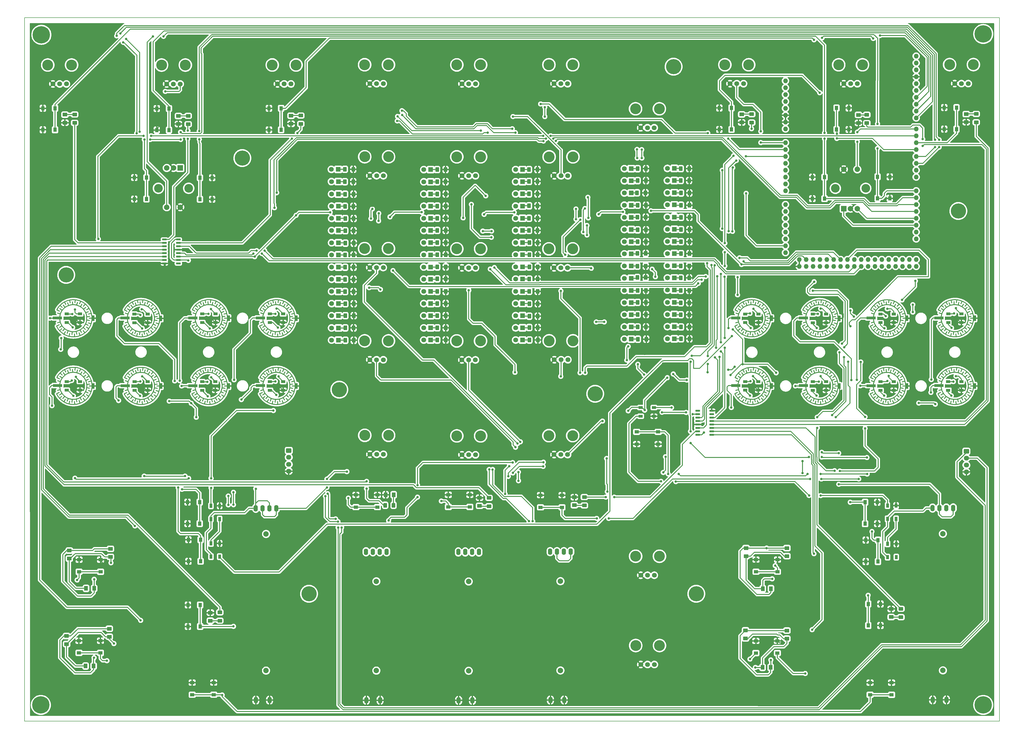
<source format=gtl>
%TF.GenerationSoftware,KiCad,Pcbnew,5.99.0-unknown-91e456113f~131~ubuntu20.04.1*%
%TF.CreationDate,2021-09-21T13:44:58+02:00*%
%TF.ProjectId,Mixduino,4d697864-7569-46e6-9f2e-6b696361645f,rev?*%
%TF.SameCoordinates,Original*%
%TF.FileFunction,Copper,L1,Top*%
%TF.FilePolarity,Positive*%
%FSLAX46Y46*%
G04 Gerber Fmt 4.6, Leading zero omitted, Abs format (unit mm)*
G04 Created by KiCad (PCBNEW 5.99.0-unknown-91e456113f~131~ubuntu20.04.1) date 2021-09-21 13:44:58*
%MOMM*%
%LPD*%
G01*
G04 APERTURE LIST*
G04 Aperture macros list*
%AMRoundRect*
0 Rectangle with rounded corners*
0 $1 Rounding radius*
0 $2 $3 $4 $5 $6 $7 $8 $9 X,Y pos of 4 corners*
0 Add a 4 corners polygon primitive as box body*
4,1,4,$2,$3,$4,$5,$6,$7,$8,$9,$2,$3,0*
0 Add four circle primitives for the rounded corners*
1,1,$1+$1,$2,$3*
1,1,$1+$1,$4,$5*
1,1,$1+$1,$6,$7*
1,1,$1+$1,$8,$9*
0 Add four rect primitives between the rounded corners*
20,1,$1+$1,$2,$3,$4,$5,0*
20,1,$1+$1,$4,$5,$6,$7,0*
20,1,$1+$1,$6,$7,$8,$9,0*
20,1,$1+$1,$8,$9,$2,$3,0*%
G04 Aperture macros list end*
%TA.AperFunction,Profile*%
%ADD10C,0.150000*%
%TD*%
%TA.AperFunction,EtchedComponent*%
%ADD11C,0.379999*%
%TD*%
%TA.AperFunction,EtchedComponent*%
%ADD12C,0.347000*%
%TD*%
%TA.AperFunction,SMDPad,CuDef*%
%ADD13RoundRect,0.250000X-0.625000X0.400000X-0.625000X-0.400000X0.625000X-0.400000X0.625000X0.400000X0*%
%TD*%
%TA.AperFunction,ComponentPad*%
%ADD14R,1.800000X1.800000*%
%TD*%
%TA.AperFunction,ComponentPad*%
%ADD15C,1.800000*%
%TD*%
%TA.AperFunction,SMDPad,CuDef*%
%ADD16R,1.300000X1.550000*%
%TD*%
%TA.AperFunction,ComponentPad*%
%ADD17C,2.000000*%
%TD*%
%TA.AperFunction,ComponentPad*%
%ADD18O,1.600000X2.400000*%
%TD*%
%TA.AperFunction,ComponentPad*%
%ADD19O,1.600000X2.462000*%
%TD*%
%TA.AperFunction,SMDPad,CuDef*%
%ADD20RoundRect,0.250000X0.400000X0.625000X-0.400000X0.625000X-0.400000X-0.625000X0.400000X-0.625000X0*%
%TD*%
%TA.AperFunction,SMDPad,CuDef*%
%ADD21R,1.500000X1.000000*%
%TD*%
%TA.AperFunction,SMDPad,CuDef*%
%ADD22R,1.550000X1.300000*%
%TD*%
%TA.AperFunction,ConnectorPad*%
%ADD23R,3.500000X0.989531*%
%TD*%
%TA.AperFunction,ConnectorPad*%
%ADD24R,1.000000X2.000000*%
%TD*%
%TA.AperFunction,SMDPad,CuDef*%
%ADD25RoundRect,0.250000X0.625000X-0.400000X0.625000X0.400000X-0.625000X0.400000X-0.625000X-0.400000X0*%
%TD*%
%TA.AperFunction,SMDPad,CuDef*%
%ADD26RoundRect,0.150000X-0.725000X-0.150000X0.725000X-0.150000X0.725000X0.150000X-0.725000X0.150000X0*%
%TD*%
%TA.AperFunction,ComponentPad*%
%ADD27C,3.600000*%
%TD*%
%TA.AperFunction,ConnectorPad*%
%ADD28C,6.400000*%
%TD*%
%TA.AperFunction,ConnectorPad*%
%ADD29C,5.600000*%
%TD*%
%TA.AperFunction,WasherPad*%
%ADD30C,4.000000*%
%TD*%
%TA.AperFunction,ComponentPad*%
%ADD31RoundRect,0.250000X-0.725000X0.600000X-0.725000X-0.600000X0.725000X-0.600000X0.725000X0.600000X0*%
%TD*%
%TA.AperFunction,ComponentPad*%
%ADD32O,1.950000X1.700000*%
%TD*%
%TA.AperFunction,SMDPad,CuDef*%
%ADD33RoundRect,0.250001X-0.624999X0.462499X-0.624999X-0.462499X0.624999X-0.462499X0.624999X0.462499X0*%
%TD*%
%TA.AperFunction,SMDPad,CuDef*%
%ADD34RoundRect,0.250001X0.624999X-0.462499X0.624999X0.462499X-0.624999X0.462499X-0.624999X-0.462499X0*%
%TD*%
%TA.AperFunction,SMDPad,CuDef*%
%ADD35RoundRect,0.250001X-0.462499X-0.624999X0.462499X-0.624999X0.462499X0.624999X-0.462499X0.624999X0*%
%TD*%
%TA.AperFunction,SMDPad,CuDef*%
%ADD36RoundRect,0.150000X0.725000X0.150000X-0.725000X0.150000X-0.725000X-0.150000X0.725000X-0.150000X0*%
%TD*%
%TA.AperFunction,ComponentPad*%
%ADD37R,2.000000X2.000000*%
%TD*%
%TA.AperFunction,ComponentPad*%
%ADD38C,3.200000*%
%TD*%
%TA.AperFunction,ComponentPad*%
%ADD39O,1.727200X1.727200*%
%TD*%
%TA.AperFunction,SMDPad,CuDef*%
%ADD40R,1.000000X1.500000*%
%TD*%
%TA.AperFunction,ViaPad*%
%ADD41C,0.889000*%
%TD*%
%TA.AperFunction,Conductor*%
%ADD42C,0.304800*%
%TD*%
G04 APERTURE END LIST*
D10*
X479000000Y-311000000D02*
X119000000Y-311000000D01*
X119000000Y-311000000D02*
X119000000Y-51000000D01*
X479000000Y-51000000D02*
X479000000Y-311000000D01*
X119000000Y-51000000D02*
X479000000Y-51000000D01*
D11*
%TO.C,SW29*%
X135647502Y-193790530D02*
X135315615Y-193713931D01*
D12*
X132228994Y-185478360D02*
X131224103Y-185146291D01*
D11*
X140004053Y-193253438D02*
X139700186Y-193390813D01*
X140865437Y-192758335D02*
X140587110Y-192936768D01*
D12*
X136976461Y-182047185D02*
X136976461Y-182047185D01*
X134593165Y-191443712D02*
X134383780Y-191323318D01*
X132002275Y-186535965D02*
X132034072Y-186285735D01*
X137737913Y-182104796D02*
X137984137Y-182148767D01*
X135489615Y-182271975D02*
X135726884Y-182204598D01*
X141252595Y-189639866D02*
X141122541Y-189842731D01*
D11*
X131341673Y-190905434D02*
X131163241Y-190627106D01*
D12*
X135030236Y-182440110D02*
X135257294Y-182350584D01*
X141122541Y-184251639D02*
X141252595Y-184454504D01*
X135277212Y-182344815D02*
X134917531Y-181349477D01*
X141947919Y-186509214D02*
X143000112Y-186395337D01*
X140648122Y-190441182D02*
X141425283Y-191159574D01*
X141969955Y-187304484D02*
X141950647Y-187558406D01*
D11*
X131159347Y-183518159D02*
X131202851Y-183447579D01*
D12*
X139772011Y-182901107D02*
X139968043Y-183040509D01*
X140834706Y-190227648D02*
X140677553Y-190409071D01*
X138244871Y-182210767D02*
X138513349Y-181187055D01*
X132369386Y-185100960D02*
X132469516Y-184879479D01*
D11*
X131247205Y-183377523D02*
X131292381Y-183308012D01*
X131034186Y-183732799D02*
X131074989Y-183660792D01*
X137731388Y-180245520D02*
X138074697Y-180289145D01*
D12*
X133440928Y-190582718D02*
X133275371Y-190409071D01*
D11*
X132179326Y-182219319D02*
X132417567Y-181992178D01*
X141880681Y-191920680D02*
X141642442Y-192147821D01*
X141280584Y-192454297D02*
X140624814Y-191623616D01*
X140299834Y-181038056D02*
X140587105Y-181203234D01*
X131735334Y-182708158D02*
X131735334Y-182708158D01*
D12*
X132579934Y-184663889D02*
X132700328Y-184454504D01*
D11*
X139069925Y-180518511D02*
X139388664Y-180626360D01*
D12*
X141976461Y-187047185D02*
X141976461Y-187047185D01*
X139144170Y-182540240D02*
X139359760Y-182650659D01*
X135257294Y-191743786D02*
X135030236Y-191654260D01*
D11*
X139713644Y-180756810D02*
X139299627Y-181730802D01*
X130998063Y-190339834D02*
X130846571Y-190044048D01*
X132179328Y-191920680D02*
X131952188Y-191682440D01*
D12*
X139772011Y-191193263D02*
X139569145Y-191323318D01*
X141874879Y-186039511D02*
X141918850Y-186285735D01*
X139968043Y-183040509D02*
X140156927Y-183188943D01*
D11*
X131074989Y-183660792D02*
X131116717Y-183589238D01*
X137722356Y-180245130D02*
X137615545Y-181298062D01*
D12*
X136976461Y-182047185D02*
X137233761Y-182053691D01*
D11*
X143750529Y-188452507D02*
X143673930Y-188784394D01*
D12*
X141563673Y-185056760D02*
X142534536Y-184635450D01*
X140983139Y-184055606D02*
X141122541Y-184251639D01*
D11*
X143473641Y-189428662D02*
X143350813Y-189740181D01*
D12*
X135030236Y-191654260D02*
X134808755Y-191554130D01*
X140677553Y-190409071D02*
X140511997Y-190582718D01*
X139474103Y-191378698D02*
X140002767Y-192295537D01*
X133118219Y-183866722D02*
X133275371Y-183685299D01*
D11*
X142527080Y-191174386D02*
X142323431Y-191433532D01*
X133472901Y-181203231D02*
X133760173Y-181038053D01*
X138744402Y-193713931D02*
X138412516Y-193790530D01*
X139700182Y-180749188D02*
X140004049Y-180886564D01*
X140865432Y-181381666D02*
X141134384Y-181572922D01*
X131736578Y-191433532D02*
X131532929Y-191174386D01*
X141463880Y-181835576D02*
X140779844Y-182643140D01*
X143350807Y-184399818D02*
X143473634Y-184711336D01*
X132666477Y-192363431D02*
X132417568Y-192147821D01*
D12*
X133819120Y-190924176D02*
X133150808Y-191744802D01*
D11*
X142815847Y-183384526D02*
X141923231Y-183953115D01*
X137030012Y-193929898D02*
X137030012Y-193929898D01*
X131385148Y-183170688D02*
X131432787Y-183102843D01*
X143854481Y-187771382D02*
X143810856Y-188114693D01*
D12*
X140677553Y-183685299D02*
X140834706Y-183866722D01*
D11*
X134359825Y-180749186D02*
X134671343Y-180626358D01*
D12*
X132034072Y-186285735D02*
X132078043Y-186039511D01*
X136215011Y-191989574D02*
X135968787Y-191945603D01*
X132133874Y-188296762D02*
X132078043Y-188054859D01*
D11*
X137383020Y-193920972D02*
X137030012Y-193929898D01*
D12*
X133956983Y-183061910D02*
X133317853Y-182218358D01*
D11*
X131683012Y-182772369D02*
X131735334Y-182708158D01*
X137731394Y-193894481D02*
X137383020Y-193920972D01*
D12*
X132133874Y-185797608D02*
X132201251Y-185560339D01*
X141950647Y-186535965D02*
X141969955Y-186789886D01*
D11*
X135647496Y-180349471D02*
X135985309Y-180289144D01*
X141134384Y-181572922D02*
X141393529Y-181776570D01*
X143061945Y-190339834D02*
X142896768Y-190627106D01*
X143213431Y-184095950D02*
X143350807Y-184399818D01*
D12*
X133614575Y-190748275D02*
X133440928Y-190582718D01*
D11*
X137383013Y-180219029D02*
X137731388Y-180245520D01*
D12*
X141583537Y-188993410D02*
X141483407Y-189214891D01*
D11*
X141880677Y-182219320D02*
X142107817Y-182457560D01*
D12*
X139569145Y-182771052D02*
X139772011Y-182901107D01*
D11*
X134359828Y-193390813D02*
X134055960Y-193253438D01*
X132102193Y-182297727D02*
X132862455Y-183033986D01*
X139388664Y-180626360D02*
X139700182Y-180749188D01*
X138412511Y-180349472D02*
X138744397Y-180426071D01*
X138074703Y-193850857D02*
X137731394Y-193894481D01*
X142323426Y-182706468D02*
X142527074Y-182965614D01*
D12*
X138074590Y-191925122D02*
X138307012Y-192957616D01*
X141925558Y-187759130D02*
X142973104Y-187909825D01*
D11*
X134671347Y-193513641D02*
X134359828Y-193390813D01*
D12*
X136465240Y-182073000D02*
X136719162Y-182053691D01*
D11*
X131896637Y-182519544D02*
X131951820Y-182458051D01*
X131338354Y-183239072D02*
X131338354Y-183239072D01*
X135668882Y-180346501D02*
X135878873Y-181383794D01*
D12*
X135257294Y-182350584D02*
X135489615Y-182271975D01*
X133275371Y-183685299D02*
X133440928Y-183511652D01*
D11*
X141134388Y-192567079D02*
X140865437Y-192758335D01*
D12*
X132201251Y-185560339D02*
X132279860Y-185328018D01*
D11*
X132417567Y-181992178D02*
X132666476Y-181776568D01*
D12*
X132078043Y-188054859D02*
X132034072Y-187808635D01*
X139359760Y-182650659D02*
X139569145Y-182771052D01*
D11*
X140004049Y-180886564D02*
X140299834Y-181038056D01*
D12*
X138463310Y-191822395D02*
X138226040Y-191889772D01*
D11*
X141642437Y-181992180D02*
X141880677Y-182219320D01*
X131532929Y-191174386D02*
X131341673Y-190905434D01*
D12*
X137984137Y-182148767D02*
X138226040Y-182204598D01*
D11*
X136677002Y-193920972D02*
X136328626Y-193894481D01*
X142527074Y-182965614D02*
X142718330Y-183234566D01*
X131631425Y-182837233D02*
X131683012Y-182772369D01*
X131580590Y-182902732D02*
X131631425Y-182837233D01*
D12*
X138922689Y-191654260D02*
X138695631Y-191743786D01*
D11*
X138074697Y-180289145D02*
X138412511Y-180349472D01*
X139700186Y-193390813D02*
X139388668Y-193513641D01*
X131940450Y-191669408D02*
X132725660Y-190959821D01*
D12*
X141122541Y-189842731D02*
X140983139Y-190038764D01*
X140764799Y-183784024D02*
X141566671Y-183093320D01*
D11*
X143889898Y-187069997D02*
X143880972Y-187423007D01*
X135315615Y-193713931D02*
X134990086Y-193621491D01*
D12*
X141819048Y-185797608D02*
X141874879Y-186039511D01*
X134593165Y-182650659D02*
X134808755Y-182540240D01*
D11*
X143061939Y-183800165D02*
X143213431Y-184095950D01*
D12*
X132078043Y-186039511D02*
X132133874Y-185797608D01*
X135726884Y-191889772D02*
X135489615Y-191822395D01*
X132469516Y-184879479D02*
X132579934Y-184663889D01*
D11*
X131951820Y-182458051D02*
X132007692Y-182397268D01*
X136328619Y-180245520D02*
X136676994Y-180219029D01*
X137030004Y-180210103D02*
X137030004Y-180210103D01*
D12*
X135968787Y-182148767D02*
X136215011Y-182104796D01*
D11*
X143673923Y-185355603D02*
X143750522Y-185687490D01*
X143581800Y-189102758D02*
X142570997Y-188789144D01*
D12*
X132279860Y-185328018D02*
X132369386Y-185100960D01*
D11*
X131530527Y-182968845D02*
X131580590Y-182902732D01*
D12*
X137487683Y-182073000D02*
X137737913Y-182104796D01*
D11*
X142718330Y-183234566D02*
X142896762Y-183512894D01*
X130806119Y-189954671D02*
X131766332Y-189509633D01*
D12*
X132469516Y-189214891D02*
X132369386Y-188993410D01*
D11*
X131432787Y-183102843D02*
X131481253Y-183035555D01*
D12*
X132969785Y-184055606D02*
X133118219Y-183866722D01*
X134180914Y-191193263D02*
X133984882Y-191053861D01*
D11*
X142323431Y-191433532D02*
X142107822Y-191682440D01*
X142896768Y-190627106D02*
X142718335Y-190905434D01*
X130915316Y-183950546D02*
X130994337Y-183805234D01*
D12*
X140156927Y-190905427D02*
X139968043Y-191053861D01*
X141372989Y-189430481D02*
X141252595Y-189639866D01*
D11*
X143889890Y-187069997D02*
X143889890Y-187069997D01*
D12*
X140511997Y-190582718D02*
X140338350Y-190748275D01*
D11*
X132417568Y-192147821D02*
X132179328Y-191920680D01*
X131842154Y-182581735D02*
X131896637Y-182519544D01*
X140587110Y-192936768D02*
X140299838Y-193101946D01*
D12*
X137233761Y-192040679D02*
X136976461Y-192047185D01*
X132579934Y-189430481D02*
X132469516Y-189214891D01*
X141950647Y-187558406D02*
X141918850Y-187808635D01*
D11*
X143889890Y-187069997D02*
X142831563Y-187069997D01*
X133760175Y-193101946D02*
X133472903Y-192936768D01*
X143673930Y-188784394D02*
X143581490Y-189109922D01*
D12*
X140338350Y-183346095D02*
X140511997Y-183511652D01*
D11*
X132925623Y-192567079D02*
X132666477Y-192363431D01*
X141642442Y-192147821D02*
X141393534Y-192363431D01*
D12*
X135489615Y-191822395D02*
X135257294Y-191743786D01*
D11*
X143880972Y-187423007D02*
X143854481Y-187771382D01*
X142107817Y-182457560D02*
X142323426Y-182706468D01*
D12*
X141673063Y-188766352D02*
X141583537Y-188993410D01*
X141483407Y-189214891D02*
X141372989Y-189430481D01*
X132809919Y-189811177D02*
X131927991Y-190396222D01*
X141969955Y-186789886D02*
X141976461Y-187047185D01*
D11*
X131338354Y-183239072D02*
X131385148Y-183170688D01*
X143880964Y-186716988D02*
X143889890Y-187069997D01*
X138744397Y-180426071D02*
X139069925Y-180518511D01*
D12*
X139624380Y-182805921D02*
X140184850Y-181908185D01*
X139144170Y-191554130D02*
X138922689Y-191654260D01*
X132700328Y-189639866D02*
X132579934Y-189430481D01*
D11*
X134055958Y-180886561D02*
X134359825Y-180749186D01*
X143854473Y-186368613D02*
X143880964Y-186716988D01*
D12*
X132830383Y-184251639D02*
X132969785Y-184055606D01*
X140983139Y-190038764D02*
X140834706Y-190227648D01*
D11*
X132064241Y-182337210D02*
X132121457Y-182277890D01*
X143750522Y-185687490D02*
X143810849Y-186025303D01*
D12*
X138226040Y-191889772D02*
X137984137Y-191945603D01*
D11*
X131735334Y-182708158D02*
X131788382Y-182644611D01*
D12*
X136976461Y-192047185D02*
X136976461Y-192047185D01*
X134808755Y-182540240D02*
X135030236Y-182440110D01*
D11*
X140587105Y-181203234D02*
X140865432Y-181381666D01*
D12*
X133795998Y-183188943D02*
X133984882Y-183040509D01*
D11*
X143581483Y-185030075D02*
X143673923Y-185355603D01*
X131952188Y-191682440D02*
X131736578Y-191433532D01*
D12*
X133275371Y-190409071D02*
X133118219Y-190227648D01*
X136976461Y-192047185D02*
X136719162Y-192040679D01*
D11*
X131481253Y-183035555D02*
X131530527Y-182968845D01*
D12*
X136575910Y-192031118D02*
X136491109Y-193086049D01*
D11*
X135985316Y-193850857D02*
X135647502Y-193790530D01*
X133450000Y-181220000D02*
X132700000Y-181740000D01*
X139388668Y-193513641D02*
X139069930Y-193621491D01*
D12*
X139569145Y-191323318D02*
X139359760Y-191443712D01*
X138922689Y-182440110D02*
X139144170Y-182540240D01*
D11*
X133472903Y-192936768D02*
X133194575Y-192758335D01*
X143810856Y-188114693D02*
X143750529Y-188452507D01*
D12*
X141583537Y-185100960D02*
X141673063Y-185328018D01*
X138695631Y-191743786D02*
X138463310Y-191822395D01*
D11*
X130994337Y-183805234D02*
X131034186Y-183732799D01*
D12*
X137233761Y-182053691D02*
X137487683Y-182073000D01*
D11*
X143810849Y-186025303D02*
X143854473Y-186368613D01*
D12*
X136719162Y-182053691D02*
X136976461Y-182047185D01*
X141751671Y-185560339D02*
X141819048Y-185797608D01*
D11*
X142896762Y-183512894D02*
X143061939Y-183800165D01*
D12*
X141819048Y-188296762D02*
X141751671Y-188534031D01*
X134383780Y-191323318D02*
X134180914Y-191193263D01*
X136719162Y-192040679D02*
X136465240Y-192021371D01*
X132176908Y-188448621D02*
X131161001Y-188745259D01*
D11*
X130994337Y-183805234D02*
X130994337Y-183805234D01*
X134671343Y-180626358D02*
X134990082Y-180518509D01*
D12*
X134808755Y-191554130D02*
X134593165Y-191443712D01*
X141976461Y-187047185D02*
X141969955Y-187304484D01*
D11*
X135437681Y-193742528D02*
X135683340Y-192713101D01*
D12*
X135726884Y-182204598D02*
X135968787Y-182148767D01*
X139968043Y-191053861D02*
X139772011Y-191193263D01*
X136465240Y-192021371D02*
X136215011Y-191989574D01*
X140511997Y-183511652D02*
X140677553Y-183685299D01*
D11*
X134055960Y-193253438D02*
X133760175Y-193101946D01*
X139069930Y-193621491D02*
X138744402Y-193713931D01*
D12*
X133440928Y-183511652D02*
X133614575Y-183346095D01*
X133984882Y-191053861D02*
X133795998Y-190905427D01*
X132201251Y-188534031D02*
X132133874Y-188296762D01*
X141874879Y-188054859D02*
X141819048Y-188296762D01*
X132002275Y-187558406D02*
X131982967Y-187304484D01*
D11*
X143473634Y-184711336D02*
X143581483Y-185030075D01*
X142685178Y-190952916D02*
X141812711Y-190353864D01*
D12*
X132700328Y-184454504D02*
X132830383Y-184251639D01*
X135968787Y-191945603D02*
X135726884Y-191889772D01*
X132279860Y-188766352D02*
X132201251Y-188534031D01*
D11*
X140299838Y-193101946D02*
X140004053Y-193253438D01*
D12*
X132909383Y-184138837D02*
X132048505Y-183523236D01*
X140156927Y-183188943D02*
X140338350Y-183346095D01*
X138463310Y-182271975D02*
X138695631Y-182350584D01*
X137737913Y-191989574D02*
X137487683Y-192021371D01*
X139359760Y-191443712D02*
X139144170Y-191554130D01*
D11*
X133531949Y-192970998D02*
X134071630Y-192060605D01*
X137486417Y-193914693D02*
X137416021Y-192858708D01*
X136328626Y-193894481D02*
X135985316Y-193850857D01*
D12*
X132830383Y-189842731D02*
X132700328Y-189639866D01*
X140338350Y-190748275D02*
X140156927Y-190905427D01*
D11*
X134990082Y-180518509D02*
X135315609Y-180426070D01*
D12*
X141918850Y-187808635D02*
X141874879Y-188054859D01*
X138226040Y-182204598D02*
X138463310Y-182271975D01*
D11*
X131116717Y-183589238D02*
X131159347Y-183518159D01*
X130909368Y-183972310D02*
X131853651Y-184450215D01*
D12*
X140834706Y-183866722D02*
X140983139Y-184055606D01*
D11*
X142107822Y-191682440D02*
X141880681Y-191920680D01*
D12*
X132969785Y-190038764D02*
X132830383Y-189842731D01*
D11*
X132007692Y-182397268D02*
X132064241Y-182337210D01*
D12*
X141976461Y-187047185D02*
X141976461Y-187047185D01*
X141490621Y-189197217D02*
X142446111Y-189652310D01*
D11*
X141393529Y-181776570D02*
X141642437Y-181992180D01*
D12*
X134180914Y-182901107D02*
X134383780Y-182771052D01*
X133795998Y-190905427D02*
X133614575Y-190748275D01*
X141918850Y-186285735D02*
X141950647Y-186535965D01*
D11*
X136676994Y-180219029D02*
X137030004Y-180210103D01*
D12*
X141372989Y-184663889D02*
X141483407Y-184879479D01*
D11*
X133194575Y-192758335D02*
X132925623Y-192567079D01*
D12*
X133984882Y-183040509D02*
X134180914Y-182901107D01*
D11*
X133760173Y-181038053D02*
X134055958Y-180886561D01*
X137030004Y-180210103D02*
X137383013Y-180219029D01*
D12*
X137487683Y-192021371D02*
X137233761Y-192040679D01*
X137984137Y-191945603D02*
X137737913Y-191989574D01*
X133614575Y-183346095D02*
X133795998Y-183188943D01*
D11*
X132121457Y-182277890D02*
X132179326Y-182219319D01*
X138412516Y-193790530D02*
X138074703Y-193850857D01*
D12*
X136750883Y-182052297D02*
X136703084Y-180995038D01*
D11*
X131163241Y-190627106D02*
X130998063Y-190339834D01*
X135315609Y-180426070D02*
X135647496Y-180349471D01*
D12*
X134383780Y-182771052D02*
X134593165Y-182650659D01*
D11*
X143213438Y-190044048D02*
X143061945Y-190339834D01*
D12*
X132369386Y-188993410D02*
X132279860Y-188766352D01*
X133118219Y-190227648D02*
X132969785Y-190038764D01*
D11*
X135985309Y-180289144D02*
X136328619Y-180245520D01*
X137030012Y-193929898D02*
X136677002Y-193920972D01*
D12*
X135113401Y-191687116D02*
X134719053Y-192669232D01*
D11*
X142718335Y-190905434D02*
X142527080Y-191174386D01*
D12*
X132034072Y-187808635D02*
X132002275Y-187558406D01*
D11*
X139494176Y-193472028D02*
X139114004Y-192484334D01*
D12*
X136215011Y-182104796D02*
X136465240Y-182073000D01*
D11*
X143648092Y-185264524D02*
X142627073Y-185543073D01*
X143581490Y-189109922D02*
X143473641Y-189428662D01*
D12*
X141751671Y-188534031D02*
X141673063Y-188766352D01*
X141252595Y-184454504D02*
X141372989Y-184663889D01*
D11*
X131292381Y-183308012D02*
X131338354Y-183239072D01*
D12*
X141483407Y-184879479D02*
X141583537Y-185100960D01*
D11*
X133737668Y-181051824D02*
X134245611Y-181980298D01*
D12*
X141673063Y-185328018D02*
X141751671Y-185560339D01*
D11*
X143350813Y-189740181D02*
X143213438Y-190044048D01*
D12*
X138695631Y-182350584D02*
X138922689Y-182440110D01*
D11*
X134990086Y-193621491D02*
X134671347Y-193513641D01*
X141393534Y-192363431D02*
X141134388Y-192567079D01*
X131788382Y-182644611D02*
X131842154Y-182581735D01*
X131202851Y-183447579D02*
X131247205Y-183377523D01*
D12*
%TO.C,SW30*%
X132690328Y-164639866D02*
X132569934Y-164430481D01*
X140754799Y-158784024D02*
X141556671Y-158093320D01*
D11*
X142517074Y-157965614D02*
X142708330Y-158234566D01*
D12*
X133974882Y-158040509D02*
X134170914Y-157901107D01*
D11*
X143051945Y-165339834D02*
X142886768Y-165627106D01*
X143800849Y-161025303D02*
X143844473Y-161368613D01*
D12*
X132269860Y-160328018D02*
X132359386Y-160100960D01*
X133785998Y-165905427D02*
X133604575Y-165748275D01*
D11*
X137712356Y-155245130D02*
X137605545Y-156298062D01*
D12*
X131992275Y-162558406D02*
X131972967Y-162304484D01*
D11*
X131331673Y-165905434D02*
X131153241Y-165627106D01*
D12*
X137223761Y-167040679D02*
X136966461Y-167047185D01*
X132569934Y-159663889D02*
X132690328Y-159454504D01*
X138216040Y-166889772D02*
X137974137Y-166945603D01*
X132123874Y-160797608D02*
X132191251Y-160560339D01*
X132068043Y-161039511D02*
X132123874Y-160797608D01*
D11*
X131237205Y-158377523D02*
X131282381Y-158308012D01*
X139690182Y-155749188D02*
X139994049Y-155886564D01*
X131522929Y-166174386D02*
X131331673Y-165905434D01*
X139059925Y-155518511D02*
X139378664Y-155626360D01*
D12*
X140973139Y-165038764D02*
X140824706Y-165227648D01*
X139349760Y-157650659D02*
X139559145Y-157771052D01*
D11*
X134980086Y-168621491D02*
X134661347Y-168513641D01*
X133750175Y-168101946D02*
X133462903Y-167936768D01*
X142097822Y-166682440D02*
X141870681Y-166920680D01*
D12*
X139614380Y-157805921D02*
X140174850Y-156908185D01*
X135479615Y-166822395D02*
X135247294Y-166743786D01*
D11*
X131941820Y-157458051D02*
X131997692Y-157397268D01*
D12*
X134583165Y-157650659D02*
X134798755Y-157540240D01*
X133946983Y-158061910D02*
X133307853Y-157218358D01*
D11*
X133750173Y-156038053D02*
X134045958Y-155886561D01*
X143638092Y-160264524D02*
X142617073Y-160543073D01*
D12*
X141362989Y-164430481D02*
X141242595Y-164639866D01*
X136966461Y-157047185D02*
X136966461Y-157047185D01*
D11*
X131673012Y-157772369D02*
X131725334Y-157708158D01*
D12*
X135247294Y-166743786D02*
X135020236Y-166654260D01*
D11*
X137373020Y-168920972D02*
X137020012Y-168929898D01*
D12*
X138685631Y-166743786D02*
X138453310Y-166822395D01*
X141908850Y-161285735D02*
X141940647Y-161535965D01*
X139349760Y-166443712D02*
X139134170Y-166554130D01*
D11*
X140289834Y-156038056D02*
X140577105Y-156203234D01*
D12*
X139559145Y-166323318D02*
X139349760Y-166443712D01*
D11*
X139484176Y-168472028D02*
X139104004Y-167484334D01*
X131149347Y-158518159D02*
X131192851Y-158447579D01*
D12*
X140328350Y-158346095D02*
X140501997Y-158511652D01*
X141864879Y-161039511D02*
X141908850Y-161285735D01*
D11*
X131725334Y-157708158D02*
X131778382Y-157644611D01*
D12*
X141966461Y-162047185D02*
X141959955Y-162304484D01*
X136205011Y-166989574D02*
X135958787Y-166945603D01*
X132269860Y-163766352D02*
X132191251Y-163534031D01*
X132191251Y-160560339D02*
X132269860Y-160328018D01*
X135103401Y-166687116D02*
X134709053Y-167669232D01*
D11*
X140855437Y-167758335D02*
X140577110Y-167936768D01*
X141383529Y-156776570D02*
X141632437Y-156992180D01*
X142675178Y-165952916D02*
X141802711Y-165353864D01*
X143571490Y-164109922D02*
X143463641Y-164428662D01*
X131570590Y-157902732D02*
X131621425Y-157837233D01*
D12*
X141242595Y-164639866D02*
X141112541Y-164842731D01*
X139958043Y-158040509D02*
X140146927Y-158188943D01*
D11*
X134349828Y-168390813D02*
X134045960Y-168253438D01*
D12*
X137477683Y-167021371D02*
X137223761Y-167040679D01*
X138685631Y-157350584D02*
X138912689Y-157440110D01*
X137727913Y-166989574D02*
X137477683Y-167021371D01*
X139762011Y-166193263D02*
X139559145Y-166323318D01*
D11*
X136667002Y-168920972D02*
X136318626Y-168894481D01*
D12*
X135958787Y-157148767D02*
X136205011Y-157104796D01*
X132459516Y-159879479D02*
X132569934Y-159663889D01*
D11*
X133184575Y-167758335D02*
X132915623Y-167567079D01*
D12*
X133265371Y-165409071D02*
X133108219Y-165227648D01*
X134373780Y-157771052D02*
X134583165Y-157650659D01*
D11*
X139690186Y-168390813D02*
X139378668Y-168513641D01*
X142886768Y-165627106D02*
X142708335Y-165905434D01*
X135427681Y-168742528D02*
X135673340Y-167713101D01*
X143051939Y-158800165D02*
X143203431Y-159095950D01*
X140577105Y-156203234D02*
X140855432Y-156381666D01*
X141453880Y-156835576D02*
X140769844Y-157643140D01*
X143870964Y-161716988D02*
X143879890Y-162069997D01*
D12*
X141959955Y-162304484D02*
X141940647Y-162558406D01*
D11*
X131024186Y-158732799D02*
X131064989Y-158660792D01*
X137020012Y-168929898D02*
X136667002Y-168920972D01*
X135975316Y-168850857D02*
X135637502Y-168790530D01*
X140855432Y-156381666D02*
X141124384Y-156572922D01*
D12*
X135267212Y-157344815D02*
X134907531Y-156349477D01*
D11*
X131930450Y-166669408D02*
X132715660Y-165959821D01*
D12*
X136455240Y-157073000D02*
X136709162Y-157053691D01*
X141966461Y-162047185D02*
X141966461Y-162047185D01*
D11*
X132054241Y-157337210D02*
X132111457Y-157277890D01*
X143463641Y-164428662D02*
X143340813Y-164740181D01*
X143663930Y-163784394D02*
X143571490Y-164109922D01*
D12*
X141940647Y-162558406D02*
X141908850Y-162808635D01*
D11*
X131725334Y-157708158D02*
X131725334Y-157708158D01*
D12*
X132024072Y-162808635D02*
X131992275Y-162558406D01*
X136740883Y-157052297D02*
X136693084Y-155995038D01*
X135479615Y-157271975D02*
X135716884Y-157204598D01*
D11*
X133462903Y-167936768D02*
X133184575Y-167758335D01*
X132915623Y-167567079D02*
X132656477Y-167363431D01*
X142097817Y-157457560D02*
X142313426Y-157706468D01*
X141632442Y-167147821D02*
X141383534Y-167363431D01*
D12*
X136709162Y-167040679D02*
X136455240Y-167021371D01*
D11*
X131832154Y-157581735D02*
X131886637Y-157519544D01*
X141870681Y-166920680D02*
X141632442Y-167147821D01*
D12*
X141908850Y-162808635D02*
X141864879Y-163054859D01*
D11*
X130899368Y-158972310D02*
X131843651Y-159450215D01*
X132407567Y-156992178D02*
X132656476Y-156776568D01*
D12*
X141809048Y-163296762D02*
X141741671Y-163534031D01*
X139559145Y-157771052D02*
X139762011Y-157901107D01*
X132024072Y-161285735D02*
X132068043Y-161039511D01*
D11*
X131778382Y-157644611D02*
X131832154Y-157581735D01*
X143571483Y-160030075D02*
X143663923Y-160355603D01*
X143740529Y-163452507D02*
X143663930Y-163784394D01*
D12*
X136205011Y-157104796D02*
X136455240Y-157073000D01*
X137974137Y-166945603D02*
X137727913Y-166989574D01*
X141573537Y-160100960D02*
X141663063Y-160328018D01*
D11*
X143203431Y-159095950D02*
X143340807Y-159399818D01*
D12*
X141937919Y-161509214D02*
X142990112Y-161395337D01*
X133430928Y-158511652D02*
X133604575Y-158346095D01*
D11*
X141270584Y-167454297D02*
X140614814Y-166623616D01*
X143340813Y-164740181D02*
X143203438Y-165044048D01*
X134045958Y-155886561D02*
X134349825Y-155749186D01*
X130988063Y-165339834D02*
X130836571Y-165044048D01*
X134980082Y-155518509D02*
X135305609Y-155426070D01*
X143203438Y-165044048D02*
X143051945Y-165339834D01*
D12*
X132799919Y-164811177D02*
X131917991Y-165396222D01*
D11*
X133727668Y-156051824D02*
X134235611Y-156980298D01*
D12*
X135716884Y-166889772D02*
X135479615Y-166822395D01*
D11*
X131471253Y-158035555D02*
X131520527Y-157968845D01*
X132169326Y-157219319D02*
X132407567Y-156992178D01*
X130984337Y-158805234D02*
X130984337Y-158805234D01*
X138734402Y-168713931D02*
X138402516Y-168790530D01*
X135305609Y-155426070D02*
X135637496Y-155349471D01*
X143571800Y-164102758D02*
X142560997Y-163789144D01*
D12*
X133974882Y-166053861D02*
X133785998Y-165905427D01*
D11*
X131282381Y-158308012D02*
X131328354Y-158239072D01*
D12*
X132359386Y-160100960D02*
X132459516Y-159879479D01*
X138453310Y-157271975D02*
X138685631Y-157350584D01*
X132459516Y-164214891D02*
X132359386Y-163993410D01*
X132123874Y-163296762D02*
X132068043Y-163054859D01*
D11*
X134661343Y-155626358D02*
X134980082Y-155518509D01*
X143879890Y-162069997D02*
X143879890Y-162069997D01*
D12*
X141112541Y-159251639D02*
X141242595Y-159454504D01*
D11*
X141124388Y-167567079D02*
X140855437Y-167758335D01*
D12*
X140501997Y-158511652D02*
X140667553Y-158685299D01*
D11*
X140577110Y-167936768D02*
X140289838Y-168101946D01*
D12*
X131992275Y-161535965D02*
X132024072Y-161285735D01*
X132959785Y-159055606D02*
X133108219Y-158866722D01*
X139958043Y-166053861D02*
X139762011Y-166193263D01*
X135716884Y-157204598D02*
X135958787Y-157148767D01*
D11*
X135658882Y-155346501D02*
X135868873Y-156383794D01*
D12*
X133265371Y-158685299D02*
X133430928Y-158511652D01*
X133430928Y-165582718D02*
X133265371Y-165409071D01*
D11*
X138402516Y-168790530D02*
X138064703Y-168850857D01*
X137373013Y-155219029D02*
X137721388Y-155245520D01*
X139059930Y-168621491D02*
X138734402Y-168713931D01*
X135975309Y-155289144D02*
X136318619Y-155245520D01*
X142886762Y-158512894D02*
X143051939Y-158800165D01*
X130796119Y-164954671D02*
X131756332Y-164509633D01*
X131192851Y-158447579D02*
X131237205Y-158377523D01*
D12*
X136709162Y-157053691D02*
X136966461Y-157047185D01*
D11*
X137721394Y-168894481D02*
X137373020Y-168920972D01*
X136666994Y-155219029D02*
X137020004Y-155210103D01*
X131886637Y-157519544D02*
X131941820Y-157458051D01*
X143463634Y-159711336D02*
X143571483Y-160030075D01*
D12*
X140146927Y-165905427D02*
X139958043Y-166053861D01*
D11*
X131422787Y-158102843D02*
X131471253Y-158035555D01*
X141383534Y-167363431D02*
X141124388Y-167567079D01*
X143844481Y-162771382D02*
X143800856Y-163114693D01*
D12*
X141553673Y-160056760D02*
X142524536Y-159635450D01*
D11*
X131064989Y-158660792D02*
X131106717Y-158589238D01*
D12*
X132191251Y-163534031D02*
X132123874Y-163296762D01*
D11*
X141124384Y-156572922D02*
X141383529Y-156776570D01*
D12*
X137727913Y-157104796D02*
X137974137Y-157148767D01*
X140824706Y-158866722D02*
X140973139Y-159055606D01*
X141473407Y-159879479D02*
X141573537Y-160100960D01*
X133785998Y-158188943D02*
X133974882Y-158040509D01*
D11*
X130984337Y-158805234D02*
X131024186Y-158732799D01*
X142313426Y-157706468D02*
X142517074Y-157965614D01*
D12*
X140328350Y-165748275D02*
X140146927Y-165905427D01*
X141741671Y-163534031D02*
X141663063Y-163766352D01*
X138216040Y-157204598D02*
X138453310Y-157271975D01*
X132820383Y-159251639D02*
X132959785Y-159055606D01*
D11*
X133440000Y-156220000D02*
X132690000Y-156740000D01*
D12*
X141573537Y-163993410D02*
X141473407Y-164214891D01*
D11*
X141632437Y-156992180D02*
X141870677Y-157219320D01*
D12*
X141663063Y-160328018D02*
X141741671Y-160560339D01*
D11*
X130905316Y-158950546D02*
X130984337Y-158805234D01*
X143740522Y-160687490D02*
X143800849Y-161025303D01*
D12*
X140501997Y-165582718D02*
X140328350Y-165748275D01*
X137223761Y-157053691D02*
X137477683Y-157073000D01*
X141966461Y-162047185D02*
X141966461Y-162047185D01*
D11*
X142708330Y-158234566D02*
X142886762Y-158512894D01*
X137020004Y-155210103D02*
X137020004Y-155210103D01*
D12*
X138912689Y-157440110D02*
X139134170Y-157540240D01*
X134373780Y-166323318D02*
X134170914Y-166193263D01*
D11*
X143870972Y-162423007D02*
X143844481Y-162771382D01*
D12*
X136455240Y-167021371D02*
X136205011Y-166989574D01*
D11*
X143879898Y-162069997D02*
X143870972Y-162423007D01*
D12*
X136966461Y-167047185D02*
X136709162Y-167040679D01*
D11*
X131520527Y-157968845D02*
X131570590Y-157902732D01*
X131997692Y-157397268D02*
X132054241Y-157337210D01*
D12*
X133809120Y-165924176D02*
X133140808Y-166744802D01*
D11*
X132656477Y-167363431D02*
X132407568Y-167147821D01*
X135637496Y-155349471D02*
X135975309Y-155289144D01*
D12*
X141864879Y-163054859D02*
X141809048Y-163296762D01*
X132359386Y-163993410D02*
X132269860Y-163766352D01*
D11*
X143800856Y-163114693D02*
X143740529Y-163452507D01*
D12*
X139762011Y-157901107D02*
X139958043Y-158040509D01*
X138453310Y-166822395D02*
X138216040Y-166889772D01*
X135020236Y-166654260D02*
X134798755Y-166554130D01*
X132068043Y-163054859D02*
X132024072Y-162808635D01*
X137974137Y-157148767D02*
X138216040Y-157204598D01*
X141663063Y-163766352D02*
X141573537Y-163993410D01*
D11*
X139378668Y-168513641D02*
X139059930Y-168621491D01*
D12*
X140146927Y-158188943D02*
X140328350Y-158346095D01*
X139464103Y-166378698D02*
X139992767Y-167295537D01*
D11*
X143844473Y-161368613D02*
X143870964Y-161716988D01*
D12*
X135020236Y-157440110D02*
X135247294Y-157350584D01*
X134170914Y-166193263D02*
X133974882Y-166053861D01*
X132569934Y-164430481D02*
X132459516Y-164214891D01*
D11*
X139994049Y-155886564D02*
X140289834Y-156038056D01*
X139994053Y-168253438D02*
X139690186Y-168390813D01*
D12*
X138912689Y-166654260D02*
X138685631Y-166743786D01*
X138234871Y-157210767D02*
X138503349Y-156187055D01*
D11*
X132092193Y-157297727D02*
X132852455Y-158033986D01*
X137476417Y-168914693D02*
X137406021Y-167858708D01*
D12*
X135958787Y-166945603D02*
X135716884Y-166889772D01*
D11*
X138734397Y-155426071D02*
X139059925Y-155518511D01*
D12*
X136565910Y-167031118D02*
X136481109Y-168086049D01*
X137477683Y-157073000D02*
X137727913Y-157104796D01*
D11*
X131942188Y-166682440D02*
X131726578Y-166433532D01*
X132169328Y-166920680D02*
X131942188Y-166682440D01*
D12*
X132899383Y-159138837D02*
X132038505Y-158523236D01*
D11*
X131328354Y-158239072D02*
X131375148Y-158170688D01*
D12*
X132959785Y-165038764D02*
X132820383Y-164842731D01*
X140667553Y-165409071D02*
X140501997Y-165582718D01*
D11*
X140289838Y-168101946D02*
X139994053Y-168253438D01*
D12*
X141809048Y-160797608D02*
X141864879Y-161039511D01*
X141940647Y-161535965D02*
X141959955Y-161789886D01*
X134798755Y-166554130D02*
X134583165Y-166443712D01*
X135247294Y-157350584D02*
X135479615Y-157271975D01*
X139134170Y-157540240D02*
X139349760Y-157650659D01*
D11*
X143340807Y-159399818D02*
X143463634Y-159711336D01*
X136318619Y-155245520D02*
X136666994Y-155219029D01*
X137020012Y-168929898D02*
X137020012Y-168929898D01*
X138064703Y-168850857D02*
X137721394Y-168894481D01*
X131328354Y-158239072D02*
X131328354Y-158239072D01*
D12*
X141242595Y-159454504D02*
X141362989Y-159663889D01*
D11*
X137721388Y-155245520D02*
X138064697Y-155289145D01*
D12*
X132218994Y-160478360D02*
X131214103Y-160146291D01*
D11*
X137020004Y-155210103D02*
X137373013Y-155219029D01*
D12*
X140824706Y-165227648D02*
X140667553Y-165409071D01*
X132820383Y-164842731D02*
X132690328Y-164639866D01*
D11*
X138064697Y-155289145D02*
X138402511Y-155349472D01*
D12*
X136966461Y-157047185D02*
X137223761Y-157053691D01*
X140638122Y-165441182D02*
X141415283Y-166159574D01*
X141362989Y-159663889D02*
X141473407Y-159879479D01*
X141915558Y-162759130D02*
X142963104Y-162909825D01*
X140667553Y-158685299D02*
X140824706Y-158866722D01*
X136966461Y-167047185D02*
X136966461Y-167047185D01*
X139134170Y-166554130D02*
X138912689Y-166654260D01*
D11*
X134661347Y-168513641D02*
X134349828Y-168390813D01*
X138402511Y-155349472D02*
X138734397Y-155426071D01*
D12*
X132166908Y-163448621D02*
X131151001Y-163745259D01*
D11*
X139703644Y-155756810D02*
X139289627Y-156730802D01*
D12*
X133604575Y-165748275D02*
X133430928Y-165582718D01*
D11*
X132407568Y-167147821D02*
X132169328Y-166920680D01*
D12*
X140973139Y-159055606D02*
X141112541Y-159251639D01*
X141741671Y-160560339D02*
X141809048Y-160797608D01*
D11*
X142805847Y-158384526D02*
X141913231Y-158953115D01*
X131106717Y-158589238D02*
X131149347Y-158518159D01*
X139378664Y-155626360D02*
X139690182Y-155749188D01*
X143879890Y-162069997D02*
X142821563Y-162069997D01*
X142708335Y-165905434D02*
X142517080Y-166174386D01*
X132111457Y-157277890D02*
X132169326Y-157219319D01*
D12*
X138064590Y-166925122D02*
X138297012Y-167957616D01*
X141480621Y-164197217D02*
X142436111Y-164652310D01*
D11*
X131375148Y-158170688D02*
X131422787Y-158102843D01*
D12*
X134798755Y-157540240D02*
X135020236Y-157440110D01*
D11*
X131153241Y-165627106D02*
X130988063Y-165339834D01*
X142313431Y-166433532D02*
X142097822Y-166682440D01*
D12*
X133604575Y-158346095D02*
X133785998Y-158188943D01*
X141112541Y-164842731D02*
X140973139Y-165038764D01*
X133108219Y-165227648D02*
X132959785Y-165038764D01*
X141473407Y-164214891D02*
X141362989Y-164430481D01*
D11*
X131726578Y-166433532D02*
X131522929Y-166174386D01*
X135637502Y-168790530D02*
X135305615Y-168713931D01*
D12*
X141959955Y-161789886D02*
X141966461Y-162047185D01*
X134583165Y-166443712D02*
X134373780Y-166323318D01*
X133108219Y-158866722D02*
X133265371Y-158685299D01*
D11*
X133462901Y-156203231D02*
X133750173Y-156038053D01*
D12*
X132690328Y-159454504D02*
X132820383Y-159251639D01*
D11*
X133521949Y-167970998D02*
X134061630Y-167060605D01*
X136318626Y-168894481D02*
X135975316Y-168850857D01*
X134349825Y-155749186D02*
X134661343Y-155626358D01*
X141870677Y-157219320D02*
X142097817Y-157457560D01*
X143663923Y-160355603D02*
X143740522Y-160687490D01*
X134045960Y-168253438D02*
X133750175Y-168101946D01*
X142517080Y-166174386D02*
X142313431Y-166433532D01*
X135305615Y-168713931D02*
X134980086Y-168621491D01*
D12*
X134170914Y-157901107D02*
X134373780Y-157771052D01*
D11*
X131621425Y-157837233D02*
X131673012Y-157772369D01*
%TO.C,SW32*%
X156982692Y-157422168D02*
X157039241Y-157362110D01*
X158425000Y-156244900D02*
X157675000Y-156764900D01*
X166617437Y-157017080D02*
X166855677Y-157244220D01*
X162706388Y-155270420D02*
X163049697Y-155314045D01*
X155969337Y-158830134D02*
X156009186Y-158757699D01*
D12*
X157176251Y-160585239D02*
X157254860Y-160352918D01*
X166347989Y-159688789D02*
X166458407Y-159904379D01*
X158589575Y-165773175D02*
X158415928Y-165607618D01*
D11*
X162005004Y-155235003D02*
X162358013Y-155243929D01*
X162358013Y-155243929D02*
X162706388Y-155270420D01*
D12*
X164544145Y-157795952D02*
X164747011Y-157926007D01*
D11*
X168855964Y-161741888D02*
X168864890Y-162094897D01*
D12*
X162208761Y-167065579D02*
X161951461Y-167072085D01*
X157805383Y-164867631D02*
X157675328Y-164664766D01*
X166458407Y-164239791D02*
X166347989Y-164455381D01*
X161190011Y-167014474D02*
X160943787Y-166970503D01*
X157344386Y-160125860D02*
X157444516Y-159904379D01*
D11*
X168785849Y-161050203D02*
X168829473Y-161393513D01*
X156710334Y-157733058D02*
X156763382Y-157669511D01*
D12*
X157108874Y-160822508D02*
X157176251Y-160585239D01*
X161440240Y-167046271D02*
X161190011Y-167014474D01*
D11*
X165274834Y-156062956D02*
X165562105Y-156228134D01*
X158506949Y-167995898D02*
X159046630Y-167085505D01*
D12*
X165958139Y-159080506D02*
X166097541Y-159276539D01*
D11*
X156555590Y-157927632D02*
X156606425Y-157862133D01*
D12*
X159568165Y-157675559D02*
X159783755Y-157565140D01*
X165958139Y-165063664D02*
X165809706Y-165252548D01*
D11*
X155890316Y-158975446D02*
X155969337Y-158830134D01*
D12*
X165131927Y-165930327D02*
X164943043Y-166078761D01*
D11*
X160622502Y-168815430D02*
X160290615Y-168738831D01*
D12*
X165739799Y-158808924D02*
X166541671Y-158118220D01*
X160088401Y-166712016D02*
X159694053Y-167694132D01*
D11*
X167082822Y-166707340D02*
X166855681Y-166945580D01*
D12*
X166465621Y-164222117D02*
X167421111Y-164677210D01*
X166849879Y-161064411D02*
X166893850Y-161310635D01*
D11*
X168325813Y-164765081D02*
X168188438Y-165068948D01*
D12*
X165809706Y-158891622D02*
X165958139Y-159080506D01*
X160232294Y-166768686D02*
X160005236Y-166679160D01*
X158959882Y-158065409D02*
X159155914Y-157926007D01*
D11*
X164688644Y-155781710D02*
X164274627Y-156755702D01*
X168785856Y-163139593D02*
X168725529Y-163477407D01*
X162697356Y-155270030D02*
X162590545Y-156322962D01*
D12*
X166726671Y-163558931D02*
X166648063Y-163791252D01*
X166922919Y-161534114D02*
X167975112Y-161420237D01*
D11*
X165274838Y-168126846D02*
X164979053Y-168278338D01*
X159334825Y-155774086D02*
X159646343Y-155651258D01*
D12*
X166558537Y-164018310D02*
X166458407Y-164239791D01*
X159358780Y-157795952D02*
X159568165Y-157675559D01*
X161440240Y-157097900D02*
X161694162Y-157078591D01*
D11*
X156222205Y-158402423D02*
X156267381Y-158332912D01*
D12*
X164119170Y-157565140D02*
X164334760Y-157675559D01*
D11*
X158712668Y-156076724D02*
X159220611Y-157005198D01*
X168556490Y-164134822D02*
X168448641Y-164453562D01*
D12*
X164449103Y-166403598D02*
X164977767Y-167320437D01*
X163219871Y-157235667D02*
X163488349Y-156211955D01*
D11*
X156871637Y-157544444D02*
X156926820Y-157482951D01*
D12*
X165809706Y-165252548D02*
X165652553Y-165433971D01*
D11*
X164979053Y-168278338D02*
X164675186Y-168415713D01*
D12*
X159783755Y-157565140D02*
X160005236Y-157465010D01*
D11*
X164469176Y-168496928D02*
X164089004Y-167509234D01*
X168036945Y-165364734D02*
X167871768Y-165652006D01*
X167871768Y-165652006D02*
X167693335Y-165930334D01*
X156658012Y-157797269D02*
X156710334Y-157733058D01*
X164044930Y-168646391D02*
X163719402Y-168738831D01*
D12*
X160464615Y-166847295D02*
X160232294Y-166768686D01*
D11*
X159334828Y-168415713D02*
X159030960Y-168278338D01*
X163387516Y-168815430D02*
X163049703Y-168875757D01*
D12*
X157784919Y-164836077D02*
X156902991Y-165421122D01*
X165131927Y-158213843D02*
X165313350Y-158370995D01*
D11*
X158169575Y-167783235D02*
X157900623Y-167591979D01*
X168556483Y-160054975D02*
X168648923Y-160380503D01*
X159646343Y-155651258D02*
X159965082Y-155543409D01*
D12*
X158770998Y-158213843D02*
X158959882Y-158065409D01*
D11*
X163387511Y-155374372D02*
X163719397Y-155450971D01*
X161303626Y-168919381D02*
X160960316Y-168875757D01*
D12*
X158794120Y-165949076D02*
X158125808Y-166769702D01*
D11*
X155973063Y-165364734D02*
X155821571Y-165068948D01*
D12*
X162462683Y-157097900D02*
X162712913Y-157129696D01*
D11*
X161303619Y-155270420D02*
X161651994Y-155243929D01*
D12*
X163438310Y-157296875D02*
X163670631Y-157375484D01*
D11*
X165562105Y-156228134D02*
X165840432Y-156406566D01*
D12*
X157944785Y-165063664D02*
X157805383Y-164867631D01*
X161694162Y-157078591D02*
X161951461Y-157072085D01*
X166458407Y-159904379D02*
X166558537Y-160125860D01*
X166227595Y-159479404D02*
X166347989Y-159688789D01*
D11*
X167502074Y-157990514D02*
X167693330Y-158259466D01*
D12*
X157444516Y-164239791D02*
X157344386Y-164018310D01*
X162462683Y-167046271D02*
X162208761Y-167065579D01*
X166893850Y-161310635D02*
X166925647Y-161560865D01*
D11*
X157039241Y-157362110D02*
X157096457Y-157302790D01*
X168325807Y-159424718D02*
X168448634Y-159736236D01*
D12*
X157009072Y-162833535D02*
X156977275Y-162583306D01*
D11*
X160290615Y-168738831D02*
X159965086Y-168646391D01*
D12*
X161951461Y-157072085D02*
X161951461Y-157072085D01*
D11*
X156927188Y-166707340D02*
X156711578Y-166458432D01*
X168725522Y-160712390D02*
X168785849Y-161050203D01*
D12*
X166893850Y-162833535D02*
X166849879Y-163079759D01*
X164334760Y-157675559D02*
X164544145Y-157795952D01*
X162712913Y-167014474D02*
X162462683Y-167046271D01*
X164943043Y-166078761D02*
X164747011Y-166218163D01*
X160701884Y-166914672D02*
X160464615Y-166847295D01*
D11*
X159646347Y-168538541D02*
X159334828Y-168415713D01*
D12*
X166726671Y-160585239D02*
X166794048Y-160822508D01*
D11*
X157900623Y-167591979D02*
X157641477Y-167388331D01*
X164675186Y-168415713D02*
X164363668Y-168538541D01*
X159965082Y-155543409D02*
X160290609Y-155450970D01*
X168829473Y-161393513D02*
X168855964Y-161741888D01*
X168448641Y-164453562D02*
X168325813Y-164765081D01*
X168556800Y-164127658D02*
X167545997Y-163814044D01*
D12*
X163201040Y-166914672D02*
X162959137Y-166970503D01*
D11*
X160412681Y-168767428D02*
X160658340Y-167738001D01*
D12*
X160701884Y-157229498D02*
X160943787Y-157173667D01*
X165313350Y-165773175D02*
X165131927Y-165930327D01*
X157151908Y-163473521D02*
X156136001Y-163770159D01*
D11*
X166855677Y-157244220D02*
X167082817Y-157482460D01*
X163049703Y-168875757D02*
X162706394Y-168919381D01*
D12*
X164747011Y-157926007D02*
X164943043Y-158065409D01*
X156977275Y-161560865D02*
X157009072Y-161310635D01*
D11*
X156316673Y-165930334D02*
X156138241Y-165652006D01*
X156926820Y-157482951D02*
X156982692Y-157422168D01*
X156456253Y-158060455D02*
X156505527Y-157993745D01*
X168188431Y-159120850D02*
X168325807Y-159424718D01*
X160290609Y-155450970D02*
X160622496Y-155374371D01*
X168864890Y-162094897D02*
X167806563Y-162094897D01*
X162005012Y-168954798D02*
X161652002Y-168945872D01*
X156267381Y-158332912D02*
X156313354Y-158263972D01*
D12*
X166648063Y-163791252D02*
X166558537Y-164018310D01*
D11*
X158735175Y-168126846D02*
X158447903Y-167961668D01*
X166255584Y-167479197D02*
X165599814Y-166648516D01*
D12*
X157884383Y-159163737D02*
X157023505Y-158548136D01*
X161951461Y-167072085D02*
X161951461Y-167072085D01*
X166558537Y-160125860D02*
X166648063Y-160352918D01*
X160232294Y-157375484D02*
X160464615Y-157296875D01*
D11*
X157392568Y-167172721D02*
X157154328Y-166945580D01*
X165840437Y-167783235D02*
X165562110Y-167961668D01*
D12*
X165313350Y-158370995D02*
X165486997Y-158536552D01*
D11*
X159030958Y-155911461D02*
X159334825Y-155774086D01*
X158735173Y-156062953D02*
X159030958Y-155911461D01*
D12*
X158589575Y-158370995D02*
X158770998Y-158213843D01*
D11*
X163719397Y-155450971D02*
X164044925Y-155543411D01*
X157392567Y-157017078D02*
X157641476Y-156801468D01*
D12*
X161694162Y-167065579D02*
X161440240Y-167046271D01*
X158770998Y-165930327D02*
X158589575Y-165773175D01*
X163438310Y-166847295D02*
X163201040Y-166914672D01*
D11*
X166109384Y-156597822D02*
X166368529Y-156801470D01*
D12*
X158959882Y-166078761D02*
X158770998Y-165930327D01*
D11*
X160960309Y-155314044D02*
X161303619Y-155270420D01*
X167502080Y-166199286D02*
X167298431Y-166458432D01*
X156049989Y-158685692D02*
X156091717Y-158614138D01*
D12*
X166538673Y-160081660D02*
X167509536Y-159660350D01*
D11*
X167298426Y-157731368D02*
X167502074Y-157990514D01*
X166855681Y-166945580D02*
X166617442Y-167172721D01*
D12*
X157108874Y-163321662D02*
X157053043Y-163079759D01*
X166944955Y-161814786D02*
X166951461Y-162072085D01*
D11*
X156763382Y-157669511D02*
X156817154Y-157606635D01*
D12*
X166925647Y-161560865D02*
X166944955Y-161814786D01*
X166227595Y-164664766D02*
X166097541Y-164867631D01*
X166794048Y-163321662D02*
X166726671Y-163558931D01*
X157554934Y-159688789D02*
X157675328Y-159479404D01*
D11*
X167082817Y-157482460D02*
X167298426Y-157731368D01*
X168855972Y-162447907D02*
X168829481Y-162796282D01*
D12*
X164334760Y-166468612D02*
X164119170Y-166579030D01*
X163897689Y-157465010D02*
X164119170Y-157565140D01*
D11*
X155781119Y-164979571D02*
X156741332Y-164534533D01*
D12*
X161190011Y-157129696D02*
X161440240Y-157097900D01*
D11*
X168648923Y-160380503D02*
X168725522Y-160712390D01*
X167871762Y-158537794D02*
X168036939Y-158825065D01*
X156313354Y-158263972D02*
X156360148Y-158195588D01*
D12*
X166951461Y-162072085D02*
X166951461Y-162072085D01*
X166097541Y-159276539D02*
X166227595Y-159479404D01*
X166794048Y-160822508D02*
X166849879Y-161064411D01*
X161725883Y-157077197D02*
X161678084Y-156019938D01*
D11*
X168829481Y-162796282D02*
X168785856Y-163139593D01*
D12*
X166925647Y-162583306D02*
X166893850Y-162833535D01*
X165652553Y-158710199D02*
X165809706Y-158891622D01*
X166900558Y-162784030D02*
X167948104Y-162934725D01*
X164747011Y-166218163D02*
X164544145Y-166348218D01*
X157254860Y-163791252D02*
X157176251Y-163558931D01*
X158093219Y-158891622D02*
X158250371Y-158710199D01*
X158415928Y-158536552D02*
X158589575Y-158370995D01*
X166944955Y-162329384D02*
X166925647Y-162583306D01*
X161951461Y-157072085D02*
X162208761Y-157078591D01*
X161550910Y-167056018D02*
X161466109Y-168110949D01*
X161951461Y-167072085D02*
X161694162Y-167065579D01*
X157944785Y-159080506D02*
X158093219Y-158891622D01*
X157554934Y-164455381D02*
X157444516Y-164239791D01*
X166097541Y-164867631D02*
X165958139Y-165063664D01*
X166347989Y-164455381D02*
X166227595Y-164664766D01*
D11*
X156711578Y-166458432D02*
X156507929Y-166199286D01*
D12*
X157444516Y-159904379D02*
X157554934Y-159688789D01*
X160005236Y-166679160D02*
X159783755Y-166579030D01*
D11*
X168864890Y-162094897D02*
X168864890Y-162094897D01*
X156134347Y-158543059D02*
X156177851Y-158472479D01*
D12*
X157675328Y-164664766D02*
X157554934Y-164455381D01*
D11*
X162461417Y-168939593D02*
X162391021Y-167883608D01*
D12*
X163670631Y-166768686D02*
X163438310Y-166847295D01*
D11*
X166368534Y-167388331D02*
X166109388Y-167591979D01*
X167298431Y-166458432D02*
X167082822Y-166707340D01*
X162005012Y-168954798D02*
X162005012Y-168954798D01*
X167790847Y-158409426D02*
X166898231Y-158978015D01*
D12*
X162712913Y-157129696D02*
X162959137Y-157173667D01*
X157176251Y-163558931D02*
X157108874Y-163321662D01*
X159155914Y-166218163D02*
X158959882Y-166078761D01*
D11*
X163049697Y-155314045D02*
X163387511Y-155374372D01*
D12*
X158250371Y-165433971D02*
X158093219Y-165252548D01*
D11*
X157096457Y-157302790D02*
X157154326Y-157244219D01*
D12*
X166951461Y-162072085D02*
X166944955Y-162329384D01*
D11*
X156313354Y-158263972D02*
X156313354Y-158263972D01*
X163719402Y-168738831D02*
X163387516Y-168815430D01*
X162358020Y-168945872D02*
X162005012Y-168954798D01*
X161651994Y-155243929D02*
X162005004Y-155235003D01*
X156138241Y-165652006D02*
X155973063Y-165364734D01*
X159965086Y-168646391D02*
X159646347Y-168538541D01*
D12*
X160943787Y-166970503D02*
X160701884Y-166914672D01*
D11*
X168036939Y-158825065D02*
X168188431Y-159120850D01*
X156177851Y-158472479D02*
X156222205Y-158402423D01*
D12*
X157805383Y-159276539D02*
X157944785Y-159080506D01*
D11*
X162706394Y-168919381D02*
X162358020Y-168945872D01*
X168864898Y-162094897D02*
X168855972Y-162447907D01*
X157641477Y-167388331D02*
X157392568Y-167172721D01*
D12*
X157053043Y-161064411D02*
X157108874Y-160822508D01*
X164544145Y-166348218D02*
X164334760Y-166468612D01*
X159358780Y-166348218D02*
X159155914Y-166218163D01*
D11*
X166617442Y-167172721D02*
X166368534Y-167388331D01*
X164675182Y-155774088D02*
X164979049Y-155911464D01*
X157154328Y-166945580D02*
X156927188Y-166707340D01*
X168448634Y-159736236D02*
X168556483Y-160054975D01*
X166109388Y-167591979D02*
X165840437Y-167783235D01*
D12*
X164119170Y-166579030D02*
X163897689Y-166679160D01*
D11*
X167693335Y-165930334D02*
X167502080Y-166199286D01*
X159030960Y-168278338D02*
X158735175Y-168126846D01*
X156091717Y-158614138D02*
X156134347Y-158543059D01*
X164363668Y-168538541D02*
X164044930Y-168646391D01*
X157154326Y-157244219D02*
X157392567Y-157017078D01*
X156507929Y-166199286D02*
X156316673Y-165930334D01*
D12*
X165486997Y-165607618D02*
X165313350Y-165773175D01*
X165623122Y-165466082D02*
X166400283Y-166184474D01*
X163201040Y-157229498D02*
X163438310Y-157296875D01*
D11*
X168725529Y-163477407D02*
X168648930Y-163809294D01*
D12*
X164599380Y-157830821D02*
X165159850Y-156933085D01*
D11*
X155969337Y-158830134D02*
X155969337Y-158830134D01*
X158447903Y-167961668D02*
X158169575Y-167783235D01*
D12*
X166648063Y-160352918D02*
X166726671Y-160585239D01*
D11*
X166368529Y-156801470D02*
X166617437Y-157017080D01*
X156817154Y-157606635D02*
X156871637Y-157544444D01*
X164363664Y-155651260D02*
X164675182Y-155774088D01*
X160960316Y-168875757D02*
X160622502Y-168815430D01*
X165562110Y-167961668D02*
X165274838Y-168126846D01*
X156360148Y-158195588D02*
X156407787Y-158127743D01*
X156407787Y-158127743D02*
X156456253Y-158060455D01*
X156710334Y-157733058D02*
X156710334Y-157733058D01*
D12*
X157344386Y-164018310D02*
X157254860Y-163791252D01*
X163049590Y-166950022D02*
X163282012Y-167982516D01*
X157009072Y-161310635D02*
X157053043Y-161064411D01*
X159568165Y-166468612D02*
X159358780Y-166348218D01*
X160005236Y-157465010D02*
X160232294Y-157375484D01*
X158931983Y-158086810D02*
X158292853Y-157243258D01*
X160943787Y-157173667D02*
X161190011Y-157129696D01*
D11*
X161652002Y-168945872D02*
X161303626Y-168919381D01*
X164979049Y-155911464D02*
X165274834Y-156062956D01*
X167660178Y-165977816D02*
X166787711Y-165378764D01*
X157077193Y-157322627D02*
X157837455Y-158058886D01*
X166438880Y-156860476D02*
X165754844Y-157668040D01*
X162005004Y-155235003D02*
X162005004Y-155235003D01*
X156915450Y-166694308D02*
X157700660Y-165984721D01*
D12*
X162208761Y-157078591D02*
X162462683Y-157097900D01*
D11*
X167693330Y-158259466D02*
X167871762Y-158537794D01*
X164044925Y-155543411D02*
X164363664Y-155651260D01*
X158447901Y-156228131D02*
X158735173Y-156062953D01*
D12*
X166951461Y-162072085D02*
X166951461Y-162072085D01*
X162959137Y-157173667D02*
X163201040Y-157229498D01*
X158250371Y-158710199D02*
X158415928Y-158536552D01*
D11*
X160622496Y-155374371D02*
X160960309Y-155314044D01*
X156606425Y-157862133D02*
X156658012Y-157797269D01*
D12*
X157254860Y-160352918D02*
X157344386Y-160125860D01*
X160464615Y-157296875D02*
X160701884Y-157229498D01*
X158415928Y-165607618D02*
X158250371Y-165433971D01*
X162959137Y-166970503D02*
X162712913Y-167014474D01*
X157675328Y-159479404D02*
X157805383Y-159276539D01*
X163670631Y-157375484D02*
X163897689Y-157465010D01*
X158093219Y-165252548D02*
X157944785Y-165063664D01*
X156977275Y-162583306D02*
X156957967Y-162329384D01*
X163897689Y-166679160D02*
X163670631Y-166768686D01*
X160252212Y-157369715D02*
X159892531Y-156374377D01*
D11*
X156009186Y-158757699D02*
X156049989Y-158685692D01*
D12*
X164943043Y-158065409D02*
X165131927Y-158213843D01*
D11*
X160643882Y-155371401D02*
X160853873Y-156408694D01*
D12*
X159783755Y-166579030D02*
X159568165Y-166468612D01*
X165486997Y-158536552D02*
X165652553Y-158710199D01*
D11*
X168188438Y-165068948D02*
X168036945Y-165364734D01*
X155884368Y-158997210D02*
X156828651Y-159475115D01*
X168623092Y-160289424D02*
X167602073Y-160567973D01*
D12*
X165652553Y-165433971D02*
X165486997Y-165607618D01*
X166849879Y-163079759D02*
X166794048Y-163321662D01*
D11*
X168648930Y-163809294D02*
X168556490Y-164134822D01*
D12*
X159155914Y-157926007D02*
X159358780Y-157795952D01*
D11*
X165840432Y-156406566D02*
X166109384Y-156597822D01*
D12*
X157053043Y-163079759D02*
X157009072Y-162833535D01*
D11*
X156505527Y-157993745D02*
X156555590Y-157927632D01*
D12*
X157203994Y-160503260D02*
X156199103Y-160171191D01*
%TO.C,SW36*%
X214619380Y-182820821D02*
X215179850Y-181923085D01*
D11*
X216458880Y-181850476D02*
X215774844Y-182658040D01*
D12*
X207825383Y-189857631D02*
X207695328Y-189654766D01*
X214139170Y-182555140D02*
X214354760Y-182665559D01*
X207274860Y-185342918D02*
X207364386Y-185115860D01*
X210252294Y-191758686D02*
X210025236Y-191669160D01*
X208814120Y-190939076D02*
X208145808Y-191759702D01*
D11*
X218576483Y-185044975D02*
X218668923Y-185370503D01*
X211671994Y-180233929D02*
X212025004Y-180225003D01*
D12*
X207964785Y-184070506D02*
X208113219Y-183881622D01*
D11*
X206427787Y-183117743D02*
X206476253Y-183050455D01*
X212025004Y-180225003D02*
X212378013Y-180233929D01*
X214708644Y-180771710D02*
X214294627Y-181745702D01*
D12*
X215333350Y-190763175D02*
X215151927Y-190920327D01*
D11*
X217522074Y-182980514D02*
X217713330Y-183249466D01*
X207002692Y-182412168D02*
X207059241Y-182352110D01*
D12*
X214469103Y-191393598D02*
X214997767Y-192310437D01*
X209175914Y-182916007D02*
X209378780Y-182785952D01*
X216668063Y-185342918D02*
X216746671Y-185575239D01*
X209175914Y-191208163D02*
X208979882Y-191068761D01*
X216117541Y-189857631D02*
X215978139Y-190053664D01*
X210108401Y-191702016D02*
X209714053Y-192684132D01*
D11*
X206158241Y-190642006D02*
X205993063Y-190354734D01*
D12*
X213221040Y-182219498D02*
X213458310Y-182286875D01*
X207029072Y-187823535D02*
X206997275Y-187573306D01*
X210963787Y-182163667D02*
X211210011Y-182119696D01*
X216964955Y-186804786D02*
X216971461Y-187062085D01*
X216964955Y-187319384D02*
X216945647Y-187573306D01*
X215829706Y-183881622D02*
X215978139Y-184070506D01*
D11*
X206029186Y-183747699D02*
X206069989Y-183675692D01*
D12*
X207128874Y-188311662D02*
X207073043Y-188069759D01*
X215151927Y-183203843D02*
X215333350Y-183360995D01*
X207695328Y-184469404D02*
X207825383Y-184266539D01*
X216668063Y-188781252D02*
X216578537Y-189008310D01*
D11*
X218345813Y-189755081D02*
X218208438Y-190058948D01*
X218576490Y-189124822D02*
X218468641Y-189443562D01*
D12*
X212979137Y-182163667D02*
X213221040Y-182219498D01*
D11*
X214383664Y-180641260D02*
X214695182Y-180764088D01*
X206891637Y-182534444D02*
X206946820Y-182472951D01*
X208467901Y-181218131D02*
X208755173Y-181052953D01*
D12*
X207223994Y-185493260D02*
X206219103Y-185161191D01*
D11*
X212378020Y-193935872D02*
X212025012Y-193944798D01*
D12*
X216117541Y-184266539D02*
X216247595Y-184469404D01*
D11*
X218745529Y-188467407D02*
X218668930Y-188799294D01*
X206730334Y-182723058D02*
X206783382Y-182659511D01*
D12*
X213690631Y-182365484D02*
X213917689Y-182455010D01*
D11*
X218056939Y-183815065D02*
X218208431Y-184110850D01*
D12*
X211745883Y-182067197D02*
X211698084Y-181009938D01*
X208270371Y-183700199D02*
X208435928Y-183526552D01*
X207196251Y-185575239D02*
X207274860Y-185342918D01*
X211570910Y-192046018D02*
X211486109Y-193100949D01*
X215151927Y-190920327D02*
X214963043Y-191068761D01*
D11*
X218208438Y-190058948D02*
X218056945Y-190354734D01*
D12*
X214354760Y-191458612D02*
X214139170Y-191569030D01*
X207364386Y-185115860D02*
X207464516Y-184894379D01*
D11*
X210980316Y-193865757D02*
X210642502Y-193805430D01*
X208445000Y-181234900D02*
X207695000Y-181754900D01*
X218884890Y-187084897D02*
X218884890Y-187084897D01*
X211323619Y-180260420D02*
X211671994Y-180233929D01*
D12*
X207574934Y-189445381D02*
X207464516Y-189229791D01*
D11*
X212481417Y-193929593D02*
X212411021Y-192873608D01*
D12*
X216578537Y-189008310D02*
X216478407Y-189229791D01*
X212482683Y-192036271D02*
X212228761Y-192055579D01*
D11*
X216875677Y-182234220D02*
X217102817Y-182472460D01*
X209985086Y-193636391D02*
X209666347Y-193528541D01*
D12*
X207171908Y-188463521D02*
X206156001Y-188760159D01*
X210963787Y-191960503D02*
X210721884Y-191904672D01*
D11*
X206783382Y-182659511D02*
X206837154Y-182596635D01*
X206837154Y-182596635D02*
X206891637Y-182534444D01*
X212726388Y-180260420D02*
X213069697Y-180304045D01*
D12*
X215506997Y-183526552D02*
X215672553Y-183700199D01*
D11*
X214064925Y-180533411D02*
X214383664Y-180641260D01*
X218468641Y-189443562D02*
X218345813Y-189755081D01*
D12*
X216485621Y-189212117D02*
X217441111Y-189667210D01*
D11*
X216129384Y-181587822D02*
X216388529Y-181791470D01*
D12*
X211971461Y-192062085D02*
X211714162Y-192055579D01*
D11*
X218745522Y-185702390D02*
X218805849Y-186040203D01*
X208755173Y-181052953D02*
X209050958Y-180901461D01*
X218208431Y-184110850D02*
X218345807Y-184414718D01*
X206527929Y-191189286D02*
X206336673Y-190920334D01*
X218668923Y-185370503D02*
X218745522Y-185702390D01*
X210642502Y-193805430D02*
X210310615Y-193728831D01*
D12*
X213917689Y-191669160D02*
X213690631Y-191758686D01*
D11*
X216637437Y-182007080D02*
X216875677Y-182234220D01*
D12*
X214354760Y-182665559D02*
X214564145Y-182785952D01*
D11*
X212025012Y-193944798D02*
X211672002Y-193935872D01*
D12*
X213069590Y-191940022D02*
X213302012Y-192972516D01*
X214139170Y-191569030D02*
X213917689Y-191669160D01*
D11*
X206380148Y-183185588D02*
X206427787Y-183117743D01*
D12*
X207574934Y-184678789D02*
X207695328Y-184469404D01*
X211460240Y-182087900D02*
X211714162Y-182068591D01*
X207825383Y-184266539D02*
X207964785Y-184070506D01*
D11*
X212378013Y-180233929D02*
X212726388Y-180260420D01*
X217891762Y-183527794D02*
X218056939Y-183815065D01*
D12*
X210272212Y-182359715D02*
X209912531Y-181364377D01*
D11*
X215860432Y-181396566D02*
X216129384Y-181587822D01*
D12*
X210721884Y-191904672D02*
X210484615Y-191837295D01*
X214767011Y-191208163D02*
X214564145Y-191338218D01*
D11*
X205989337Y-183820134D02*
X205989337Y-183820134D01*
D12*
X207804919Y-189826077D02*
X206922991Y-190411122D01*
X209378780Y-191338218D02*
X209175914Y-191208163D01*
X207964785Y-190053664D02*
X207825383Y-189857631D01*
X216367989Y-184678789D02*
X216478407Y-184894379D01*
X212732913Y-182119696D02*
X212979137Y-182163667D01*
D11*
X213407511Y-180364372D02*
X213739397Y-180440971D01*
X212726394Y-193909381D02*
X212378020Y-193935872D01*
D12*
X208609575Y-190763175D02*
X208435928Y-190597618D01*
X211714162Y-182068591D02*
X211971461Y-182062085D01*
D11*
X207412567Y-182007078D02*
X207661476Y-181791468D01*
X212025012Y-193944798D02*
X212025012Y-193944798D01*
X216275584Y-192469197D02*
X215619814Y-191638516D01*
X205904368Y-183987210D02*
X206848651Y-184465115D01*
D12*
X210025236Y-182455010D02*
X210252294Y-182365484D01*
X208790998Y-190920327D02*
X208609575Y-190763175D01*
X216971461Y-187062085D02*
X216971461Y-187062085D01*
D11*
X210432681Y-193757428D02*
X210678340Y-192728001D01*
D12*
X207695328Y-189654766D02*
X207574934Y-189445381D01*
D11*
X213739397Y-180440971D02*
X214064925Y-180533411D01*
X215860437Y-192773235D02*
X215582110Y-192951668D01*
D12*
X216746671Y-185575239D02*
X216814048Y-185812508D01*
D11*
X205989337Y-183820134D02*
X206029186Y-183747699D01*
X210663882Y-180361401D02*
X210873873Y-181398694D01*
D12*
X213239871Y-182225667D02*
X213508349Y-181201955D01*
D11*
X207412568Y-192162721D02*
X207174328Y-191935580D01*
X208189575Y-192773235D02*
X207920623Y-192581979D01*
X218805849Y-186040203D02*
X218849473Y-186383513D01*
D12*
X216578537Y-185115860D02*
X216668063Y-185342918D01*
D11*
X206575590Y-182917632D02*
X206626425Y-182852133D01*
X218576800Y-189117658D02*
X217565997Y-188804044D01*
X209666343Y-180641258D02*
X209985082Y-180533409D01*
X215294834Y-181052956D02*
X215582105Y-181218134D01*
X218643092Y-185279424D02*
X217622073Y-185557973D01*
X218884898Y-187084897D02*
X218875972Y-187437907D01*
D12*
X207196251Y-188548931D02*
X207128874Y-188311662D01*
D11*
X206111717Y-183604138D02*
X206154347Y-183533059D01*
X207174326Y-182234219D02*
X207412567Y-182007078D01*
D12*
X214767011Y-182916007D02*
X214963043Y-183055409D01*
D11*
X209354828Y-193405713D02*
X209050960Y-193268338D01*
D12*
X216913850Y-187823535D02*
X216869879Y-188069759D01*
X207364386Y-189008310D02*
X207274860Y-188781252D01*
D11*
X217102817Y-182472460D02*
X217318426Y-182721368D01*
D12*
X208270371Y-190423971D02*
X208113219Y-190242548D01*
D11*
X217891768Y-190642006D02*
X217713335Y-190920334D01*
X216875681Y-191935580D02*
X216637442Y-192162721D01*
X213739402Y-193728831D02*
X213407516Y-193805430D01*
X209985082Y-180533409D02*
X210310609Y-180440970D01*
X216637442Y-192162721D02*
X216388534Y-192378331D01*
X206154347Y-183533059D02*
X206197851Y-183462479D01*
X209050958Y-180901461D02*
X209354825Y-180764086D01*
D12*
X210721884Y-182219498D02*
X210963787Y-182163667D01*
X214564145Y-182785952D02*
X214767011Y-182916007D01*
D11*
X214383668Y-193528541D02*
X214064930Y-193636391D01*
D12*
X216869879Y-186054411D02*
X216913850Y-186300635D01*
X207073043Y-188069759D02*
X207029072Y-187823535D01*
X216913850Y-186300635D02*
X216945647Y-186550865D01*
X207274860Y-188781252D02*
X207196251Y-188548931D01*
X213458310Y-182286875D02*
X213690631Y-182365484D01*
X216971461Y-187062085D02*
X216971461Y-187062085D01*
D11*
X208732668Y-181066724D02*
X209240611Y-181995198D01*
D12*
X215829706Y-190242548D02*
X215672553Y-190423971D01*
D11*
X206935450Y-191684308D02*
X207720660Y-190974721D01*
D12*
X216869879Y-188069759D02*
X216814048Y-188311662D01*
D11*
X217318431Y-191448432D02*
X217102822Y-191697340D01*
D12*
X216814048Y-185812508D02*
X216869879Y-186054411D01*
X215759799Y-183798924D02*
X216561671Y-183108220D01*
D11*
X211323626Y-193909381D02*
X210980316Y-193865757D01*
X206626425Y-182852133D02*
X206678012Y-182787269D01*
D12*
X212482683Y-182087900D02*
X212732913Y-182119696D01*
D11*
X214489176Y-193486928D02*
X214109004Y-192499234D01*
D12*
X210252294Y-182365484D02*
X210484615Y-182286875D01*
X211460240Y-192036271D02*
X211210011Y-192004474D01*
X211971461Y-192062085D02*
X211971461Y-192062085D01*
D11*
X217713335Y-190920334D02*
X217522080Y-191189286D01*
D12*
X216247595Y-184469404D02*
X216367989Y-184678789D01*
X213458310Y-191837295D02*
X213221040Y-191904672D01*
X207464516Y-184894379D02*
X207574934Y-184678789D01*
X209803755Y-191569030D02*
X209588165Y-191458612D01*
X216920558Y-187774030D02*
X217968104Y-187924725D01*
X216945647Y-187573306D02*
X216913850Y-187823535D01*
X215506997Y-190597618D02*
X215333350Y-190763175D01*
X209803755Y-182555140D02*
X210025236Y-182455010D01*
D11*
X218849473Y-186383513D02*
X218875964Y-186731888D01*
D12*
X215978139Y-190053664D02*
X215829706Y-190242548D01*
D11*
X206476253Y-183050455D02*
X206525527Y-182983745D01*
X216129388Y-192581979D02*
X215860437Y-192773235D01*
D12*
X216247595Y-189654766D02*
X216117541Y-189857631D01*
X215643122Y-190456082D02*
X216420283Y-191174474D01*
D11*
X207920623Y-192581979D02*
X207661477Y-192378331D01*
X210642496Y-180364371D02*
X210980309Y-180304044D01*
D12*
X216971461Y-187062085D02*
X216964955Y-187319384D01*
X213221040Y-191904672D02*
X212979137Y-191960503D01*
X215333350Y-183360995D02*
X215506997Y-183526552D01*
X208979882Y-191068761D02*
X208790998Y-190920327D01*
X216814048Y-188311662D02*
X216746671Y-188548931D01*
D11*
X215582105Y-181218134D02*
X215860432Y-181396566D01*
X217102822Y-191697340D02*
X216875681Y-191935580D01*
D12*
X212228761Y-192055579D02*
X211971461Y-192062085D01*
D11*
X218884890Y-187084897D02*
X217826563Y-187084897D01*
D12*
X211971461Y-182062085D02*
X211971461Y-182062085D01*
X215672553Y-183700199D02*
X215829706Y-183881622D01*
D11*
X213069697Y-180304045D02*
X213407511Y-180364372D01*
X208755175Y-193116846D02*
X208467903Y-192951668D01*
X215294838Y-193116846D02*
X214999053Y-193268338D01*
D12*
X210484615Y-182286875D02*
X210721884Y-182219498D01*
X210484615Y-191837295D02*
X210252294Y-191758686D01*
D11*
X218875972Y-187437907D02*
X218849481Y-187786282D01*
X209050960Y-193268338D02*
X208755175Y-193116846D01*
X217522080Y-191189286D02*
X217318431Y-191448432D01*
X207661477Y-192378331D02*
X207412568Y-192162721D01*
X217810847Y-183399426D02*
X216918231Y-183968015D01*
X206333354Y-183253972D02*
X206333354Y-183253972D01*
D12*
X216942919Y-186524114D02*
X217995112Y-186410237D01*
X207128874Y-185812508D02*
X207196251Y-185575239D01*
X209588165Y-182665559D02*
X209803755Y-182555140D01*
D11*
X208526949Y-192985898D02*
X209066630Y-192075505D01*
D12*
X213690631Y-191758686D02*
X213458310Y-191837295D01*
D11*
X207116457Y-182292790D02*
X207174326Y-182234219D01*
X214064930Y-193636391D02*
X213739402Y-193728831D01*
D12*
X212979137Y-191960503D02*
X212732913Y-192004474D01*
D11*
X217318426Y-182721368D02*
X217522074Y-182980514D01*
D12*
X207464516Y-189229791D02*
X207364386Y-189008310D01*
X210025236Y-191669160D02*
X209803755Y-191569030D01*
X208609575Y-183360995D02*
X208790998Y-183203843D01*
D11*
X206730334Y-182723058D02*
X206730334Y-182723058D01*
X216388529Y-181791470D02*
X216637437Y-182007080D01*
X218849481Y-187786282D02*
X218805856Y-188129593D01*
D12*
X206997275Y-187573306D02*
X206977967Y-187319384D01*
D11*
X206947188Y-191697340D02*
X206731578Y-191448432D01*
D12*
X215672553Y-190423971D02*
X215506997Y-190597618D01*
X212228761Y-182068591D02*
X212482683Y-182087900D01*
X216945647Y-186550865D02*
X216964955Y-186804786D01*
D11*
X209666347Y-193528541D02*
X209354828Y-193405713D01*
D12*
X214963043Y-183055409D02*
X215151927Y-183203843D01*
D11*
X210310609Y-180440970D02*
X210642496Y-180364371D01*
D12*
X208951983Y-183076810D02*
X208312853Y-182233258D01*
X215978139Y-184070506D02*
X216117541Y-184266539D01*
D11*
X205993063Y-190354734D02*
X205841571Y-190058948D01*
X206525527Y-182983745D02*
X206575590Y-182917632D01*
X206242205Y-183392423D02*
X206287381Y-183322912D01*
D12*
X208435928Y-190597618D02*
X208270371Y-190423971D01*
D11*
X206287381Y-183322912D02*
X206333354Y-183253972D01*
D12*
X214564145Y-191338218D02*
X214354760Y-191458612D01*
D11*
X205910316Y-183965446D02*
X205989337Y-183820134D01*
D12*
X207073043Y-186054411D02*
X207128874Y-185812508D01*
X216478407Y-189229791D02*
X216367989Y-189445381D01*
X208435928Y-183526552D02*
X208609575Y-183360995D01*
D11*
X211672002Y-193935872D02*
X211323626Y-193909381D01*
X207059241Y-182352110D02*
X207116457Y-182292790D01*
X214695186Y-193405713D02*
X214383668Y-193528541D01*
D12*
X211210011Y-192004474D02*
X210963787Y-191960503D01*
D11*
X206946820Y-182472951D02*
X207002692Y-182412168D01*
X214999053Y-193268338D02*
X214695186Y-193405713D01*
X208467903Y-192951668D02*
X208189575Y-192773235D01*
D12*
X208979882Y-183055409D02*
X209175914Y-182916007D01*
D11*
X218468634Y-184726236D02*
X218576483Y-185044975D01*
D12*
X209588165Y-191458612D02*
X209378780Y-191338218D01*
D11*
X210980309Y-180304044D02*
X211323619Y-180260420D01*
X216388534Y-192378331D02*
X216129388Y-192581979D01*
D12*
X216367989Y-189445381D02*
X216247595Y-189654766D01*
X216746671Y-188548931D02*
X216668063Y-188781252D01*
D11*
X214695182Y-180764088D02*
X214999049Y-180901464D01*
D12*
X211971461Y-182062085D02*
X212228761Y-182068591D01*
D11*
X213069703Y-193865757D02*
X212726394Y-193909381D01*
X206678012Y-182787269D02*
X206730334Y-182723058D01*
X218345807Y-184414718D02*
X218468634Y-184726236D01*
X205801119Y-189969571D02*
X206761332Y-189524533D01*
D12*
X209378780Y-182785952D02*
X209588165Y-182665559D01*
D11*
X207097193Y-182312627D02*
X207857455Y-183048886D01*
D12*
X208790998Y-183203843D02*
X208979882Y-183055409D01*
D11*
X217680178Y-190967816D02*
X216807711Y-190368764D01*
X218805856Y-188129593D02*
X218745529Y-188467407D01*
D12*
X216478407Y-184894379D02*
X216578537Y-185115860D01*
D11*
X214999049Y-180901464D02*
X215294834Y-181052956D01*
D12*
X211714162Y-192055579D02*
X211460240Y-192036271D01*
D11*
X206336673Y-190920334D02*
X206158241Y-190642006D01*
D12*
X208113219Y-183881622D02*
X208270371Y-183700199D01*
D11*
X215582110Y-192951668D02*
X215294838Y-193116846D01*
X217713330Y-183249466D02*
X217891762Y-183527794D01*
D12*
X211210011Y-182119696D02*
X211460240Y-182087900D01*
D11*
X206731578Y-191448432D02*
X206527929Y-191189286D01*
D12*
X213917689Y-182455010D02*
X214139170Y-182555140D01*
D11*
X207174328Y-191935580D02*
X206947188Y-191697340D01*
X206197851Y-183462479D02*
X206242205Y-183392423D01*
X213407516Y-193805430D02*
X213069703Y-193865757D01*
D12*
X214963043Y-191068761D02*
X214767011Y-191208163D01*
X208113219Y-190242548D02*
X207964785Y-190053664D01*
D11*
X210310615Y-193728831D02*
X209985086Y-193636391D01*
X206333354Y-183253972D02*
X206380148Y-183185588D01*
D12*
X207904383Y-184153737D02*
X207043505Y-183538136D01*
D11*
X212717356Y-180260030D02*
X212610545Y-181312962D01*
D12*
X206997275Y-186550865D02*
X207029072Y-186300635D01*
X212732913Y-192004474D02*
X212482683Y-192036271D01*
D11*
X209354825Y-180764086D02*
X209666343Y-180641258D01*
X206069989Y-183675692D02*
X206111717Y-183604138D01*
X218668930Y-188799294D02*
X218576490Y-189124822D01*
D12*
X207029072Y-186300635D02*
X207073043Y-186054411D01*
D11*
X212025004Y-180225003D02*
X212025004Y-180225003D01*
X218056945Y-190354734D02*
X217891768Y-190642006D01*
X218875964Y-186731888D02*
X218884890Y-187084897D01*
D12*
X216558673Y-185071660D02*
X217529536Y-184650350D01*
%TO.C,SW35*%
X207964785Y-159050506D02*
X208113219Y-158861622D01*
D11*
X217522080Y-166169286D02*
X217318431Y-166428432D01*
D12*
X207804919Y-164806077D02*
X206922991Y-165391122D01*
D11*
X211323619Y-155240420D02*
X211671994Y-155213929D01*
X206111717Y-158584138D02*
X206154347Y-158513059D01*
X218468634Y-159706236D02*
X218576483Y-160024975D01*
X212726394Y-168889381D02*
X212378020Y-168915872D01*
X205989337Y-158800134D02*
X206029186Y-158727699D01*
D12*
X207274860Y-163761252D02*
X207196251Y-163528931D01*
D11*
X212717356Y-155240030D02*
X212610545Y-156292962D01*
D12*
X207904383Y-159133737D02*
X207043505Y-158518136D01*
X214767011Y-166188163D02*
X214564145Y-166318218D01*
X210272212Y-157339715D02*
X209912531Y-156344377D01*
X214619380Y-157800821D02*
X215179850Y-156903085D01*
D11*
X205989337Y-158800134D02*
X205989337Y-158800134D01*
D12*
X207364386Y-160095860D02*
X207464516Y-159874379D01*
D11*
X209666343Y-155621258D02*
X209985082Y-155513409D01*
X217102822Y-166677340D02*
X216875681Y-166915580D01*
D12*
X212228761Y-167035579D02*
X211971461Y-167042085D01*
D11*
X206287381Y-158302912D02*
X206333354Y-158233972D01*
X208189575Y-167753235D02*
X207920623Y-167561979D01*
D12*
X208435928Y-158506552D02*
X208609575Y-158340995D01*
X212482683Y-157067900D02*
X212732913Y-157099696D01*
X214469103Y-166373598D02*
X214997767Y-167290437D01*
X207128874Y-163291662D02*
X207073043Y-163049759D01*
D11*
X212025004Y-155205003D02*
X212378013Y-155213929D01*
X218576490Y-164104822D02*
X218468641Y-164423562D01*
D12*
X207171908Y-163443521D02*
X206156001Y-163740159D01*
D11*
X209354828Y-168385713D02*
X209050960Y-168248338D01*
D12*
X214139170Y-157535140D02*
X214354760Y-157645559D01*
X214963043Y-166048761D02*
X214767011Y-166188163D01*
D11*
X217891768Y-165622006D02*
X217713335Y-165900334D01*
D12*
X213690631Y-166738686D02*
X213458310Y-166817295D01*
X216478407Y-164209791D02*
X216367989Y-164425381D01*
D11*
X218875964Y-161711888D02*
X218884890Y-162064897D01*
X215294834Y-156032956D02*
X215582105Y-156198134D01*
D12*
X215643122Y-165436082D02*
X216420283Y-166154474D01*
D11*
X218884890Y-162064897D02*
X217826563Y-162064897D01*
D12*
X216971461Y-162042085D02*
X216971461Y-162042085D01*
X216558673Y-160051660D02*
X217529536Y-159630350D01*
X212228761Y-157048591D02*
X212482683Y-157067900D01*
D11*
X218643092Y-160259424D02*
X217622073Y-160537973D01*
X206783382Y-157639511D02*
X206837154Y-157576635D01*
X207116457Y-157272790D02*
X207174326Y-157214219D01*
X213739397Y-155420971D02*
X214064925Y-155513411D01*
X212378020Y-168915872D02*
X212025012Y-168924798D01*
D12*
X213458310Y-157266875D02*
X213690631Y-157345484D01*
X215829706Y-165222548D02*
X215672553Y-165403971D01*
X216247595Y-159449404D02*
X216367989Y-159658789D01*
X207574934Y-164425381D02*
X207464516Y-164209791D01*
X208609575Y-158340995D02*
X208790998Y-158183843D01*
X208790998Y-165900327D02*
X208609575Y-165743175D01*
D11*
X206946820Y-157452951D02*
X207002692Y-157392168D01*
D12*
X209803755Y-157535140D02*
X210025236Y-157435010D01*
D11*
X208467903Y-167931668D02*
X208189575Y-167753235D01*
X212481417Y-168909593D02*
X212411021Y-167853608D01*
X214999049Y-155881464D02*
X215294834Y-156032956D01*
D12*
X215978139Y-165033664D02*
X215829706Y-165222548D01*
D11*
X214999053Y-168248338D02*
X214695186Y-168385713D01*
D12*
X211210011Y-166984474D02*
X210963787Y-166940503D01*
D11*
X206336673Y-165900334D02*
X206158241Y-165622006D01*
D12*
X206997275Y-162553306D02*
X206977967Y-162299384D01*
D11*
X213407511Y-155344372D02*
X213739397Y-155420971D01*
D12*
X209803755Y-166549030D02*
X209588165Y-166438612D01*
X216913850Y-162803535D02*
X216869879Y-163049759D01*
X214564145Y-166318218D02*
X214354760Y-166438612D01*
D11*
X216875677Y-157214220D02*
X217102817Y-157452460D01*
X207661477Y-167358331D02*
X207412568Y-167142721D01*
D12*
X207073043Y-161034411D02*
X207128874Y-160792508D01*
X210252294Y-166738686D02*
X210025236Y-166649160D01*
D11*
X208755175Y-168096846D02*
X208467903Y-167931668D01*
X205993063Y-165334734D02*
X205841571Y-165038948D01*
X206197851Y-158442479D02*
X206242205Y-158372423D01*
X218468641Y-164423562D02*
X218345813Y-164735081D01*
D12*
X216367989Y-159658789D02*
X216478407Y-159874379D01*
D11*
X206333354Y-158233972D02*
X206380148Y-158165588D01*
D12*
X212482683Y-167016271D02*
X212228761Y-167035579D01*
X211971461Y-157042085D02*
X211971461Y-157042085D01*
D11*
X209985082Y-155513409D02*
X210310609Y-155420970D01*
D12*
X216964955Y-162299384D02*
X216945647Y-162553306D01*
D11*
X206731578Y-166428432D02*
X206527929Y-166169286D01*
D12*
X216668063Y-163761252D02*
X216578537Y-163988310D01*
X216668063Y-160322918D02*
X216746671Y-160555239D01*
X216920558Y-162754030D02*
X217968104Y-162904725D01*
X207196251Y-160555239D02*
X207274860Y-160322918D01*
X207029072Y-162803535D02*
X206997275Y-162553306D01*
X207128874Y-160792508D02*
X207196251Y-160555239D01*
D11*
X208755173Y-156032953D02*
X209050958Y-155881461D01*
X206154347Y-158513059D02*
X206197851Y-158442479D01*
D12*
X214767011Y-157896007D02*
X214963043Y-158035409D01*
X212979137Y-157143667D02*
X213221040Y-157199498D01*
X207695328Y-164634766D02*
X207574934Y-164425381D01*
D11*
X212726388Y-155240420D02*
X213069697Y-155284045D01*
X205801119Y-164949571D02*
X206761332Y-164504533D01*
D12*
X216117541Y-159246539D02*
X216247595Y-159449404D01*
D11*
X211323626Y-168889381D02*
X210980316Y-168845757D01*
D12*
X215672553Y-165403971D02*
X215506997Y-165577618D01*
X207364386Y-163988310D02*
X207274860Y-163761252D01*
D11*
X218745522Y-160682390D02*
X218805849Y-161020203D01*
X215860432Y-156376566D02*
X216129384Y-156567822D01*
D12*
X208790998Y-158183843D02*
X208979882Y-158035409D01*
D11*
X216637437Y-156987080D02*
X216875677Y-157214220D01*
X208526949Y-167965898D02*
X209066630Y-167055505D01*
D12*
X213239871Y-157205667D02*
X213508349Y-156181955D01*
X215506997Y-165577618D02*
X215333350Y-165743175D01*
D11*
X207412567Y-156987078D02*
X207661476Y-156771468D01*
D12*
X213458310Y-166817295D02*
X213221040Y-166884672D01*
X216913850Y-161280635D02*
X216945647Y-161530865D01*
X216945647Y-162553306D02*
X216913850Y-162803535D01*
X208113219Y-158861622D02*
X208270371Y-158680199D01*
X209378780Y-166318218D02*
X209175914Y-166188163D01*
X216478407Y-159874379D02*
X216578537Y-160095860D01*
D11*
X217713335Y-165900334D02*
X217522080Y-166169286D01*
X218576800Y-164097658D02*
X217565997Y-163784044D01*
X216129384Y-156567822D02*
X216388529Y-156771470D01*
X208732668Y-156046724D02*
X209240611Y-156975198D01*
X210310609Y-155420970D02*
X210642496Y-155344371D01*
X214708644Y-155751710D02*
X214294627Y-156725702D01*
D12*
X211971461Y-167042085D02*
X211971461Y-167042085D01*
X210721884Y-166884672D02*
X210484615Y-166817295D01*
D11*
X218745529Y-163447407D02*
X218668930Y-163779294D01*
D12*
X208270371Y-158680199D02*
X208435928Y-158506552D01*
X215151927Y-165900327D02*
X214963043Y-166048761D01*
D11*
X212025012Y-168924798D02*
X211672002Y-168915872D01*
D12*
X209588165Y-166438612D02*
X209378780Y-166318218D01*
X210484615Y-157266875D02*
X210721884Y-157199498D01*
D11*
X206575590Y-157897632D02*
X206626425Y-157832133D01*
X217713330Y-158229466D02*
X217891762Y-158507794D01*
X206333354Y-158233972D02*
X206333354Y-158233972D01*
X215582105Y-156198134D02*
X215860432Y-156376566D01*
D12*
X212732913Y-157099696D02*
X212979137Y-157143667D01*
D11*
X218875972Y-162417907D02*
X218849481Y-162766282D01*
X212025012Y-168924798D02*
X212025012Y-168924798D01*
D12*
X216869879Y-163049759D02*
X216814048Y-163291662D01*
X214354760Y-157645559D02*
X214564145Y-157765952D01*
X207196251Y-163528931D02*
X207128874Y-163291662D01*
D11*
X217680178Y-165947816D02*
X216807711Y-165348764D01*
X218849473Y-161363513D02*
X218875964Y-161711888D01*
D12*
X207964785Y-165033664D02*
X207825383Y-164837631D01*
X216971461Y-162042085D02*
X216964955Y-162299384D01*
X216367989Y-164425381D02*
X216247595Y-164634766D01*
D11*
X210432681Y-168737428D02*
X210678340Y-167708001D01*
D12*
X215672553Y-158680199D02*
X215829706Y-158861622D01*
X213069590Y-166920022D02*
X213302012Y-167952516D01*
D11*
X213069697Y-155284045D02*
X213407511Y-155344372D01*
X216388534Y-167358331D02*
X216129388Y-167561979D01*
D12*
X215978139Y-159050506D02*
X216117541Y-159246539D01*
D11*
X214695182Y-155744088D02*
X214999049Y-155881464D01*
D12*
X215333350Y-165743175D02*
X215151927Y-165900327D01*
X214963043Y-158035409D02*
X215151927Y-158183843D01*
D11*
X206476253Y-158030455D02*
X206525527Y-157963745D01*
X218805856Y-163109593D02*
X218745529Y-163447407D01*
D12*
X210484615Y-166817295D02*
X210252294Y-166738686D01*
X216578537Y-160095860D02*
X216668063Y-160322918D01*
X216814048Y-163291662D02*
X216746671Y-163528931D01*
X215333350Y-158340995D02*
X215506997Y-158506552D01*
D11*
X206380148Y-158165588D02*
X206427787Y-158097743D01*
D12*
X208113219Y-165222548D02*
X207964785Y-165033664D01*
X214139170Y-166549030D02*
X213917689Y-166649160D01*
D11*
X207412568Y-167142721D02*
X207174328Y-166915580D01*
D12*
X216869879Y-161034411D02*
X216913850Y-161280635D01*
D11*
X218345807Y-159394718D02*
X218468634Y-159706236D01*
D12*
X208979882Y-158035409D02*
X209175914Y-157896007D01*
D11*
X207002692Y-157392168D02*
X207059241Y-157332110D01*
X214064925Y-155513411D02*
X214383664Y-155621260D01*
D12*
X209378780Y-157765952D02*
X209588165Y-157645559D01*
X211570910Y-167026018D02*
X211486109Y-168080949D01*
X213917689Y-166649160D02*
X213690631Y-166738686D01*
D11*
X207174326Y-157214219D02*
X207412567Y-156987078D01*
D12*
X215759799Y-158778924D02*
X216561671Y-158088220D01*
X215151927Y-158183843D02*
X215333350Y-158340995D01*
D11*
X206158241Y-165622006D02*
X205993063Y-165334734D01*
X210642502Y-168785430D02*
X210310615Y-168708831D01*
X214695186Y-168385713D02*
X214383668Y-168508541D01*
X211672002Y-168915872D02*
X211323626Y-168889381D01*
D12*
X211971461Y-167042085D02*
X211714162Y-167035579D01*
X216945647Y-161530865D02*
X216964955Y-161784786D01*
D11*
X207174328Y-166915580D02*
X206947188Y-166677340D01*
X217318426Y-157701368D02*
X217522074Y-157960514D01*
X218345813Y-164735081D02*
X218208438Y-165038948D01*
X218208438Y-165038948D02*
X218056945Y-165334734D01*
X217522074Y-157960514D02*
X217713330Y-158229466D01*
X206935450Y-166664308D02*
X207720660Y-165954721D01*
D12*
X209175914Y-166188163D02*
X208979882Y-166048761D01*
X216485621Y-164192117D02*
X217441111Y-164647210D01*
X211210011Y-157099696D02*
X211460240Y-157067900D01*
X207274860Y-160322918D02*
X207364386Y-160095860D01*
D11*
X209050958Y-155881461D02*
X209354825Y-155744086D01*
X218668923Y-160350503D02*
X218745522Y-160682390D01*
D12*
X213917689Y-157435010D02*
X214139170Y-157535140D01*
X207029072Y-161280635D02*
X207073043Y-161034411D01*
X215829706Y-158861622D02*
X215978139Y-159050506D01*
X210108401Y-166682016D02*
X209714053Y-167664132D01*
D11*
X210642496Y-155344371D02*
X210980309Y-155284044D01*
X216637442Y-167142721D02*
X216388534Y-167358331D01*
X218849481Y-162766282D02*
X218805856Y-163109593D01*
D12*
X214354760Y-166438612D02*
X214139170Y-166549030D01*
D11*
X210980309Y-155284044D02*
X211323619Y-155240420D01*
D12*
X214564145Y-157765952D02*
X214767011Y-157896007D01*
D11*
X210663882Y-155341401D02*
X210873873Y-156378694D01*
X217891762Y-158507794D02*
X218056939Y-158795065D01*
X218884898Y-162064897D02*
X218875972Y-162417907D01*
D12*
X216247595Y-164634766D02*
X216117541Y-164837631D01*
D11*
X215582110Y-167931668D02*
X215294838Y-168096846D01*
X218805849Y-161020203D02*
X218849473Y-161363513D01*
X216458880Y-156830476D02*
X215774844Y-157638040D01*
X209666347Y-168508541D02*
X209354828Y-168385713D01*
X206626425Y-157832133D02*
X206678012Y-157767269D01*
X216275584Y-167449197D02*
X215619814Y-166618516D01*
X218056939Y-158795065D02*
X218208431Y-159090850D01*
X212378013Y-155213929D02*
X212726388Y-155240420D01*
D12*
X215506997Y-158506552D02*
X215672553Y-158680199D01*
D11*
X215294838Y-168096846D02*
X214999053Y-168248338D01*
D12*
X211460240Y-167016271D02*
X211210011Y-166984474D01*
X207464516Y-159874379D02*
X207574934Y-159658789D01*
D11*
X217810847Y-158379426D02*
X216918231Y-158948015D01*
D12*
X207825383Y-159246539D02*
X207964785Y-159050506D01*
X208814120Y-165919076D02*
X208145808Y-166739702D01*
X213690631Y-157345484D02*
X213917689Y-157435010D01*
X212979137Y-166940503D02*
X212732913Y-166984474D01*
D11*
X206427787Y-158097743D02*
X206476253Y-158030455D01*
D12*
X208979882Y-166048761D02*
X208790998Y-165900327D01*
X210025236Y-157435010D02*
X210252294Y-157345484D01*
X211460240Y-157067900D02*
X211714162Y-157048591D01*
X216746671Y-163528931D02*
X216668063Y-163761252D01*
D11*
X216388529Y-156771470D02*
X216637437Y-156987080D01*
X207097193Y-157292627D02*
X207857455Y-158028886D01*
X206730334Y-157703058D02*
X206783382Y-157639511D01*
X206891637Y-157514444D02*
X206946820Y-157452951D01*
D12*
X210963787Y-166940503D02*
X210721884Y-166884672D01*
X208609575Y-165743175D02*
X208435928Y-165577618D01*
X209588165Y-157645559D02*
X209803755Y-157535140D01*
D11*
X214489176Y-168466928D02*
X214109004Y-167479234D01*
X218668930Y-163779294D02*
X218576490Y-164104822D01*
D12*
X216942919Y-161504114D02*
X217995112Y-161390237D01*
X208270371Y-165403971D02*
X208113219Y-165222548D01*
D11*
X206837154Y-157576635D02*
X206891637Y-157514444D01*
X206947188Y-166677340D02*
X206731578Y-166428432D01*
D12*
X213221040Y-166884672D02*
X212979137Y-166940503D01*
X216578537Y-163988310D02*
X216478407Y-164209791D01*
D11*
X213069703Y-168845757D02*
X212726394Y-168889381D01*
X217318431Y-166428432D02*
X217102822Y-166677340D01*
X210980316Y-168845757D02*
X210642502Y-168785430D01*
X207059241Y-157332110D02*
X207116457Y-157272790D01*
X209985086Y-168616391D02*
X209666347Y-168508541D01*
D12*
X216117541Y-164837631D02*
X215978139Y-165033664D01*
D11*
X218576483Y-160024975D02*
X218668923Y-160350503D01*
D12*
X206997275Y-161530865D02*
X207029072Y-161280635D01*
D11*
X214064930Y-168616391D02*
X213739402Y-168708831D01*
X205910316Y-158945446D02*
X205989337Y-158800134D01*
X206527929Y-166169286D02*
X206336673Y-165900334D01*
D12*
X207223994Y-160473260D02*
X206219103Y-160141191D01*
D11*
X217102817Y-157452460D02*
X217318426Y-157701368D01*
D12*
X211714162Y-157048591D02*
X211971461Y-157042085D01*
X210721884Y-157199498D02*
X210963787Y-157143667D01*
X208951983Y-158056810D02*
X208312853Y-157213258D01*
X207073043Y-163049759D02*
X207029072Y-162803535D01*
D11*
X214383668Y-168508541D02*
X214064930Y-168616391D01*
X218884890Y-162064897D02*
X218884890Y-162064897D01*
X206242205Y-158372423D02*
X206287381Y-158302912D01*
X218208431Y-159090850D02*
X218345807Y-159394718D01*
X206678012Y-157767269D02*
X206730334Y-157703058D01*
D12*
X211714162Y-167035579D02*
X211460240Y-167016271D01*
X207695328Y-159449404D02*
X207825383Y-159246539D01*
X207825383Y-164837631D02*
X207695328Y-164634766D01*
X216746671Y-160555239D02*
X216814048Y-160792508D01*
D11*
X218056945Y-165334734D02*
X217891768Y-165622006D01*
X210310615Y-168708831D02*
X209985086Y-168616391D01*
D12*
X211745883Y-157047197D02*
X211698084Y-155989938D01*
D11*
X213407516Y-168785430D02*
X213069703Y-168845757D01*
D12*
X211971461Y-157042085D02*
X212228761Y-157048591D01*
D11*
X207920623Y-167561979D02*
X207661477Y-167358331D01*
D12*
X207574934Y-159658789D02*
X207695328Y-159449404D01*
D11*
X206029186Y-158727699D02*
X206069989Y-158655692D01*
D12*
X213221040Y-157199498D02*
X213458310Y-157266875D01*
D11*
X216875681Y-166915580D02*
X216637442Y-167142721D01*
X206525527Y-157963745D02*
X206575590Y-157897632D01*
D12*
X210025236Y-166649160D02*
X209803755Y-166549030D01*
D11*
X208467901Y-156198131D02*
X208755173Y-156032953D01*
X213739402Y-168708831D02*
X213407516Y-168785430D01*
X211671994Y-155213929D02*
X212025004Y-155205003D01*
X209354825Y-155744086D02*
X209666343Y-155621258D01*
X205904368Y-158967210D02*
X206848651Y-159445115D01*
X206069989Y-158655692D02*
X206111717Y-158584138D01*
D12*
X212732913Y-166984474D02*
X212482683Y-167016271D01*
D11*
X214383664Y-155621260D02*
X214695182Y-155744088D01*
D12*
X207464516Y-164209791D02*
X207364386Y-163988310D01*
X216971461Y-162042085D02*
X216971461Y-162042085D01*
X208435928Y-165577618D02*
X208270371Y-165403971D01*
D11*
X212025004Y-155205003D02*
X212025004Y-155205003D01*
X209050960Y-168248338D02*
X208755175Y-168096846D01*
D12*
X210963787Y-157143667D02*
X211210011Y-157099696D01*
X209175914Y-157896007D02*
X209378780Y-157765952D01*
D11*
X216129388Y-167561979D02*
X215860437Y-167753235D01*
D12*
X210252294Y-157345484D02*
X210484615Y-157266875D01*
D11*
X208445000Y-156214900D02*
X207695000Y-156734900D01*
D12*
X216814048Y-160792508D02*
X216869879Y-161034411D01*
D11*
X215860437Y-167753235D02*
X215582110Y-167931668D01*
X206730334Y-157703058D02*
X206730334Y-157703058D01*
D12*
X216964955Y-161784786D02*
X216971461Y-162042085D01*
D11*
%TO.C,SW40*%
X416589384Y-156597822D02*
X416848529Y-156801470D01*
D12*
X414150631Y-157375484D02*
X414377689Y-157465010D01*
X411670011Y-157129696D02*
X411920240Y-157097900D01*
D11*
X419036490Y-164134822D02*
X418928641Y-164453562D01*
X406489186Y-158757699D02*
X406529989Y-158685692D01*
X419309473Y-161393513D02*
X419335964Y-161741888D01*
D12*
X412942683Y-157097900D02*
X413192913Y-157129696D01*
D11*
X418173330Y-158259466D02*
X418351762Y-158537794D01*
X416320432Y-156406566D02*
X416589384Y-156597822D01*
X406702205Y-158402423D02*
X406747381Y-158332912D01*
D12*
X410485236Y-166679160D02*
X410263755Y-166579030D01*
D11*
X419205529Y-163477407D02*
X419128930Y-163809294D01*
D12*
X408424785Y-159080506D02*
X408573219Y-158891622D01*
X417274048Y-160822508D02*
X417329879Y-161064411D01*
X413439137Y-157173667D02*
X413681040Y-157229498D01*
D11*
X417982080Y-166199286D02*
X417778431Y-166458432D01*
X410126343Y-155651258D02*
X410445082Y-155543409D01*
X413186388Y-155270420D02*
X413529697Y-155314045D01*
D12*
X416219799Y-158808924D02*
X417021671Y-158118220D01*
X407734860Y-160352918D02*
X407824386Y-160125860D01*
X414150631Y-166768686D02*
X413918310Y-166847295D01*
D11*
X410126347Y-168538541D02*
X409814828Y-168415713D01*
D12*
X412174162Y-167065579D02*
X411920240Y-167046271D01*
D11*
X414199402Y-168738831D02*
X413867516Y-168815430D01*
D12*
X408034934Y-159688789D02*
X408155328Y-159479404D01*
D11*
X417982074Y-157990514D02*
X418173330Y-158259466D01*
X407190334Y-157733058D02*
X407190334Y-157733058D01*
D12*
X409411983Y-158086810D02*
X408772853Y-157243258D01*
X416438139Y-159080506D02*
X416577541Y-159276539D01*
X408285383Y-159276539D02*
X408424785Y-159080506D01*
X410048165Y-166468612D02*
X409838780Y-166348218D01*
D11*
X415155182Y-155774088D02*
X415459049Y-155911464D01*
D12*
X416132553Y-165433971D02*
X415966997Y-165607618D01*
X408424785Y-165063664D02*
X408285383Y-164867631D01*
D11*
X414524925Y-155543411D02*
X414843664Y-155651260D01*
D12*
X411181884Y-157229498D02*
X411423787Y-157173667D01*
D11*
X411102502Y-168815430D02*
X410770615Y-168738831D01*
X412132002Y-168945872D02*
X411783626Y-168919381D01*
D12*
X415611927Y-158213843D02*
X415793350Y-158370995D01*
D11*
X415168644Y-155781710D02*
X414754627Y-156755702D01*
X406370316Y-158975446D02*
X406449337Y-158830134D01*
X414524930Y-168646391D02*
X414199402Y-168738831D01*
X407243382Y-157669511D02*
X407297154Y-157606635D01*
D12*
X416938407Y-159904379D02*
X417038537Y-160125860D01*
X409274120Y-165949076D02*
X408605808Y-166769702D01*
D11*
X407395450Y-166694308D02*
X408180660Y-165984721D01*
D12*
X416132553Y-158710199D02*
X416289706Y-158891622D01*
D11*
X406985527Y-157993745D02*
X407035590Y-157927632D01*
X408905000Y-156244900D02*
X408155000Y-156764900D01*
X412485004Y-155235003D02*
X412485004Y-155235003D01*
X409215175Y-168126846D02*
X408927903Y-167961668D01*
X411102496Y-155374371D02*
X411440309Y-155314044D01*
D12*
X415024145Y-157795952D02*
X415227011Y-157926007D01*
D11*
X416320437Y-167783235D02*
X416042110Y-167961668D01*
D12*
X409069575Y-158370995D02*
X409250998Y-158213843D01*
D11*
X419265849Y-161050203D02*
X419309473Y-161393513D01*
X407035590Y-157927632D02*
X407086425Y-157862133D01*
D12*
X417206671Y-163558931D02*
X417128063Y-163791252D01*
X415024145Y-166348218D02*
X414814760Y-166468612D01*
X416945621Y-164222117D02*
X417901111Y-164677210D01*
D11*
X407872567Y-157017078D02*
X408121476Y-156801468D01*
D12*
X407533043Y-163079759D02*
X407489072Y-162833535D01*
X417373850Y-162833535D02*
X417329879Y-163079759D01*
X415423043Y-166078761D02*
X415227011Y-166218163D01*
D11*
X415754834Y-156062956D02*
X416042105Y-156228134D01*
X412485004Y-155235003D02*
X412838013Y-155243929D01*
X419335972Y-162447907D02*
X419309481Y-162796282D01*
D12*
X417402919Y-161534114D02*
X418455112Y-161420237D01*
D11*
X408927903Y-167961668D02*
X408649575Y-167783235D01*
D12*
X413439137Y-166970503D02*
X413192913Y-167014474D01*
D11*
X407634328Y-166945580D02*
X407407188Y-166707340D01*
X411783619Y-155270420D02*
X412131994Y-155243929D01*
D12*
X415611927Y-165930327D02*
X415423043Y-166078761D01*
X410485236Y-157465010D02*
X410712294Y-157375484D01*
D11*
X419335964Y-161741888D02*
X419344890Y-162094897D01*
D12*
X410568401Y-166712016D02*
X410174053Y-167694132D01*
X410712294Y-166768686D02*
X410485236Y-166679160D01*
X408895928Y-158536552D02*
X409069575Y-158370995D01*
X414599170Y-157565140D02*
X414814760Y-157675559D01*
X407824386Y-164018310D02*
X407734860Y-163791252D01*
D11*
X417097442Y-167172721D02*
X416848534Y-167388331D01*
D12*
X411670011Y-167014474D02*
X411423787Y-166970503D01*
X415966997Y-158536552D02*
X416132553Y-158710199D01*
X409439882Y-166078761D02*
X409250998Y-165930327D01*
X417373850Y-161310635D02*
X417405647Y-161560865D01*
D11*
X418173335Y-165930334D02*
X417982080Y-166199286D01*
D12*
X409069575Y-165773175D02*
X408895928Y-165607618D01*
D11*
X409814825Y-155774086D02*
X410126343Y-155651258D01*
D12*
X411181884Y-166914672D02*
X410944615Y-166847295D01*
D11*
X409510958Y-155911461D02*
X409814825Y-155774086D01*
D12*
X413681040Y-157229498D02*
X413918310Y-157296875D01*
X411423787Y-157173667D02*
X411670011Y-157129696D01*
D11*
X419344898Y-162094897D02*
X419335972Y-162447907D01*
X412131994Y-155243929D02*
X412485004Y-155235003D01*
X418668431Y-159120850D02*
X418805807Y-159424718D01*
D12*
X410944615Y-157296875D02*
X411181884Y-157229498D01*
D11*
X407557193Y-157322627D02*
X408317455Y-158058886D01*
D12*
X409838780Y-157795952D02*
X410048165Y-157675559D01*
X417128063Y-160352918D02*
X417206671Y-160585239D01*
X414599170Y-166579030D02*
X414377689Y-166679160D01*
X412431461Y-157072085D02*
X412431461Y-157072085D01*
X408730371Y-165433971D02*
X408573219Y-165252548D01*
X412174162Y-157078591D02*
X412431461Y-157072085D01*
D11*
X419128930Y-163809294D02*
X419036490Y-164134822D01*
D12*
X417431461Y-162072085D02*
X417431461Y-162072085D01*
D11*
X410445086Y-168646391D02*
X410126347Y-168538541D01*
X407462692Y-157422168D02*
X407519241Y-157362110D01*
X415155186Y-168415713D02*
X414843668Y-168538541D01*
X413529703Y-168875757D02*
X413186394Y-168919381D01*
X406987929Y-166199286D02*
X406796673Y-165930334D01*
X406618241Y-165652006D02*
X406453063Y-165364734D01*
X406571717Y-158614138D02*
X406614347Y-158543059D01*
X413867516Y-168815430D02*
X413529703Y-168875757D01*
X417335681Y-166945580D02*
X417097442Y-167172721D01*
X416848529Y-156801470D02*
X417097437Y-157017080D01*
X416735584Y-167479197D02*
X416079814Y-166648516D01*
D12*
X412688761Y-167065579D02*
X412431461Y-167072085D01*
D11*
X417562822Y-166707340D02*
X417335681Y-166945580D01*
D12*
X416577541Y-159276539D02*
X416707595Y-159479404D01*
X411920240Y-157097900D02*
X412174162Y-157078591D01*
X412688761Y-157078591D02*
X412942683Y-157097900D01*
X413192913Y-167014474D02*
X412942683Y-167046271D01*
D11*
X417778431Y-166458432D02*
X417562822Y-166707340D01*
X410445082Y-155543409D02*
X410770609Y-155450970D01*
D12*
X409635914Y-166218163D02*
X409439882Y-166078761D01*
D11*
X418668438Y-165068948D02*
X418516945Y-165364734D01*
D12*
X407457275Y-162583306D02*
X407437967Y-162329384D01*
D11*
X417335677Y-157244220D02*
X417562817Y-157482460D01*
X412485012Y-168954798D02*
X412485012Y-168954798D01*
D12*
X408364383Y-159163737D02*
X407503505Y-158548136D01*
D11*
X413867511Y-155374372D02*
X414199397Y-155450971D01*
D12*
X407533043Y-161064411D02*
X407588874Y-160822508D01*
X408034934Y-164455381D02*
X407924516Y-164239791D01*
D11*
X418805807Y-159424718D02*
X418928634Y-159736236D01*
X406887787Y-158127743D02*
X406936253Y-158060455D01*
X409192668Y-156076724D02*
X409700611Y-157005198D01*
X409510960Y-168278338D02*
X409215175Y-168126846D01*
X414843664Y-155651260D02*
X415155182Y-155774088D01*
X411440316Y-168875757D02*
X411102502Y-168815430D01*
X407138012Y-157797269D02*
X407190334Y-157733058D01*
X409814828Y-168415713D02*
X409510960Y-168278338D01*
D12*
X410944615Y-166847295D02*
X410712294Y-166768686D01*
D11*
X407407188Y-166707340D02*
X407191578Y-166458432D01*
D12*
X415966997Y-165607618D02*
X415793350Y-165773175D01*
X408730371Y-158710199D02*
X408895928Y-158536552D01*
D11*
X417778426Y-157731368D02*
X417982074Y-157990514D01*
D12*
X416289706Y-158891622D02*
X416438139Y-159080506D01*
X416438139Y-165063664D02*
X416289706Y-165252548D01*
D11*
X418270847Y-158409426D02*
X417378231Y-158978015D01*
X415459053Y-168278338D02*
X415155186Y-168415713D01*
D12*
X408895928Y-165607618D02*
X408730371Y-165433971D01*
X409838780Y-166348218D02*
X409635914Y-166218163D01*
X417018673Y-160081660D02*
X417989536Y-159660350D01*
D11*
X418351762Y-158537794D02*
X418516939Y-158825065D01*
X407297154Y-157606635D02*
X407351637Y-157544444D01*
D12*
X412030910Y-167056018D02*
X411946109Y-168110949D01*
X415227011Y-166218163D02*
X415024145Y-166348218D01*
D11*
X419205522Y-160712390D02*
X419265849Y-161050203D01*
D12*
X414377689Y-166679160D02*
X414150631Y-166768686D01*
D11*
X406449337Y-158830134D02*
X406449337Y-158830134D01*
X412838020Y-168945872D02*
X412485012Y-168954798D01*
D12*
X412431461Y-167072085D02*
X412174162Y-167065579D01*
X417038537Y-160125860D02*
X417128063Y-160352918D01*
D11*
X406449337Y-158830134D02*
X406489186Y-158757699D01*
X411783626Y-168919381D02*
X411440316Y-168875757D01*
D12*
X414814760Y-166468612D02*
X414599170Y-166579030D01*
D11*
X406657851Y-158472479D02*
X406702205Y-158402423D01*
X419309481Y-162796282D02*
X419265856Y-163139593D01*
X407086425Y-157862133D02*
X407138012Y-157797269D01*
D12*
X412431461Y-167072085D02*
X412431461Y-167072085D01*
D11*
X418516939Y-158825065D02*
X418668431Y-159120850D01*
D12*
X413699871Y-157235667D02*
X413968349Y-156211955D01*
X417405647Y-161560865D02*
X417424955Y-161814786D01*
X417329879Y-163079759D02*
X417274048Y-163321662D01*
X407683994Y-160503260D02*
X406679103Y-160171191D01*
D11*
X406793354Y-158263972D02*
X406793354Y-158263972D01*
D12*
X408155328Y-159479404D02*
X408285383Y-159276539D01*
X411920240Y-167046271D02*
X411670011Y-167014474D01*
D11*
X414199397Y-155450971D02*
X414524925Y-155543411D01*
D12*
X417380558Y-162784030D02*
X418428104Y-162934725D01*
X415793350Y-165773175D02*
X415611927Y-165930327D01*
D11*
X416042105Y-156228134D02*
X416320432Y-156406566D01*
D12*
X407924516Y-164239791D02*
X407824386Y-164018310D01*
X416938407Y-164239791D02*
X416827989Y-164455381D01*
X416289706Y-165252548D02*
X416132553Y-165433971D01*
D11*
X418140178Y-165977816D02*
X417267711Y-165378764D01*
X406793354Y-158263972D02*
X406840148Y-158195588D01*
X412485012Y-168954798D02*
X412132002Y-168945872D01*
X408649575Y-167783235D02*
X408380623Y-167591979D01*
X406796673Y-165930334D02*
X406618241Y-165652006D01*
X407191578Y-166458432D02*
X406987929Y-166199286D01*
D12*
X417274048Y-163321662D02*
X417206671Y-163558931D01*
D11*
X417562817Y-157482460D02*
X417778426Y-157731368D01*
D12*
X416577541Y-164867631D02*
X416438139Y-165063664D01*
X415793350Y-158370995D02*
X415966997Y-158536552D01*
X417128063Y-163791252D02*
X417038537Y-164018310D01*
D11*
X412941417Y-168939593D02*
X412871021Y-167883608D01*
D12*
X414814760Y-157675559D02*
X415024145Y-157795952D01*
D11*
X418928634Y-159736236D02*
X419036483Y-160054975D01*
X414843668Y-168538541D02*
X414524930Y-168646391D01*
D12*
X410263755Y-157565140D02*
X410485236Y-157465010D01*
X413192913Y-157129696D02*
X413439137Y-157173667D01*
D11*
X406614347Y-158543059D02*
X406657851Y-158472479D01*
D12*
X408264919Y-164836077D02*
X407382991Y-165421122D01*
X408573219Y-158891622D02*
X408730371Y-158710199D01*
D11*
X418351768Y-165652006D02*
X418173335Y-165930334D01*
X416042110Y-167961668D02*
X415754838Y-168126846D01*
X408380623Y-167591979D02*
X408121477Y-167388331D01*
X419103092Y-160289424D02*
X418082073Y-160567973D01*
D12*
X416827989Y-159688789D02*
X416938407Y-159904379D01*
X407489072Y-162833535D02*
X407457275Y-162583306D01*
D11*
X416918880Y-156860476D02*
X416234844Y-157668040D01*
X407872568Y-167172721D02*
X407634328Y-166945580D01*
D12*
X413918310Y-157296875D02*
X414150631Y-157375484D01*
X407924516Y-159904379D02*
X408034934Y-159688789D01*
D11*
X412838013Y-155243929D02*
X413186388Y-155270420D01*
D12*
X416103122Y-165466082D02*
X416880283Y-166184474D01*
X413681040Y-166914672D02*
X413439137Y-166970503D01*
X417206671Y-160585239D02*
X417274048Y-160822508D01*
D11*
X419265856Y-163139593D02*
X419205529Y-163477407D01*
D12*
X417038537Y-164018310D02*
X416938407Y-164239791D01*
X413529590Y-166950022D02*
X413762012Y-167982516D01*
X407656251Y-160585239D02*
X407734860Y-160352918D01*
D11*
X410892681Y-168767428D02*
X411138340Y-167738001D01*
X406453063Y-165364734D02*
X406301571Y-165068948D01*
X410770609Y-155450970D02*
X411102496Y-155374371D01*
X413177356Y-155270030D02*
X413070545Y-156322962D01*
X418516945Y-165364734D02*
X418351768Y-165652006D01*
D12*
X410048165Y-157675559D02*
X410263755Y-157565140D01*
D11*
X415754838Y-168126846D02*
X415459053Y-168278338D01*
X409215173Y-156062953D02*
X409510958Y-155911461D01*
X411123882Y-155371401D02*
X411333873Y-156408694D01*
D12*
X417424955Y-162329384D02*
X417405647Y-162583306D01*
X408573219Y-165252548D02*
X408424785Y-165063664D01*
D11*
X406529989Y-158685692D02*
X406571717Y-158614138D01*
X411440309Y-155314044D02*
X411783619Y-155270420D01*
D12*
X407631908Y-163473521D02*
X406616001Y-163770159D01*
D11*
X410770615Y-168738831D02*
X410445086Y-168646391D01*
X415459049Y-155911464D02*
X415754834Y-156062956D01*
D12*
X414929103Y-166403598D02*
X415457767Y-167320437D01*
X407489072Y-161310635D02*
X407533043Y-161064411D01*
D11*
X419036483Y-160054975D02*
X419128923Y-160380503D01*
X407406820Y-157482951D02*
X407462692Y-157422168D01*
D12*
X408285383Y-164867631D02*
X408155328Y-164664766D01*
X412205883Y-157077197D02*
X412158084Y-156019938D01*
X407656251Y-163558931D02*
X407588874Y-163321662D01*
D11*
X408121477Y-167388331D02*
X407872568Y-167172721D01*
D12*
X408155328Y-164664766D02*
X408034934Y-164455381D01*
X412431461Y-157072085D02*
X412688761Y-157078591D01*
X409635914Y-157926007D02*
X409838780Y-157795952D01*
D11*
X406364368Y-158997210D02*
X407308651Y-159475115D01*
X416589388Y-167591979D02*
X416320437Y-167783235D01*
D12*
X409439882Y-158065409D02*
X409635914Y-157926007D01*
X409250998Y-165930327D02*
X409069575Y-165773175D01*
D11*
X406840148Y-158195588D02*
X406887787Y-158127743D01*
X417097437Y-157017080D02*
X417335677Y-157244220D01*
D12*
X410263755Y-166579030D02*
X410048165Y-166468612D01*
X410712294Y-157375484D02*
X410944615Y-157296875D01*
X407588874Y-160822508D02*
X407656251Y-160585239D01*
X415423043Y-158065409D02*
X415611927Y-158213843D01*
X413918310Y-166847295D02*
X413681040Y-166914672D01*
D11*
X413529697Y-155314045D02*
X413867511Y-155374372D01*
D12*
X409250998Y-158213843D02*
X409439882Y-158065409D01*
D11*
X414949176Y-168496928D02*
X414569004Y-167509234D01*
X419036800Y-164127658D02*
X418025997Y-163814044D01*
D12*
X412942683Y-167046271D02*
X412688761Y-167065579D01*
D11*
X407634326Y-157244219D02*
X407872567Y-157017078D01*
X407190334Y-157733058D02*
X407243382Y-157669511D01*
D12*
X416707595Y-159479404D02*
X416827989Y-159688789D01*
D11*
X408927901Y-156228131D02*
X409215173Y-156062953D01*
X416848534Y-167388331D02*
X416589388Y-167591979D01*
D12*
X407457275Y-161560865D02*
X407489072Y-161310635D01*
X416827989Y-164455381D02*
X416707595Y-164664766D01*
X415227011Y-157926007D02*
X415423043Y-158065409D01*
D11*
X418805813Y-164765081D02*
X418668438Y-165068948D01*
D12*
X417424955Y-161814786D02*
X417431461Y-162072085D01*
X410732212Y-157369715D02*
X410372531Y-156374377D01*
X417405647Y-162583306D02*
X417373850Y-162833535D01*
D11*
X408986949Y-167995898D02*
X409526630Y-167085505D01*
X413186394Y-168919381D02*
X412838020Y-168945872D01*
X419344890Y-162094897D02*
X419344890Y-162094897D01*
D12*
X411423787Y-166970503D02*
X411181884Y-166914672D01*
X407588874Y-163321662D02*
X407533043Y-163079759D01*
X417431461Y-162072085D02*
X417424955Y-162329384D01*
X414377689Y-157465010D02*
X414599170Y-157565140D01*
X417431461Y-162072085D02*
X417431461Y-162072085D01*
D11*
X406747381Y-158332912D02*
X406793354Y-158263972D01*
D12*
X416707595Y-164664766D02*
X416577541Y-164867631D01*
X407734860Y-163791252D02*
X407656251Y-163558931D01*
X415079380Y-157830821D02*
X415639850Y-156933085D01*
D11*
X406261119Y-164979571D02*
X407221332Y-164534533D01*
X419128923Y-160380503D02*
X419205522Y-160712390D01*
D12*
X407824386Y-160125860D02*
X407924516Y-159904379D01*
D11*
X407519241Y-157362110D02*
X407576457Y-157302790D01*
X407351637Y-157544444D02*
X407406820Y-157482951D01*
X407576457Y-157302790D02*
X407634326Y-157244219D01*
X406936253Y-158060455D02*
X406985527Y-157993745D01*
X419344890Y-162094897D02*
X418286563Y-162094897D01*
D12*
X417329879Y-161064411D02*
X417373850Y-161310635D01*
D11*
X418928641Y-164453562D02*
X418805813Y-164765081D01*
%TO.C,SW44*%
X457482692Y-182402168D02*
X457539241Y-182342110D01*
D12*
X462708761Y-192045579D02*
X462451461Y-192052085D01*
X465631927Y-183193843D02*
X465813350Y-183350995D01*
D11*
X462151994Y-180223929D02*
X462505004Y-180215003D01*
X462858013Y-180223929D02*
X463206388Y-180250420D01*
D12*
X466458139Y-184060506D02*
X466597541Y-184256539D01*
D11*
X465479049Y-180891464D02*
X465774834Y-181042956D01*
D12*
X465986997Y-183516552D02*
X466152553Y-183690199D01*
X465813350Y-183350995D02*
X465986997Y-183516552D01*
X466958407Y-184884379D02*
X467058537Y-185105860D01*
D11*
X456469337Y-183810134D02*
X456469337Y-183810134D01*
D12*
X458444785Y-184060506D02*
X458593219Y-183871622D01*
D11*
X457317154Y-182586635D02*
X457371637Y-182524444D01*
D12*
X458054934Y-184668789D02*
X458175328Y-184459404D01*
D11*
X457892567Y-181997078D02*
X458141476Y-181781468D01*
X468688431Y-184100850D02*
X468825807Y-184404718D01*
X465774838Y-193106846D02*
X465479053Y-193258338D01*
D12*
X457703994Y-185483260D02*
X456699103Y-185151191D01*
D11*
X457426820Y-182462951D02*
X457482692Y-182402168D01*
D12*
X460964615Y-191827295D02*
X460732294Y-191748686D01*
D11*
X469364898Y-187074897D02*
X469355972Y-187427907D01*
X457892568Y-192152721D02*
X457654328Y-191925580D01*
X464969176Y-193476928D02*
X464589004Y-192489234D01*
X456638241Y-190632006D02*
X456473063Y-190344734D01*
X458947901Y-181208131D02*
X459235173Y-181042953D01*
X456473063Y-190344734D02*
X456321571Y-190048948D01*
X468536939Y-183805065D02*
X468688431Y-184100850D01*
X464863668Y-193518541D02*
X464544930Y-193626391D01*
D12*
X466958407Y-189219791D02*
X466847989Y-189435381D01*
X466847989Y-189435381D02*
X466727595Y-189644766D01*
X457608874Y-185802508D02*
X457676251Y-185565239D01*
X465044145Y-182775952D02*
X465247011Y-182906007D01*
X467058537Y-185105860D02*
X467148063Y-185332918D01*
X464619170Y-182545140D02*
X464834760Y-182655559D01*
X457509072Y-187813535D02*
X457477275Y-187563306D01*
X461201884Y-182209498D02*
X461443787Y-182153667D01*
D11*
X457654328Y-191925580D02*
X457427188Y-191687340D01*
X468536945Y-190344734D02*
X468371768Y-190632006D01*
X463206394Y-193899381D02*
X462858020Y-193925872D01*
X463549703Y-193855757D02*
X463206394Y-193899381D01*
X469148930Y-188789294D02*
X469056490Y-189114822D01*
X461460316Y-193855757D02*
X461122502Y-193795430D01*
D12*
X457477275Y-187563306D02*
X457457967Y-187309384D01*
D11*
X469364890Y-187074897D02*
X468306563Y-187074897D01*
D12*
X460068165Y-191448612D02*
X459858780Y-191328218D01*
D11*
X462858020Y-193925872D02*
X462505012Y-193934798D01*
X459006949Y-192975898D02*
X459546630Y-192065505D01*
D12*
X461443787Y-182153667D02*
X461690011Y-182109696D01*
X462962683Y-182077900D02*
X463212913Y-182109696D01*
D11*
X467355677Y-182224220D02*
X467582817Y-182462460D01*
X457577193Y-182302627D02*
X458337455Y-183038886D01*
D12*
X464170631Y-191748686D02*
X463938310Y-191827295D01*
X466597541Y-189847631D02*
X466458139Y-190043664D01*
D11*
X461803626Y-193899381D02*
X461460316Y-193855757D01*
D12*
X467444955Y-186794786D02*
X467451461Y-187052085D01*
D11*
X461122496Y-180354371D02*
X461460309Y-180294044D01*
X464544930Y-193626391D02*
X464219402Y-193718831D01*
D12*
X458175328Y-184459404D02*
X458305383Y-184256539D01*
D11*
X457210334Y-182713058D02*
X457210334Y-182713058D01*
D12*
X466965621Y-189202117D02*
X467921111Y-189657210D01*
X467425647Y-186540865D02*
X467444955Y-186794786D01*
D11*
X463549697Y-180294045D02*
X463887511Y-180354372D01*
X466609384Y-181577822D02*
X466868529Y-181781470D01*
X466062105Y-181208134D02*
X466340432Y-181386566D01*
D12*
X457754860Y-188771252D02*
X457676251Y-188538931D01*
D11*
X468688438Y-190048948D02*
X468536945Y-190344734D01*
D12*
X460505236Y-191659160D02*
X460283755Y-191559030D01*
D11*
X468825813Y-189745081D02*
X468688438Y-190048948D01*
D12*
X465443043Y-183045409D02*
X465631927Y-183193843D01*
X457944516Y-189219791D02*
X457844386Y-188998310D01*
D11*
X469355972Y-187427907D02*
X469329481Y-187776282D01*
D12*
X462451461Y-192052085D02*
X462451461Y-192052085D01*
D11*
X457158012Y-182777269D02*
X457210334Y-182713058D01*
X457371637Y-182524444D02*
X457426820Y-182462951D01*
D12*
X458305383Y-184256539D02*
X458444785Y-184060506D01*
X464619170Y-191559030D02*
X464397689Y-191659160D01*
X457553043Y-186044411D02*
X457608874Y-185802508D01*
X459431983Y-183066810D02*
X458792853Y-182223258D01*
D11*
X466868534Y-192368331D02*
X466609388Y-192571979D01*
D12*
X459655914Y-182906007D02*
X459858780Y-182775952D01*
X467349879Y-186044411D02*
X467393850Y-186290635D01*
X464834760Y-182655559D02*
X465044145Y-182775952D01*
X467148063Y-188771252D02*
X467058537Y-188998310D01*
D11*
X460465082Y-180523409D02*
X460790609Y-180430970D01*
X468193335Y-190910334D02*
X468002080Y-191179286D01*
X469123092Y-185269424D02*
X468102073Y-185547973D01*
X457596457Y-182282790D02*
X457654326Y-182224219D01*
D12*
X459089575Y-183350995D02*
X459270998Y-183193843D01*
D11*
X465479053Y-193258338D02*
X465175186Y-193395713D01*
X464219397Y-180430971D02*
X464544925Y-180523411D01*
X469329473Y-186373513D02*
X469355964Y-186721888D01*
X459834825Y-180754086D02*
X460146343Y-180631258D01*
X469056800Y-189107658D02*
X468045997Y-188794044D01*
D12*
X457477275Y-186540865D02*
X457509072Y-186290635D01*
X463212913Y-191994474D02*
X462962683Y-192026271D01*
D11*
X468948634Y-184716236D02*
X469056483Y-185034975D01*
X457007929Y-191179286D02*
X456816673Y-190910334D01*
X469148923Y-185360503D02*
X469225522Y-185692390D01*
X468825807Y-184404718D02*
X468948634Y-184716236D01*
D12*
X462194162Y-182058591D02*
X462451461Y-182052085D01*
D11*
X459235173Y-181042953D02*
X459530958Y-180891461D01*
X468371768Y-190632006D02*
X468193335Y-190910334D01*
D12*
X458593219Y-190232548D02*
X458444785Y-190043664D01*
D11*
X459530960Y-193258338D02*
X459235175Y-193106846D01*
D12*
X465247011Y-182906007D02*
X465443043Y-183045409D01*
D11*
X457427188Y-191687340D02*
X457211578Y-191438432D01*
D12*
X458384383Y-184143737D02*
X457523505Y-183528136D01*
X463938310Y-191827295D02*
X463701040Y-191894672D01*
D11*
X466755584Y-192459197D02*
X466099814Y-191628516D01*
D12*
X460588401Y-191692016D02*
X460194053Y-192674132D01*
D11*
X460146347Y-193518541D02*
X459834828Y-193395713D01*
X460790609Y-180430970D02*
X461122496Y-180354371D01*
X456722205Y-183382423D02*
X456767381Y-183312912D01*
D12*
X460732294Y-182355484D02*
X460964615Y-182276875D01*
X458915928Y-183516552D02*
X459089575Y-183350995D01*
D11*
X467117437Y-181997080D02*
X467355677Y-182224220D01*
D12*
X460505236Y-182445010D02*
X460732294Y-182355484D01*
D11*
X467355681Y-191925580D02*
X467117442Y-192152721D01*
D12*
X464397689Y-191659160D02*
X464170631Y-191748686D01*
X463719871Y-182215667D02*
X463988349Y-181191955D01*
X465044145Y-191328218D02*
X464834760Y-191448612D01*
X462962683Y-192026271D02*
X462708761Y-192045579D01*
D11*
X467582822Y-191687340D02*
X467355681Y-191925580D01*
X456677851Y-183452479D02*
X456722205Y-183382423D01*
X463197356Y-180250030D02*
X463090545Y-181302962D01*
X458400623Y-192571979D02*
X458141477Y-192368331D01*
X462961417Y-193919593D02*
X462891021Y-192863608D01*
X468193330Y-183239466D02*
X468371762Y-183517794D01*
D12*
X467226671Y-185565239D02*
X467294048Y-185802508D01*
D11*
X463887511Y-180354372D02*
X464219397Y-180430971D01*
D12*
X467226671Y-188538931D02*
X467148063Y-188771252D01*
D11*
X465175182Y-180754088D02*
X465479049Y-180891464D01*
X460912681Y-193747428D02*
X461158340Y-192718001D01*
X462505012Y-193934798D02*
X462505012Y-193934798D01*
X465774834Y-181042956D02*
X466062105Y-181208134D01*
X456813354Y-183243972D02*
X456813354Y-183243972D01*
X459530958Y-180891461D02*
X459834825Y-180754086D01*
X465175186Y-193395713D02*
X464863668Y-193518541D01*
D12*
X462050910Y-192036018D02*
X461966109Y-193090949D01*
D11*
X466062110Y-192941668D02*
X465774838Y-193106846D01*
D12*
X459294120Y-190929076D02*
X458625808Y-191749702D01*
X457944516Y-184884379D02*
X458054934Y-184668789D01*
X458593219Y-183871622D02*
X458750371Y-183690199D01*
D11*
X462505004Y-180215003D02*
X462858013Y-180223929D01*
D12*
X467058537Y-188998310D02*
X466958407Y-189219791D01*
X459858780Y-191328218D02*
X459655914Y-191198163D01*
X463549590Y-191930022D02*
X463782012Y-192962516D01*
D11*
X469285856Y-188119593D02*
X469225529Y-188457407D01*
X460465086Y-193626391D02*
X460146347Y-193518541D01*
X461143882Y-180351401D02*
X461353873Y-181388694D01*
D12*
X458305383Y-189847631D02*
X458175328Y-189644766D01*
X457844386Y-185105860D02*
X457944516Y-184884379D01*
X457553043Y-188059759D02*
X457509072Y-187813535D01*
D11*
X456767381Y-183312912D02*
X456813354Y-183243972D01*
D12*
X459089575Y-190753175D02*
X458915928Y-190587618D01*
X467148063Y-185332918D02*
X467226671Y-185565239D01*
D11*
X456816673Y-190910334D02*
X456638241Y-190632006D01*
D12*
X458444785Y-190043664D02*
X458305383Y-189847631D01*
X464397689Y-182445010D02*
X464619170Y-182545140D01*
D11*
X459834828Y-193395713D02*
X459530960Y-193258338D01*
X461122502Y-193795430D02*
X460790615Y-193718831D01*
X465188644Y-180761710D02*
X464774627Y-181735702D01*
X456384368Y-183977210D02*
X457328651Y-184455115D01*
D12*
X463701040Y-191894672D02*
X463459137Y-191950503D01*
X467393850Y-187813535D02*
X467349879Y-188059759D01*
X457754860Y-185332918D02*
X457844386Y-185105860D01*
X467451461Y-187052085D02*
X467451461Y-187052085D01*
X464834760Y-191448612D02*
X464619170Y-191559030D01*
X462451461Y-182052085D02*
X462708761Y-182058591D01*
X466123122Y-190446082D02*
X466900283Y-191164474D01*
X466309706Y-190232548D02*
X466152553Y-190413971D01*
X466458139Y-190043664D02*
X466309706Y-190232548D01*
X467038673Y-185061660D02*
X468009536Y-184640350D01*
D11*
X468160178Y-190957816D02*
X467287711Y-190358764D01*
X466340432Y-181386566D02*
X466609384Y-181577822D01*
X457415450Y-191674308D02*
X458200660Y-190964721D01*
X468290847Y-183389426D02*
X467398231Y-183958015D01*
X456634347Y-183523059D02*
X456677851Y-183452479D01*
X459235175Y-193106846D02*
X458947903Y-192941668D01*
X456509186Y-183737699D02*
X456549989Y-183665692D01*
X469056483Y-185034975D02*
X469148923Y-185360503D01*
X460790615Y-193718831D02*
X460465086Y-193626391D01*
D12*
X462451461Y-192052085D02*
X462194162Y-192045579D01*
D11*
X469355964Y-186721888D02*
X469364890Y-187074897D01*
X467582817Y-182462460D02*
X467798426Y-182711368D01*
X466868529Y-181781470D02*
X467117437Y-181997080D01*
D12*
X460964615Y-182276875D02*
X461201884Y-182209498D01*
X465813350Y-190753175D02*
X465631927Y-190910327D01*
D11*
X458141477Y-192368331D02*
X457892568Y-192152721D01*
D12*
X467425647Y-187563306D02*
X467393850Y-187813535D01*
D11*
X456907787Y-183107743D02*
X456956253Y-183040455D01*
X463206388Y-180250420D02*
X463549697Y-180294045D01*
X469056490Y-189114822D02*
X468948641Y-189433562D01*
X457005527Y-182973745D02*
X457055590Y-182907632D01*
D12*
X458175328Y-189644766D02*
X458054934Y-189435381D01*
D11*
X457211578Y-191438432D02*
X457007929Y-191179286D01*
D12*
X461690011Y-191994474D02*
X461443787Y-191950503D01*
X466309706Y-183871622D02*
X466458139Y-184060506D01*
X466727595Y-189644766D02*
X466597541Y-189847631D01*
X467451461Y-187052085D02*
X467444955Y-187309384D01*
X462194162Y-192045579D02*
X461940240Y-192026271D01*
X465099380Y-182810821D02*
X465659850Y-181913085D01*
X458284919Y-189816077D02*
X457402991Y-190401122D01*
D11*
X457106425Y-182842133D02*
X457158012Y-182777269D01*
D12*
X464170631Y-182355484D02*
X464397689Y-182445010D01*
X466597541Y-184256539D02*
X466727595Y-184459404D01*
X457676251Y-185565239D02*
X457754860Y-185332918D01*
D11*
X464219402Y-193718831D02*
X463887516Y-193795430D01*
X458925000Y-181224900D02*
X458175000Y-181744900D01*
X458669575Y-192763235D02*
X458400623Y-192571979D01*
X466340437Y-192763235D02*
X466062110Y-192941668D01*
X456813354Y-183243972D02*
X456860148Y-183175588D01*
D12*
X467451461Y-187052085D02*
X467451461Y-187052085D01*
X461443787Y-191950503D02*
X461201884Y-191894672D01*
X458054934Y-189435381D02*
X457944516Y-189219791D01*
X460068165Y-182655559D02*
X460283755Y-182545140D01*
X458915928Y-190587618D02*
X458750371Y-190413971D01*
X457651908Y-188453521D02*
X456636001Y-188750159D01*
D11*
X467798426Y-182711368D02*
X468002074Y-182970514D01*
X469285849Y-186030203D02*
X469329473Y-186373513D01*
D12*
X465986997Y-190587618D02*
X465813350Y-190753175D01*
X461690011Y-182109696D02*
X461940240Y-182077900D01*
X467294048Y-185802508D02*
X467349879Y-186044411D01*
D11*
X456956253Y-183040455D02*
X457005527Y-182973745D01*
D12*
X464949103Y-191383598D02*
X465477767Y-192300437D01*
D11*
X464863664Y-180631260D02*
X465175182Y-180754088D01*
D12*
X463212913Y-182109696D02*
X463459137Y-182153667D01*
X458750371Y-190413971D02*
X458593219Y-190232548D01*
D11*
X466938880Y-181840476D02*
X466254844Y-182648040D01*
D12*
X467294048Y-188301662D02*
X467226671Y-188538931D01*
X462708761Y-182058591D02*
X462962683Y-182077900D01*
D11*
X456390316Y-183955446D02*
X456469337Y-183810134D01*
D12*
X460283755Y-191559030D02*
X460068165Y-191448612D01*
D11*
X464544925Y-180523411D02*
X464863664Y-180631260D01*
X468002074Y-182970514D02*
X468193330Y-183239466D01*
X469329481Y-187776282D02*
X469285856Y-188119593D01*
D12*
X459270998Y-190910327D02*
X459089575Y-190753175D01*
D11*
X456281119Y-189959571D02*
X457241332Y-189514533D01*
X460146343Y-180631258D02*
X460465082Y-180523409D01*
X469225529Y-188457407D02*
X469148930Y-188789294D01*
X456469337Y-183810134D02*
X456509186Y-183737699D01*
D12*
X466152553Y-183690199D02*
X466309706Y-183871622D01*
X461940240Y-192026271D02*
X461690011Y-191994474D01*
D11*
X463887516Y-193795430D02*
X463549703Y-193855757D01*
D12*
X457608874Y-188301662D02*
X457553043Y-188059759D01*
X467400558Y-187764030D02*
X468448104Y-187914725D01*
X457844386Y-188998310D02*
X457754860Y-188771252D01*
D11*
X461460309Y-180294044D02*
X461803619Y-180250420D01*
D12*
X459459882Y-183045409D02*
X459655914Y-182906007D01*
X459270998Y-183193843D02*
X459459882Y-183045409D01*
X462225883Y-182057197D02*
X462178084Y-180999938D01*
X460732294Y-191748686D02*
X460505236Y-191659160D01*
D11*
X456591717Y-183594138D02*
X456634347Y-183523059D01*
D12*
X465631927Y-190910327D02*
X465443043Y-191058761D01*
D11*
X458947903Y-192941668D02*
X458669575Y-192763235D01*
X467798431Y-191438432D02*
X467582822Y-191687340D01*
D12*
X463701040Y-182209498D02*
X463938310Y-182276875D01*
X467444955Y-187309384D02*
X467425647Y-187563306D01*
X461201884Y-191894672D02*
X460964615Y-191827295D01*
X457676251Y-188538931D02*
X457608874Y-188301662D01*
X459858780Y-182775952D02*
X460068165Y-182655559D01*
X467349879Y-188059759D02*
X467294048Y-188301662D01*
X458750371Y-183690199D02*
X458915928Y-183516552D01*
X463938310Y-182276875D02*
X464170631Y-182355484D01*
D11*
X462152002Y-193925872D02*
X461803626Y-193899381D01*
X469364890Y-187074897D02*
X469364890Y-187074897D01*
D12*
X461940240Y-182077900D02*
X462194162Y-182058591D01*
D11*
X461803619Y-180250420D02*
X462151994Y-180223929D01*
D12*
X467393850Y-186290635D02*
X467425647Y-186540865D01*
X463459137Y-191950503D02*
X463212913Y-191994474D01*
X463459137Y-182153667D02*
X463701040Y-182209498D01*
X465443043Y-191058761D02*
X465247011Y-191198163D01*
D11*
X468002080Y-191179286D02*
X467798431Y-191438432D01*
D12*
X457509072Y-186290635D02*
X457553043Y-186044411D01*
D11*
X462505004Y-180215003D02*
X462505004Y-180215003D01*
D12*
X466727595Y-184459404D02*
X466847989Y-184668789D01*
D11*
X457539241Y-182342110D02*
X457596457Y-182282790D01*
X457263382Y-182649511D02*
X457317154Y-182586635D01*
X462505012Y-193934798D02*
X462152002Y-193925872D01*
D12*
X459655914Y-191198163D02*
X459459882Y-191058761D01*
X459459882Y-191058761D02*
X459270998Y-190910327D01*
X465247011Y-191198163D02*
X465044145Y-191328218D01*
D11*
X459212668Y-181056724D02*
X459720611Y-181985198D01*
D12*
X466847989Y-184668789D02*
X466958407Y-184884379D01*
D11*
X468948641Y-189433562D02*
X468825813Y-189745081D01*
X457055590Y-182907632D02*
X457106425Y-182842133D01*
D12*
X460283755Y-182545140D02*
X460505236Y-182445010D01*
X466152553Y-190413971D02*
X465986997Y-190587618D01*
X460752212Y-182349715D02*
X460392531Y-181354377D01*
X467422919Y-186514114D02*
X468475112Y-186400237D01*
D11*
X466609388Y-192571979D02*
X466340437Y-192763235D01*
D12*
X462451461Y-182052085D02*
X462451461Y-182052085D01*
D11*
X457210334Y-182713058D02*
X457263382Y-182649511D01*
X468371762Y-183517794D02*
X468536939Y-183805065D01*
X457654326Y-182224219D02*
X457892567Y-181997078D01*
D12*
X466239799Y-183788924D02*
X467041671Y-183098220D01*
D11*
X456549989Y-183665692D02*
X456591717Y-183594138D01*
X456860148Y-183175588D02*
X456907787Y-183107743D01*
X467117442Y-192152721D02*
X466868534Y-192368331D01*
X469225522Y-185692390D02*
X469285849Y-186030203D01*
D12*
%TO.C,SW43*%
X461945240Y-157063000D02*
X462199162Y-157043691D01*
D11*
X457376637Y-157509544D02*
X457431820Y-157448051D01*
X466614384Y-156562922D02*
X466873529Y-156766570D01*
X459011949Y-167960998D02*
X459551630Y-167050605D01*
D12*
X462967683Y-167011371D02*
X462713761Y-167030679D01*
D11*
X463554703Y-168840857D02*
X463211394Y-168884481D01*
X457322154Y-157571735D02*
X457376637Y-157509544D01*
D12*
X459436983Y-158051910D02*
X458797853Y-157208358D01*
X466732595Y-164629866D02*
X466602541Y-164832731D01*
D11*
X456682851Y-158437579D02*
X456727205Y-158367523D01*
D12*
X467043673Y-160046760D02*
X468014536Y-159625450D01*
D11*
X459217668Y-156041824D02*
X459725611Y-156970298D01*
D12*
X462055910Y-167021118D02*
X461971109Y-168076049D01*
D11*
X457111425Y-157827233D02*
X457163012Y-157762369D01*
X461127496Y-155339471D02*
X461465309Y-155279144D01*
X469369898Y-162059997D02*
X469360972Y-162413007D01*
X466067105Y-156193234D02*
X466345432Y-156371666D01*
X469230522Y-160677490D02*
X469290849Y-161015303D01*
X469290856Y-163104693D02*
X469230529Y-163442507D01*
X463892516Y-168780530D02*
X463554703Y-168840857D01*
D12*
X466157553Y-158675299D02*
X466314706Y-158856722D01*
X464839760Y-157640659D02*
X465049145Y-157761052D01*
X464624170Y-166544130D02*
X464402689Y-166644260D01*
X466602541Y-159241639D02*
X466732595Y-159444504D01*
D11*
X468541939Y-158790165D02*
X468693431Y-159085950D01*
X462157002Y-168910972D02*
X461808626Y-168884481D01*
X462863020Y-168910972D02*
X462510012Y-168919898D01*
D12*
X467299048Y-163286762D02*
X467231671Y-163524031D01*
X459299120Y-165914176D02*
X458630808Y-166734802D01*
D11*
X459839825Y-155739186D02*
X460151343Y-155616358D01*
D12*
X462456461Y-157037185D02*
X462713761Y-157043691D01*
X459275998Y-165895427D02*
X459094575Y-165738275D01*
D11*
X465484053Y-168243438D02*
X465180186Y-168380813D01*
X462510012Y-168919898D02*
X462510012Y-168919898D01*
X468376762Y-158502894D02*
X468541939Y-158790165D01*
D12*
X460737294Y-157340584D02*
X460969615Y-157261975D01*
X466463139Y-165028764D02*
X466314706Y-165217648D01*
D11*
X457010527Y-157958845D02*
X457060590Y-157892732D01*
X467122442Y-167137821D02*
X466873534Y-167353431D01*
X456912787Y-158092843D02*
X456961253Y-158025555D01*
D12*
X458755371Y-158675299D02*
X458920928Y-158501652D01*
D11*
X466873529Y-156766570D02*
X467122437Y-156982180D01*
D12*
X459660914Y-166183263D02*
X459464882Y-166043861D01*
X467449955Y-161779886D02*
X467456461Y-162037185D01*
X459094575Y-165738275D02*
X458920928Y-165572718D01*
D11*
X457060590Y-157892732D02*
X457111425Y-157827233D01*
X459240173Y-156028053D02*
X459535958Y-155876561D01*
X456389368Y-158962310D02*
X457333651Y-159440215D01*
D12*
X463464137Y-157138767D02*
X463706040Y-157194598D01*
X457681251Y-160550339D02*
X457759860Y-160318018D01*
X465252011Y-166183263D02*
X465049145Y-166313318D01*
X458389383Y-159128837D02*
X457528505Y-158513236D01*
X465448043Y-166043861D02*
X465252011Y-166183263D01*
D11*
X468953641Y-164418662D02*
X468830813Y-164730181D01*
X469128092Y-160254524D02*
X468107073Y-160533073D01*
X456596717Y-158579238D02*
X456639347Y-158508159D01*
X456474337Y-158795234D02*
X456474337Y-158795234D01*
X466614388Y-167557079D02*
X466345437Y-167748335D01*
X458146477Y-167353431D02*
X457897568Y-167137821D01*
X464868664Y-155616360D02*
X465180182Y-155739188D01*
X456818354Y-158229072D02*
X456865148Y-158160688D01*
X463211388Y-155235520D02*
X463554697Y-155279145D01*
D12*
X457514072Y-162798635D02*
X457482275Y-162548406D01*
D11*
X464224397Y-155416071D02*
X464549925Y-155508511D01*
D12*
X461695011Y-157094796D02*
X461945240Y-157063000D01*
X464624170Y-157530240D02*
X464839760Y-157640659D01*
D11*
X468693438Y-165034048D02*
X468541945Y-165329834D01*
D12*
X465636927Y-158178943D02*
X465818350Y-158336095D01*
X462713761Y-167030679D02*
X462456461Y-167037185D01*
X458449785Y-159045606D02*
X458598219Y-158856722D01*
X460288755Y-157530240D02*
X460510236Y-157430110D01*
D11*
X462510004Y-155200103D02*
X462863013Y-155209029D01*
X458930000Y-156210000D02*
X458180000Y-156730000D01*
X468376768Y-165617106D02*
X468198335Y-165895434D01*
D12*
X466314706Y-158856722D02*
X466463139Y-159045606D01*
D11*
X462863013Y-155209029D02*
X463211388Y-155235520D01*
X467587822Y-166672440D02*
X467360681Y-166910680D01*
D12*
X460593401Y-166677116D02*
X460199053Y-167659232D01*
X460510236Y-157430110D02*
X460737294Y-157340584D01*
X467456461Y-162037185D02*
X467456461Y-162037185D01*
X462713761Y-157043691D02*
X462967683Y-157063000D01*
X458598219Y-158856722D02*
X458755371Y-158675299D01*
X466463139Y-159045606D02*
X466602541Y-159241639D01*
D11*
X457582193Y-157287727D02*
X458342455Y-158023986D01*
D12*
X467354879Y-163044859D02*
X467299048Y-163286762D01*
X467449955Y-162294484D02*
X467430647Y-162548406D01*
X461206884Y-157194598D02*
X461448787Y-157138767D01*
D11*
X469369890Y-162059997D02*
X469369890Y-162059997D01*
D12*
X460510236Y-166644260D02*
X460288755Y-166544130D01*
D11*
X462156994Y-155209029D02*
X462510004Y-155200103D01*
D12*
X457613874Y-160787608D02*
X457681251Y-160550339D01*
X467430647Y-162548406D02*
X467398850Y-162798635D01*
D11*
X457659326Y-157209319D02*
X457897567Y-156982178D01*
X461127502Y-168780530D02*
X460795615Y-168703931D01*
X466067110Y-167926768D02*
X465779838Y-168091946D01*
X456818354Y-158229072D02*
X456818354Y-158229072D01*
D12*
X466128122Y-165431182D02*
X466905283Y-166149574D01*
D11*
X467360677Y-157209320D02*
X467587817Y-157447560D01*
D12*
X457849386Y-160090960D02*
X457949516Y-159869479D01*
X459863780Y-166313318D02*
X459660914Y-166183263D01*
X466602541Y-164832731D02*
X466463139Y-165028764D01*
D11*
X465779834Y-156028056D02*
X466067105Y-156193234D01*
D12*
X466732595Y-159444504D02*
X466852989Y-159653889D01*
X457656908Y-163438621D02*
X456641001Y-163735259D01*
D11*
X457897567Y-156982178D02*
X458146476Y-156766568D01*
X465484049Y-155876564D02*
X465779834Y-156028056D01*
D12*
X463554590Y-166915122D02*
X463787012Y-167947616D01*
D11*
X458405623Y-167557079D02*
X458146477Y-167353431D01*
X460917681Y-168732528D02*
X461163340Y-167703101D01*
D12*
X465252011Y-157891107D02*
X465448043Y-158030509D01*
X461206884Y-166879772D02*
X460969615Y-166812395D01*
X465448043Y-158030509D02*
X465636927Y-158178943D01*
D11*
X467803431Y-166423532D02*
X467587822Y-166672440D01*
X469230529Y-163442507D02*
X469153930Y-163774394D01*
D12*
X457482275Y-161525965D02*
X457514072Y-161275735D01*
X457558043Y-163044859D02*
X457514072Y-162798635D01*
X465991997Y-158501652D02*
X466157553Y-158675299D01*
D11*
X463892511Y-155339472D02*
X464224397Y-155416071D01*
X457163012Y-157762369D02*
X457215334Y-157698158D01*
X467587817Y-157447560D02*
X467803426Y-157696468D01*
D12*
X459660914Y-157891107D02*
X459863780Y-157761052D01*
D11*
X462510004Y-155200103D02*
X462510004Y-155200103D01*
X467122437Y-156982180D02*
X467360677Y-157209320D01*
D12*
X458598219Y-165217648D02*
X458449785Y-165028764D01*
X460969615Y-157261975D02*
X461206884Y-157194598D01*
D11*
X469369890Y-162059997D02*
X468311563Y-162059997D01*
D12*
X461448787Y-157138767D02*
X461695011Y-157094796D01*
X457759860Y-163756352D02*
X457681251Y-163524031D01*
D11*
X456286119Y-164944671D02*
X457246332Y-164499633D01*
D12*
X457949516Y-164204891D02*
X457849386Y-163983410D01*
X467456461Y-162037185D02*
X467456461Y-162037185D01*
D11*
X459535958Y-155876561D02*
X459839825Y-155739186D01*
D12*
X467063537Y-160090960D02*
X467153063Y-160318018D01*
D11*
X457431820Y-157448051D02*
X457487692Y-157387268D01*
X460795609Y-155416070D02*
X461127496Y-155339471D01*
X461465316Y-168840857D02*
X461127502Y-168780530D01*
X468198335Y-165895434D02*
X468007080Y-166164386D01*
D12*
X458059934Y-164420481D02*
X457949516Y-164204891D01*
D11*
X456772381Y-158298012D02*
X456818354Y-158229072D01*
X460151347Y-168503641D02*
X459839828Y-168380813D01*
D12*
X457613874Y-163286762D02*
X457558043Y-163044859D01*
X460073165Y-166433712D02*
X459863780Y-166313318D01*
X464954103Y-166368698D02*
X465482767Y-167285537D01*
D11*
X462966417Y-168904693D02*
X462896021Y-167848708D01*
X461148882Y-155336501D02*
X461358873Y-156373794D01*
X465180182Y-155739188D02*
X465484049Y-155876564D01*
D12*
X464839760Y-166433712D02*
X464624170Y-166544130D01*
D11*
X466345437Y-167748335D02*
X466067110Y-167926768D01*
X457215334Y-157698158D02*
X457215334Y-157698158D01*
D12*
X457759860Y-160318018D02*
X457849386Y-160090960D01*
D11*
X466345432Y-156371666D02*
X466614384Y-156562922D01*
D12*
X467405558Y-162749130D02*
X468453104Y-162899825D01*
D11*
X457216578Y-166423532D02*
X457012929Y-166164386D01*
D12*
X463724871Y-157200767D02*
X463993349Y-156177055D01*
X467153063Y-160318018D02*
X467231671Y-160550339D01*
D11*
X466873534Y-167353431D02*
X466614388Y-167557079D01*
X461808619Y-155235520D02*
X462156994Y-155209029D01*
X456478063Y-165329834D02*
X456326571Y-165034048D01*
X468007080Y-166164386D02*
X467803431Y-166423532D01*
X456474337Y-158795234D02*
X456514186Y-158722799D01*
X468007074Y-157955614D02*
X468198330Y-158224566D01*
D12*
X467063537Y-163983410D02*
X466963407Y-164204891D01*
X458449785Y-165028764D02*
X458310383Y-164832731D01*
X465991997Y-165572718D02*
X465818350Y-165738275D01*
X460073165Y-157640659D02*
X460288755Y-157530240D01*
D11*
X457268382Y-157634611D02*
X457322154Y-157571735D01*
D12*
X463217913Y-166979574D02*
X462967683Y-167011371D01*
X459275998Y-158178943D02*
X459464882Y-158030509D01*
X466157553Y-165399071D02*
X465991997Y-165572718D01*
X463706040Y-157194598D02*
X463943310Y-157261975D01*
D11*
X465193644Y-155746810D02*
X464779627Y-156720802D01*
D12*
X457514072Y-161275735D02*
X457558043Y-161029511D01*
D11*
X459839828Y-168380813D02*
X459535960Y-168243438D01*
X465180186Y-168380813D02*
X464868668Y-168503641D01*
D12*
X467231671Y-163524031D02*
X467153063Y-163756352D01*
D11*
X457420450Y-166659408D02*
X458205660Y-165949821D01*
X469334481Y-162761382D02*
X469290856Y-163104693D01*
D12*
X466852989Y-164420481D02*
X466732595Y-164629866D01*
X458289919Y-164801177D02*
X457407991Y-165386222D01*
D11*
X465779838Y-168091946D02*
X465484053Y-168243438D01*
D12*
X458180328Y-164629866D02*
X458059934Y-164420481D01*
D11*
X467803426Y-157696468D02*
X468007074Y-157955614D01*
D12*
X464175631Y-157340584D02*
X464402689Y-157430110D01*
D11*
X463202356Y-155235130D02*
X463095545Y-156288062D01*
X460151343Y-155616358D02*
X460470082Y-155508509D01*
X456865148Y-158160688D02*
X456912787Y-158092843D01*
D12*
X460969615Y-166812395D02*
X460737294Y-166733786D01*
X459863780Y-157761052D02*
X460073165Y-157640659D01*
D11*
X456727205Y-158367523D02*
X456772381Y-158298012D01*
D12*
X460288755Y-166544130D02*
X460073165Y-166433712D01*
D11*
X464868668Y-168503641D02*
X464549930Y-168611491D01*
D12*
X465818350Y-165738275D02*
X465636927Y-165895427D01*
X457708994Y-160468360D02*
X456704103Y-160136291D01*
X467299048Y-160787608D02*
X467354879Y-161029511D01*
D11*
X464974176Y-168462028D02*
X464594004Y-167474334D01*
X458952903Y-167926768D02*
X458674575Y-167748335D01*
D12*
X464175631Y-166733786D02*
X463943310Y-166812395D01*
D11*
X457544241Y-157327210D02*
X457601457Y-157267890D01*
X469290849Y-161015303D02*
X469334473Y-161358613D01*
D12*
X461695011Y-166979574D02*
X461448787Y-166935603D01*
X466314706Y-165217648D02*
X466157553Y-165399071D01*
D11*
X463554697Y-155279145D02*
X463892511Y-155339472D01*
X468541945Y-165329834D02*
X468376768Y-165617106D01*
X458952901Y-156193231D02*
X459240173Y-156028053D01*
D12*
X463464137Y-166935603D02*
X463217913Y-166979574D01*
X467153063Y-163756352D02*
X467063537Y-163983410D01*
D11*
X457432188Y-166672440D02*
X457216578Y-166423532D01*
X460795615Y-168703931D02*
X460470086Y-168611491D01*
X459240175Y-168091946D02*
X458952903Y-167926768D01*
X461465309Y-155279144D02*
X461808619Y-155235520D01*
X469061490Y-164099922D02*
X468953641Y-164418662D01*
D12*
X465049145Y-166313318D02*
X464839760Y-166433712D01*
D11*
X467360681Y-166910680D02*
X467122442Y-167137821D01*
D12*
X460737294Y-166733786D02*
X460510236Y-166644260D01*
D11*
X460470082Y-155508509D02*
X460795609Y-155416070D01*
X468295847Y-158374526D02*
X467403231Y-158943115D01*
D12*
X457949516Y-159869479D02*
X458059934Y-159653889D01*
D11*
X469061483Y-160020075D02*
X469153923Y-160345603D01*
D12*
X462199162Y-157043691D02*
X462456461Y-157037185D01*
X461945240Y-167011371D02*
X461695011Y-166979574D01*
D11*
X457012929Y-166164386D02*
X456821673Y-165895434D01*
D12*
X462967683Y-157063000D02*
X463217913Y-157094796D01*
D11*
X457215334Y-157698158D02*
X457268382Y-157634611D01*
X464224402Y-168703931D02*
X463892516Y-168780530D01*
X469360964Y-161706988D02*
X469369890Y-162059997D01*
X469153930Y-163774394D02*
X469061490Y-164099922D01*
D12*
X466244799Y-158774024D02*
X467046671Y-158083320D01*
X457482275Y-162548406D02*
X457462967Y-162294484D01*
D11*
X457487692Y-157387268D02*
X457544241Y-157327210D01*
X469334473Y-161358613D02*
X469360964Y-161706988D01*
X468198330Y-158224566D02*
X468376762Y-158502894D01*
X457601457Y-157267890D02*
X457659326Y-157209319D01*
D12*
X467231671Y-160550339D02*
X467299048Y-160787608D01*
D11*
X462510012Y-168919898D02*
X462157002Y-168910972D01*
D12*
X463706040Y-166879772D02*
X463464137Y-166935603D01*
X465636927Y-165895427D02*
X465448043Y-166043861D01*
D11*
X461808626Y-168884481D02*
X461465316Y-168840857D01*
D12*
X462456461Y-157037185D02*
X462456461Y-157037185D01*
X458920928Y-158501652D02*
X459094575Y-158336095D01*
D11*
X469360972Y-162413007D02*
X469334481Y-162761382D01*
X468693431Y-159085950D02*
X468830807Y-159389818D01*
D12*
X460757212Y-157334815D02*
X460397531Y-156339477D01*
D11*
X456639347Y-158508159D02*
X456682851Y-158437579D01*
X464549930Y-168611491D02*
X464224402Y-168703931D01*
D12*
X457681251Y-163524031D02*
X457613874Y-163286762D01*
X462456461Y-167037185D02*
X462456461Y-167037185D01*
X457849386Y-163983410D02*
X457759860Y-163756352D01*
X467430647Y-161525965D02*
X467449955Y-161779886D01*
X465049145Y-157761052D02*
X465252011Y-157891107D01*
D11*
X468830813Y-164730181D02*
X468693438Y-165034048D01*
X464549925Y-155508511D02*
X464868664Y-155616360D01*
D12*
X466852989Y-159653889D02*
X466963407Y-159869479D01*
D11*
X468830807Y-159389818D02*
X468953634Y-159701336D01*
X457897568Y-167137821D02*
X457659328Y-166910680D01*
D12*
X462230883Y-157042297D02*
X462183084Y-155985038D01*
X459094575Y-158336095D02*
X459275998Y-158178943D01*
D11*
X469061800Y-164092758D02*
X468050997Y-163779144D01*
D12*
X467354879Y-161029511D02*
X467398850Y-161275735D01*
D11*
X459535960Y-168243438D02*
X459240175Y-168091946D01*
X456961253Y-158025555D02*
X457010527Y-157958845D01*
X468953634Y-159701336D02*
X469061483Y-160020075D01*
D12*
X467398850Y-162798635D02*
X467354879Y-163044859D01*
D11*
X456821673Y-165895434D02*
X456643241Y-165617106D01*
D12*
X466963407Y-159869479D02*
X467063537Y-160090960D01*
X467398850Y-161275735D02*
X467430647Y-161525965D01*
D11*
X456514186Y-158722799D02*
X456554989Y-158650792D01*
D12*
X465818350Y-158336095D02*
X465991997Y-158501652D01*
X462456461Y-167037185D02*
X462199162Y-167030679D01*
X466963407Y-164204891D02*
X466852989Y-164420481D01*
D11*
X466760584Y-167444297D02*
X466104814Y-166613616D01*
D12*
X465104380Y-157795921D02*
X465664850Y-156898185D01*
X463217913Y-157094796D02*
X463464137Y-157138767D01*
D11*
X468165178Y-165942916D02*
X467292711Y-165343864D01*
D12*
X463943310Y-157261975D02*
X464175631Y-157340584D01*
D11*
X456643241Y-165617106D02*
X456478063Y-165329834D01*
X463211394Y-168884481D02*
X462863020Y-168910972D01*
X460470086Y-168611491D02*
X460151347Y-168503641D01*
X456554989Y-158650792D02*
X456596717Y-158579238D01*
D12*
X466970621Y-164187217D02*
X467926111Y-164642310D01*
X457558043Y-161029511D02*
X457613874Y-160787608D01*
X458059934Y-159653889D02*
X458180328Y-159444504D01*
X463943310Y-166812395D02*
X463706040Y-166879772D01*
X462199162Y-167030679D02*
X461945240Y-167011371D01*
D11*
X458674575Y-167748335D02*
X458405623Y-167557079D01*
D12*
X458920928Y-165572718D02*
X458755371Y-165399071D01*
X458755371Y-165399071D02*
X458598219Y-165217648D01*
D11*
X469153923Y-160345603D02*
X469230522Y-160677490D01*
D12*
X461448787Y-166935603D02*
X461206884Y-166879772D01*
D11*
X466943880Y-156825576D02*
X466259844Y-157633140D01*
D12*
X459464882Y-166043861D02*
X459275998Y-165895427D01*
X459464882Y-158030509D02*
X459660914Y-157891107D01*
X458310383Y-159241639D02*
X458449785Y-159045606D01*
X467427919Y-161499214D02*
X468480112Y-161385337D01*
X458310383Y-164832731D02*
X458180328Y-164629866D01*
X464402689Y-166644260D02*
X464175631Y-166733786D01*
D11*
X456395316Y-158940546D02*
X456474337Y-158795234D01*
D12*
X458180328Y-159444504D02*
X458310383Y-159241639D01*
X467456461Y-162037185D02*
X467449955Y-162294484D01*
D11*
X457659328Y-166910680D02*
X457432188Y-166672440D01*
D12*
X464402689Y-157430110D02*
X464624170Y-157530240D01*
D11*
%TO.C,SW42*%
X440175182Y-155764088D02*
X440479049Y-155901464D01*
D12*
X441847989Y-164445381D02*
X441727595Y-164654766D01*
X434858780Y-157785952D02*
X435068165Y-157665559D01*
X437194162Y-157068591D02*
X437451461Y-157062085D01*
X442400558Y-162774030D02*
X443448104Y-162924725D01*
D11*
X444364890Y-162084897D02*
X443306563Y-162084897D01*
X432426820Y-157472951D02*
X432482692Y-157412168D01*
D12*
X432944516Y-164229791D02*
X432844386Y-164008310D01*
D11*
X437151994Y-155233929D02*
X437505004Y-155225003D01*
D12*
X441958407Y-159894379D02*
X442058537Y-160115860D01*
D11*
X441938880Y-156850476D02*
X441254844Y-157658040D01*
D12*
X442226671Y-163548931D02*
X442148063Y-163781252D01*
X434655914Y-166208163D02*
X434459882Y-166068761D01*
D11*
X437858020Y-168935872D02*
X437505012Y-168944798D01*
D12*
X436940240Y-167036271D02*
X436690011Y-167004474D01*
D11*
X431469337Y-158820134D02*
X431509186Y-158747699D01*
X436460316Y-168865757D02*
X436122502Y-168805430D01*
D12*
X437451461Y-167062085D02*
X437451461Y-167062085D01*
X433054934Y-159678789D02*
X433175328Y-159469404D01*
D11*
X444355964Y-161731888D02*
X444364890Y-162084897D01*
D12*
X441239799Y-158798924D02*
X442041671Y-158108220D01*
D11*
X438206388Y-155260420D02*
X438549697Y-155304045D01*
X432210334Y-157723058D02*
X432263382Y-157659511D01*
D12*
X439619170Y-166569030D02*
X439397689Y-166669160D01*
X440443043Y-158055409D02*
X440631927Y-158203843D01*
D11*
X432317154Y-157596635D02*
X432371637Y-157534444D01*
D12*
X432509072Y-162823535D02*
X432477275Y-162573306D01*
D11*
X443371762Y-158527794D02*
X443536939Y-158815065D01*
D12*
X441597541Y-164857631D02*
X441458139Y-165053664D01*
X436201884Y-166904672D02*
X435964615Y-166837295D01*
D11*
X431384368Y-158987210D02*
X432328651Y-159465115D01*
D12*
X434089575Y-158360995D02*
X434270998Y-158203843D01*
D11*
X444056483Y-160044975D02*
X444148923Y-160370503D01*
D12*
X432676251Y-163548931D02*
X432608874Y-163311662D01*
D11*
X431722205Y-158392423D02*
X431767381Y-158322912D01*
X443536945Y-165354734D02*
X443371768Y-165642006D01*
X433947901Y-156218131D02*
X434235173Y-156052953D01*
X432106425Y-157852133D02*
X432158012Y-157787269D01*
X436122502Y-168805430D02*
X435790615Y-168728831D01*
D12*
X437962683Y-167036271D02*
X437708761Y-167055579D01*
D11*
X441868529Y-156791470D02*
X442117437Y-157007080D01*
D12*
X437451461Y-157062085D02*
X437451461Y-157062085D01*
D11*
X431813354Y-158253972D02*
X431860148Y-158185588D01*
X435790615Y-168728831D02*
X435465086Y-168636391D01*
D12*
X433593219Y-165242548D02*
X433444785Y-165053664D01*
X441727595Y-159469404D02*
X441847989Y-159678789D01*
X433915928Y-158526552D02*
X434089575Y-158360995D01*
X439949103Y-166393598D02*
X440477767Y-167310437D01*
X442451461Y-162062085D02*
X442451461Y-162062085D01*
D11*
X435146347Y-168528541D02*
X434834828Y-168405713D01*
D12*
X435505236Y-166669160D02*
X435283755Y-166569030D01*
D11*
X437961417Y-168929593D02*
X437891021Y-167873608D01*
D12*
X442425647Y-161550865D02*
X442444955Y-161804786D01*
X437050910Y-167046018D02*
X436966109Y-168100949D01*
X435283755Y-157555140D02*
X435505236Y-157455010D01*
X437708761Y-167055579D02*
X437451461Y-167062085D01*
X433444785Y-165053664D02*
X433305383Y-164857631D01*
D11*
X443825813Y-164755081D02*
X443688438Y-165058948D01*
D12*
X439397689Y-166669160D02*
X439170631Y-166758686D01*
D11*
X433925000Y-156234900D02*
X433175000Y-156754900D01*
D12*
X437451461Y-157062085D02*
X437708761Y-157068591D01*
D11*
X444056800Y-164117658D02*
X443045997Y-163804044D01*
X443193335Y-165920334D02*
X443002080Y-166189286D01*
X431907787Y-158117743D02*
X431956253Y-158050455D01*
D12*
X435505236Y-157455010D02*
X435732294Y-157365484D01*
D11*
X441609388Y-167581979D02*
X441340437Y-167773235D01*
X432055590Y-157917632D02*
X432106425Y-157852133D01*
D12*
X435068165Y-157665559D02*
X435283755Y-157555140D01*
X442294048Y-160812508D02*
X442349879Y-161054411D01*
X442444955Y-161804786D02*
X442451461Y-162062085D01*
X433915928Y-165597618D02*
X433750371Y-165423971D01*
X439170631Y-157365484D02*
X439397689Y-157455010D01*
D11*
X443193330Y-158249466D02*
X443371762Y-158527794D01*
D12*
X440813350Y-165763175D02*
X440631927Y-165920327D01*
X441123122Y-165456082D02*
X441900283Y-166174474D01*
D11*
X442582817Y-157472460D02*
X442798426Y-157721368D01*
X440774838Y-168116846D02*
X440479053Y-168268338D01*
X432005527Y-157983745D02*
X432055590Y-157917632D01*
D12*
X433284919Y-164826077D02*
X432402991Y-165411122D01*
X440099380Y-157820821D02*
X440659850Y-156923085D01*
X440631927Y-165920327D02*
X440443043Y-166068761D01*
X432754860Y-160342918D02*
X432844386Y-160115860D01*
X433750371Y-165423971D02*
X433593219Y-165242548D01*
D11*
X443948634Y-159726236D02*
X444056483Y-160044975D01*
D12*
X439619170Y-157555140D02*
X439834760Y-157665559D01*
D11*
X432654326Y-157234219D02*
X432892567Y-157007078D01*
D12*
X436940240Y-157087900D02*
X437194162Y-157068591D01*
D11*
X444056490Y-164124822D02*
X443948641Y-164443562D01*
D12*
X435283755Y-166569030D02*
X435068165Y-166458612D01*
D11*
X437505012Y-168944798D02*
X437505012Y-168944798D01*
D12*
X438701040Y-157219498D02*
X438938310Y-157286875D01*
X434459882Y-166068761D02*
X434270998Y-165920327D01*
D11*
X438887516Y-168805430D02*
X438549703Y-168865757D01*
X438887511Y-155364372D02*
X439219397Y-155440971D01*
X442355677Y-157234220D02*
X442582817Y-157472460D01*
X441062105Y-156218134D02*
X441340432Y-156396566D01*
X435465082Y-155533409D02*
X435790609Y-155440970D01*
X436460309Y-155304044D02*
X436803619Y-155260420D01*
D12*
X432844386Y-164008310D02*
X432754860Y-163781252D01*
X438212913Y-167004474D02*
X437962683Y-167036271D01*
D11*
X443160178Y-165967816D02*
X442287711Y-165368764D01*
X444148923Y-160370503D02*
X444225522Y-160702390D01*
X442798426Y-157721368D02*
X443002074Y-157980514D01*
D12*
X440044145Y-166338218D02*
X439834760Y-166458612D01*
X442226671Y-160575239D02*
X442294048Y-160812508D01*
D11*
X442798431Y-166448432D02*
X442582822Y-166697340D01*
X437505004Y-155225003D02*
X437505004Y-155225003D01*
D12*
X433444785Y-159070506D02*
X433593219Y-158881622D01*
D11*
X432158012Y-157787269D02*
X432210334Y-157723058D01*
D12*
X438549590Y-166940022D02*
X438782012Y-167972516D01*
D11*
X434235175Y-168116846D02*
X433947903Y-167951668D01*
D12*
X442425647Y-162573306D02*
X442393850Y-162823535D01*
X439397689Y-157455010D02*
X439619170Y-157555140D01*
D11*
X439219397Y-155440971D02*
X439544925Y-155533411D01*
D12*
X441309706Y-158881622D02*
X441458139Y-159070506D01*
D11*
X434834825Y-155764086D02*
X435146343Y-155641258D01*
X431390316Y-158965446D02*
X431469337Y-158820134D01*
X440175186Y-168405713D02*
X439863668Y-168528541D01*
D12*
X434089575Y-165763175D02*
X433915928Y-165597618D01*
D11*
X439863668Y-168528541D02*
X439544930Y-168636391D01*
D12*
X442148063Y-160342918D02*
X442226671Y-160575239D01*
D11*
X431860148Y-158185588D02*
X431907787Y-158117743D01*
D12*
X439834760Y-166458612D02*
X439619170Y-166569030D01*
X433750371Y-158700199D02*
X433915928Y-158526552D01*
D11*
X436143882Y-155361401D02*
X436353873Y-156398694D01*
X432211578Y-166448432D02*
X432007929Y-166189286D01*
D12*
X438701040Y-166904672D02*
X438459137Y-166960503D01*
D11*
X444329473Y-161383513D02*
X444355964Y-161731888D01*
X435790609Y-155440970D02*
X436122496Y-155364371D01*
X434006949Y-167985898D02*
X434546630Y-167075505D01*
D12*
X442294048Y-163311662D02*
X442226671Y-163548931D01*
X441727595Y-164654766D02*
X441597541Y-164857631D01*
X441458139Y-165053664D02*
X441309706Y-165242548D01*
X432608874Y-163311662D02*
X432553043Y-163069759D01*
X441152553Y-158700199D02*
X441309706Y-158881622D01*
X440813350Y-158360995D02*
X440986997Y-158526552D01*
D11*
X431767381Y-158322912D02*
X431813354Y-158253972D01*
X436122496Y-155364371D02*
X436460309Y-155304044D01*
D12*
X435964615Y-157286875D02*
X436201884Y-157219498D01*
D11*
X432371637Y-157534444D02*
X432426820Y-157472951D01*
X439544925Y-155533411D02*
X439863664Y-155641260D01*
X439969176Y-168486928D02*
X439589004Y-167499234D01*
X441340432Y-156396566D02*
X441609384Y-156587822D01*
D12*
X432608874Y-160812508D02*
X432676251Y-160575239D01*
X437451461Y-167062085D02*
X437194162Y-167055579D01*
D11*
X438549703Y-168865757D02*
X438206394Y-168909381D01*
D12*
X438459137Y-157163667D02*
X438701040Y-157219498D01*
X442422919Y-161524114D02*
X443475112Y-161410237D01*
D11*
X440479053Y-168268338D02*
X440175186Y-168405713D01*
D12*
X442393850Y-162823535D02*
X442349879Y-163069759D01*
X442058537Y-164008310D02*
X441958407Y-164229791D01*
D11*
X434834828Y-168405713D02*
X434530960Y-168268338D01*
X434212668Y-156066724D02*
X434720611Y-156995198D01*
X442117442Y-167162721D02*
X441868534Y-167378331D01*
X432596457Y-157292790D02*
X432654326Y-157234219D01*
D12*
X442451461Y-162062085D02*
X442444955Y-162319384D01*
X435752212Y-157359715D02*
X435392531Y-156364377D01*
D11*
X441868534Y-167378331D02*
X441609388Y-167581979D01*
X432892568Y-167162721D02*
X432654328Y-166935580D01*
D12*
X434655914Y-157916007D02*
X434858780Y-157785952D01*
D11*
X440479049Y-155901464D02*
X440774834Y-156052956D01*
X431509186Y-158747699D02*
X431549989Y-158675692D01*
X437505012Y-168944798D02*
X437152002Y-168935872D01*
X444329481Y-162786282D02*
X444285856Y-163129593D01*
D12*
X442444955Y-162319384D02*
X442425647Y-162573306D01*
X442038673Y-160071660D02*
X443009536Y-159650350D01*
X434270998Y-158203843D02*
X434459882Y-158055409D01*
X440986997Y-158526552D02*
X441152553Y-158700199D01*
D11*
X431638241Y-165642006D02*
X431473063Y-165354734D01*
D12*
X437962683Y-157087900D02*
X438212913Y-157119696D01*
X436443787Y-166960503D02*
X436201884Y-166904672D01*
X434459882Y-158055409D02*
X434655914Y-157916007D01*
X442451461Y-162062085D02*
X442451461Y-162062085D01*
X432477275Y-161550865D02*
X432509072Y-161300635D01*
D11*
X443948641Y-164443562D02*
X443825813Y-164755081D01*
X444225522Y-160702390D02*
X444285849Y-161040203D01*
X431281119Y-164969571D02*
X432241332Y-164524533D01*
D12*
X432844386Y-160115860D02*
X432944516Y-159894379D01*
X432553043Y-161054411D02*
X432608874Y-160812508D01*
D11*
X443688438Y-165058948D02*
X443536945Y-165354734D01*
X431469337Y-158820134D02*
X431469337Y-158820134D01*
X431677851Y-158462479D02*
X431722205Y-158392423D01*
X437505004Y-155225003D02*
X437858013Y-155233929D01*
X434235173Y-156052953D02*
X434530958Y-155901461D01*
D12*
X439170631Y-166758686D02*
X438938310Y-166837295D01*
D11*
X431956253Y-158050455D02*
X432005527Y-157983745D01*
X432210334Y-157723058D02*
X432210334Y-157723058D01*
X431634347Y-158533059D02*
X431677851Y-158462479D01*
D12*
X432651908Y-163463521D02*
X431636001Y-163760159D01*
D11*
X431816673Y-165920334D02*
X431638241Y-165642006D01*
X433400623Y-167581979D02*
X433141477Y-167378331D01*
D12*
X440247011Y-157916007D02*
X440443043Y-158055409D01*
X438212913Y-157119696D02*
X438459137Y-157163667D01*
D11*
X435912681Y-168757428D02*
X436158340Y-167728001D01*
D12*
X433175328Y-159469404D02*
X433305383Y-159266539D01*
D11*
X442117437Y-157007080D02*
X442355677Y-157234220D01*
D12*
X438938310Y-166837295D02*
X438701040Y-166904672D01*
X434270998Y-165920327D02*
X434089575Y-165763175D01*
X438938310Y-157286875D02*
X439170631Y-157365484D01*
X433305383Y-164857631D02*
X433175328Y-164654766D01*
X434858780Y-166338218D02*
X434655914Y-166208163D01*
X432676251Y-160575239D02*
X432754860Y-160342918D01*
D11*
X435465086Y-168636391D02*
X435146347Y-168528541D01*
D12*
X432944516Y-159894379D02*
X433054934Y-159678789D01*
D11*
X444225529Y-163467407D02*
X444148930Y-163799294D01*
D12*
X436201884Y-157219498D02*
X436443787Y-157163667D01*
X435732294Y-157365484D02*
X435964615Y-157286875D01*
X437225883Y-157067197D02*
X437178084Y-156009938D01*
D11*
X443290847Y-158399426D02*
X442398231Y-158968015D01*
D12*
X440443043Y-166068761D02*
X440247011Y-166208163D01*
D11*
X436803619Y-155260420D02*
X437151994Y-155233929D01*
X441609384Y-156587822D02*
X441868529Y-156791470D01*
X438549697Y-155304045D02*
X438887511Y-155364372D01*
X444364890Y-162084897D02*
X444364890Y-162084897D01*
X437858013Y-155233929D02*
X438206388Y-155260420D01*
D12*
X441958407Y-164229791D02*
X441847989Y-164445381D01*
X435068165Y-166458612D02*
X434858780Y-166338218D01*
X432754860Y-163781252D02*
X432676251Y-163548931D01*
D11*
X439544930Y-168636391D02*
X439219402Y-168728831D01*
X432577193Y-157312627D02*
X433337455Y-158048886D01*
D12*
X436443787Y-157163667D02*
X436690011Y-157119696D01*
X436690011Y-167004474D02*
X436443787Y-166960503D01*
D11*
X444285849Y-161040203D02*
X444329473Y-161383513D01*
X431813354Y-158253972D02*
X431813354Y-158253972D01*
X431591717Y-158604138D02*
X431634347Y-158533059D01*
X432892567Y-157007078D02*
X433141476Y-156791468D01*
X444123092Y-160279424D02*
X443102073Y-160557973D01*
X438197356Y-155260030D02*
X438090545Y-156312962D01*
D12*
X441965621Y-164212117D02*
X442921111Y-164667210D01*
X441309706Y-165242548D02*
X441152553Y-165423971D01*
D11*
X432654328Y-166935580D02*
X432427188Y-166697340D01*
X431549989Y-158675692D02*
X431591717Y-158604138D01*
X433669575Y-167773235D02*
X433400623Y-167581979D01*
X444148930Y-163799294D02*
X444056490Y-164124822D01*
D12*
X435732294Y-166758686D02*
X435505236Y-166669160D01*
D11*
X443688431Y-159110850D02*
X443825807Y-159414718D01*
D12*
X432703994Y-160493260D02*
X431699103Y-160161191D01*
D11*
X443825807Y-159414718D02*
X443948634Y-159726236D01*
D12*
X442349879Y-161054411D02*
X442393850Y-161300635D01*
D11*
X444355972Y-162437907D02*
X444329481Y-162786282D01*
D12*
X442393850Y-161300635D02*
X442425647Y-161550865D01*
X440247011Y-166208163D02*
X440044145Y-166338218D01*
D11*
X432427188Y-166697340D02*
X432211578Y-166448432D01*
D12*
X438459137Y-166960503D02*
X438212913Y-167004474D01*
X433054934Y-164445381D02*
X432944516Y-164229791D01*
X438719871Y-157225667D02*
X438988349Y-156201955D01*
D11*
X433947903Y-167951668D02*
X433669575Y-167773235D01*
X441340437Y-167773235D02*
X441062110Y-167951668D01*
D12*
X436690011Y-157119696D02*
X436940240Y-157087900D01*
X440044145Y-157785952D02*
X440247011Y-157916007D01*
D11*
X432482692Y-157412168D02*
X432539241Y-157352110D01*
D12*
X441847989Y-159678789D02*
X441958407Y-159894379D01*
D11*
X444285856Y-163129593D02*
X444225529Y-163467407D01*
X437152002Y-168935872D02*
X436803626Y-168909381D01*
X442582822Y-166697340D02*
X442355681Y-166935580D01*
X440188644Y-155771710D02*
X439774627Y-156745702D01*
X441062110Y-167951668D02*
X440774838Y-168116846D01*
D12*
X437708761Y-157068591D02*
X437962683Y-157087900D01*
D11*
X443002080Y-166189286D02*
X442798431Y-166448432D01*
D12*
X435588401Y-166702016D02*
X435194053Y-167684132D01*
D11*
X432415450Y-166684308D02*
X433200660Y-165974721D01*
X440774834Y-156052956D02*
X441062105Y-156218134D01*
X432539241Y-157352110D02*
X432596457Y-157292790D01*
X434530958Y-155901461D02*
X434834825Y-155764086D01*
X444364898Y-162084897D02*
X444355972Y-162437907D01*
D12*
X442058537Y-160115860D02*
X442148063Y-160342918D01*
X434431983Y-158076810D02*
X433792853Y-157233258D01*
D11*
X443002074Y-157980514D02*
X443193330Y-158249466D01*
X443371768Y-165642006D02*
X443193335Y-165920334D01*
D12*
X441597541Y-159266539D02*
X441727595Y-159469404D01*
X441152553Y-165423971D02*
X440986997Y-165597618D01*
D11*
X436803626Y-168909381D02*
X436460316Y-168865757D01*
D12*
X432509072Y-161300635D02*
X432553043Y-161054411D01*
X440631927Y-158203843D02*
X440813350Y-158360995D01*
D11*
X439863664Y-155641260D02*
X440175182Y-155764088D01*
X442355681Y-166935580D02*
X442117442Y-167162721D01*
X433141477Y-167378331D02*
X432892568Y-167162721D01*
D12*
X437194162Y-167055579D02*
X436940240Y-167036271D01*
X442148063Y-163781252D02*
X442058537Y-164008310D01*
X440986997Y-165597618D02*
X440813350Y-165763175D01*
D11*
X443536939Y-158815065D02*
X443688431Y-159110850D01*
D12*
X432477275Y-162573306D02*
X432457967Y-162319384D01*
D11*
X431473063Y-165354734D02*
X431321571Y-165058948D01*
X438206394Y-168909381D02*
X437858020Y-168935872D01*
D12*
X441458139Y-159070506D02*
X441597541Y-159266539D01*
X435964615Y-166837295D02*
X435732294Y-166758686D01*
X433175328Y-164654766D02*
X433054934Y-164445381D01*
X434294120Y-165939076D02*
X433625808Y-166759702D01*
D11*
X432007929Y-166189286D02*
X431816673Y-165920334D01*
D12*
X439834760Y-157665559D02*
X440044145Y-157785952D01*
D11*
X434530960Y-168268338D02*
X434235175Y-168116846D01*
D12*
X433305383Y-159266539D02*
X433444785Y-159070506D01*
X433593219Y-158881622D02*
X433750371Y-158700199D01*
D11*
X439219402Y-168728831D02*
X438887516Y-168805430D01*
D12*
X433384383Y-159153737D02*
X432523505Y-158538136D01*
X442349879Y-163069759D02*
X442294048Y-163311662D01*
D11*
X441755584Y-167469197D02*
X441099814Y-166638516D01*
D12*
X432553043Y-163069759D02*
X432509072Y-162823535D01*
D11*
X432263382Y-157659511D02*
X432317154Y-157596635D01*
X435146343Y-155641258D02*
X435465082Y-155533409D01*
%TO.C,SW33*%
X181360148Y-183195588D02*
X181407787Y-183127743D01*
D12*
X184568165Y-191468612D02*
X184358780Y-191348218D01*
D11*
X191855681Y-191945580D02*
X191617442Y-192172721D01*
D12*
X188438310Y-191847295D02*
X188201040Y-191914672D01*
X190623122Y-190466082D02*
X191400283Y-191184474D01*
X182944785Y-184080506D02*
X183093219Y-183891622D01*
D11*
X187005012Y-193954798D02*
X187005012Y-193954798D01*
D12*
X185005236Y-182465010D02*
X185232294Y-182375484D01*
D11*
X188387516Y-193815430D02*
X188049703Y-193875757D01*
X183506949Y-192995898D02*
X184046630Y-192085505D01*
X188387511Y-180374372D02*
X188719397Y-180450971D01*
X189469176Y-193496928D02*
X189089004Y-192509234D01*
X181658012Y-182797269D02*
X181710334Y-182733058D01*
D12*
X182884383Y-184163737D02*
X182023505Y-183548136D01*
X187712913Y-192014474D02*
X187462683Y-192046271D01*
D11*
X184334828Y-193415713D02*
X184030960Y-193278338D01*
D12*
X184783755Y-191579030D02*
X184568165Y-191468612D01*
X182108874Y-188321662D02*
X182053043Y-188079759D01*
X190652553Y-190433971D02*
X190486997Y-190607618D01*
D11*
X191109388Y-192591979D02*
X190840437Y-192783235D01*
X188049697Y-180314045D02*
X188387511Y-180374372D01*
D12*
X186694162Y-182078591D02*
X186951461Y-182072085D01*
D11*
X192502080Y-191199286D02*
X192298431Y-191458432D01*
D12*
X190131927Y-183213843D02*
X190313350Y-183370995D01*
X189544145Y-191348218D02*
X189334760Y-191468612D01*
X183250371Y-183710199D02*
X183415928Y-183536552D01*
X185943787Y-182173667D02*
X186190011Y-182129696D01*
D11*
X190562105Y-181228134D02*
X190840432Y-181406566D01*
X187005012Y-193954798D02*
X186652002Y-193945872D01*
X181138241Y-190652006D02*
X180973063Y-190364734D01*
X181711578Y-191458432D02*
X181507929Y-191199286D01*
D12*
X191465621Y-189222117D02*
X192421111Y-189677210D01*
X189119170Y-182565140D02*
X189334760Y-182675559D01*
D11*
X193188438Y-190068948D02*
X193036945Y-190364734D01*
X185412681Y-193767428D02*
X185658340Y-192738001D01*
X186651994Y-180243929D02*
X187005004Y-180235003D01*
D12*
X186951461Y-192072085D02*
X186694162Y-192065579D01*
X185252212Y-182369715D02*
X184892531Y-181374377D01*
D11*
X191617437Y-182017080D02*
X191855677Y-182244220D01*
D12*
X182784919Y-189836077D02*
X181902991Y-190421122D01*
X188897689Y-182465010D02*
X189119170Y-182565140D01*
X188201040Y-182229498D02*
X188438310Y-182296875D01*
D11*
X187358013Y-180243929D02*
X187706388Y-180270420D01*
D12*
X188219871Y-182235667D02*
X188488349Y-181211955D01*
D11*
X193325807Y-184424718D02*
X193448634Y-184736236D01*
X193325813Y-189765081D02*
X193188438Y-190068948D01*
X180969337Y-183830134D02*
X181009186Y-183757699D01*
D12*
X188201040Y-191914672D02*
X187959137Y-191970503D01*
X181977275Y-186560865D02*
X182009072Y-186310635D01*
X187208761Y-192065579D02*
X186951461Y-192072085D01*
X191794048Y-185822508D02*
X191849879Y-186064411D01*
D11*
X182900623Y-192591979D02*
X182641477Y-192388331D01*
D12*
X189599380Y-182830821D02*
X190159850Y-181933085D01*
D11*
X190840437Y-192783235D02*
X190562110Y-192961668D01*
D12*
X191538673Y-185081660D02*
X192509536Y-184660350D01*
X191097541Y-184276539D02*
X191227595Y-184479404D01*
D11*
X193855972Y-187447907D02*
X193829481Y-187796282D01*
X193556483Y-185054975D02*
X193648923Y-185380503D01*
D12*
X190809706Y-183891622D02*
X190958139Y-184080506D01*
D11*
X192298426Y-182731368D02*
X192502074Y-182990514D01*
X182077193Y-182322627D02*
X182837455Y-183058886D01*
X181313354Y-183263972D02*
X181360148Y-183195588D01*
X184646347Y-193538541D02*
X184334828Y-193415713D01*
D12*
X191944955Y-186814786D02*
X191951461Y-187072085D01*
X189747011Y-191218163D02*
X189544145Y-191348218D01*
X185701884Y-182229498D02*
X185943787Y-182173667D01*
D11*
X181222205Y-183402423D02*
X181267381Y-183332912D01*
X193829473Y-186393513D02*
X193855964Y-186741888D01*
X183447901Y-181228131D02*
X183735173Y-181062953D01*
X183712668Y-181076724D02*
X184220611Y-182005198D01*
X183447903Y-192961668D02*
X183169575Y-192783235D01*
D12*
X189334760Y-191468612D02*
X189119170Y-191579030D01*
X182108874Y-185822508D02*
X182176251Y-185585239D01*
D11*
X192693335Y-190930334D02*
X192502080Y-191199286D01*
D12*
X183770998Y-183213843D02*
X183959882Y-183065409D01*
X189449103Y-191403598D02*
X189977767Y-192320437D01*
X182176251Y-188558931D02*
X182108874Y-188321662D01*
X191648063Y-185352918D02*
X191726671Y-185585239D01*
X182554934Y-184688789D02*
X182675328Y-184479404D01*
X185464615Y-182296875D02*
X185701884Y-182229498D01*
X182805383Y-189867631D02*
X182675328Y-189664766D01*
X183589575Y-183370995D02*
X183770998Y-183213843D01*
D11*
X185290615Y-193738831D02*
X184965086Y-193646391D01*
X185643882Y-180371401D02*
X185853873Y-181408694D01*
D12*
X191347989Y-189455381D02*
X191227595Y-189664766D01*
X185005236Y-191679160D02*
X184783755Y-191579030D01*
X191558537Y-185125860D02*
X191648063Y-185352918D01*
X190809706Y-190252548D02*
X190652553Y-190433971D01*
D11*
X189044925Y-180543411D02*
X189363664Y-180651260D01*
D12*
X191458407Y-189239791D02*
X191347989Y-189455381D01*
D11*
X192082822Y-191707340D02*
X191855681Y-191945580D01*
D12*
X183770998Y-190930327D02*
X183589575Y-190773175D01*
D11*
X181267381Y-183332912D02*
X181313354Y-183263972D01*
D12*
X182554934Y-189455381D02*
X182444516Y-189239791D01*
D11*
X188719397Y-180450971D02*
X189044925Y-180543411D01*
X181763382Y-182669511D02*
X181817154Y-182606635D01*
X191438880Y-181860476D02*
X190754844Y-182668040D01*
D12*
X183931983Y-183086810D02*
X183292853Y-182243258D01*
D11*
X182392568Y-192172721D02*
X182154328Y-191945580D01*
X184334825Y-180774086D02*
X184646343Y-180651258D01*
X182392567Y-182017078D02*
X182641476Y-181801468D01*
X189979053Y-193278338D02*
X189675186Y-193415713D01*
D12*
X186725883Y-182077197D02*
X186678084Y-181019938D01*
D11*
X181710334Y-182733058D02*
X181710334Y-182733058D01*
X181710334Y-182733058D02*
X181763382Y-182669511D01*
X180969337Y-183830134D02*
X180969337Y-183830134D01*
X183735173Y-181062953D02*
X184030958Y-180911461D01*
X181505527Y-182993745D02*
X181555590Y-182927632D01*
D12*
X182444516Y-184904379D02*
X182554934Y-184688789D01*
D11*
X191855677Y-182244220D02*
X192082817Y-182482460D01*
X182039241Y-182362110D02*
X182096457Y-182302790D01*
D12*
X184783755Y-182565140D02*
X185005236Y-182465010D01*
X191922919Y-186534114D02*
X192975112Y-186420237D01*
X191227595Y-189664766D02*
X191097541Y-189867631D01*
X186440240Y-182097900D02*
X186694162Y-182078591D01*
X190313350Y-183370995D02*
X190486997Y-183536552D01*
X184568165Y-182675559D02*
X184783755Y-182565140D01*
D11*
X192660178Y-190977816D02*
X191787711Y-190378764D01*
X184646343Y-180651258D02*
X184965082Y-180543409D01*
X193648923Y-185380503D02*
X193725522Y-185712390D01*
D12*
X185232294Y-182375484D02*
X185464615Y-182296875D01*
D11*
X189675182Y-180774088D02*
X189979049Y-180911464D01*
X186303626Y-193919381D02*
X185960316Y-193875757D01*
D12*
X191893850Y-187833535D02*
X191849879Y-188079759D01*
D11*
X191109384Y-181597822D02*
X191368529Y-181801470D01*
D12*
X191925647Y-186560865D02*
X191944955Y-186814786D01*
D11*
X181871637Y-182544444D02*
X181926820Y-182482951D01*
D12*
X187208761Y-182078591D02*
X187462683Y-182097900D01*
X188670631Y-191768686D02*
X188438310Y-191847295D01*
D11*
X193855964Y-186741888D02*
X193864890Y-187094897D01*
X193448634Y-184736236D02*
X193556483Y-185054975D01*
X180973063Y-190364734D02*
X180821571Y-190068948D01*
X192082817Y-182482460D02*
X192298426Y-182731368D01*
X184965082Y-180543409D02*
X185290609Y-180450970D01*
D12*
X182053043Y-186064411D02*
X182108874Y-185822508D01*
D11*
X189675186Y-193415713D02*
X189363668Y-193538541D01*
X193448641Y-189453562D02*
X193325813Y-189765081D01*
D12*
X182944785Y-190063664D02*
X182805383Y-189867631D01*
X185464615Y-191847295D02*
X185232294Y-191768686D01*
X182254860Y-185352918D02*
X182344386Y-185125860D01*
D11*
X186303619Y-180270420D02*
X186651994Y-180243929D01*
X193623092Y-185289424D02*
X192602073Y-185567973D01*
X190840432Y-181406566D02*
X191109384Y-181597822D01*
X190274834Y-181062956D02*
X190562105Y-181228134D01*
X188719402Y-193738831D02*
X188387516Y-193815430D01*
D12*
X182009072Y-186310635D02*
X182053043Y-186064411D01*
D11*
X193556490Y-189134822D02*
X193448641Y-189453562D01*
X181606425Y-182862133D02*
X181658012Y-182797269D01*
X191368529Y-181801470D02*
X191617437Y-182017080D01*
D12*
X189334760Y-182675559D02*
X189544145Y-182795952D01*
X190652553Y-183710199D02*
X190809706Y-183891622D01*
D11*
X183169575Y-192783235D02*
X182900623Y-192591979D01*
X181091717Y-183614138D02*
X181134347Y-183543059D01*
D12*
X183093219Y-190252548D02*
X182944785Y-190063664D01*
X182344386Y-189018310D02*
X182254860Y-188791252D01*
D11*
X192871762Y-183537794D02*
X193036939Y-183825065D01*
X181407787Y-183127743D02*
X181456253Y-183060455D01*
X191255584Y-192479197D02*
X190599814Y-191648516D01*
D12*
X191951461Y-187072085D02*
X191951461Y-187072085D01*
D11*
X193785856Y-188139593D02*
X193725529Y-188477407D01*
X193864898Y-187094897D02*
X193855972Y-187447907D01*
D12*
X190313350Y-190773175D02*
X190131927Y-190930327D01*
D11*
X181982692Y-182422168D02*
X182039241Y-182362110D01*
D12*
X191648063Y-188791252D02*
X191558537Y-189018310D01*
X183415928Y-183536552D02*
X183589575Y-183370995D01*
D11*
X193725529Y-188477407D02*
X193648930Y-188809294D01*
D12*
X184155914Y-182926007D02*
X184358780Y-182795952D01*
D11*
X193036939Y-183825065D02*
X193188431Y-184120850D01*
D12*
X188897689Y-191679160D02*
X188670631Y-191768686D01*
D11*
X193556800Y-189127658D02*
X192545997Y-188814044D01*
D12*
X182675328Y-184479404D02*
X182805383Y-184276539D01*
D11*
X181456253Y-183060455D02*
X181505527Y-182993745D01*
X192693330Y-183259466D02*
X192871762Y-183537794D01*
D12*
X182203994Y-185503260D02*
X181199103Y-185171191D01*
D11*
X186652002Y-193945872D02*
X186303626Y-193919381D01*
D12*
X182053043Y-188079759D02*
X182009072Y-187833535D01*
D11*
X181313354Y-183263972D02*
X181313354Y-183263972D01*
X187706388Y-180270420D02*
X188049697Y-180314045D01*
D12*
X191794048Y-188321662D02*
X191726671Y-188558931D01*
X186190011Y-192014474D02*
X185943787Y-191970503D01*
X190131927Y-190930327D02*
X189943043Y-191078761D01*
X182805383Y-184276539D02*
X182944785Y-184080506D01*
D11*
X185622502Y-193815430D02*
X185290615Y-193738831D01*
X184030960Y-193278338D02*
X183735175Y-193126846D01*
X193188431Y-184120850D02*
X193325807Y-184424718D01*
D12*
X183093219Y-183891622D02*
X183250371Y-183710199D01*
D11*
X184030958Y-180911461D02*
X184334825Y-180774086D01*
X187706394Y-193919381D02*
X187358020Y-193945872D01*
X181926820Y-182482951D02*
X181982692Y-182422168D01*
X192871768Y-190652006D02*
X192693335Y-190930334D01*
D12*
X181977275Y-187583306D02*
X181957967Y-187329384D01*
X187462683Y-182097900D02*
X187712913Y-182129696D01*
X191893850Y-186310635D02*
X191925647Y-186560865D01*
X185088401Y-191712016D02*
X184694053Y-192694132D01*
X191849879Y-188079759D02*
X191794048Y-188321662D01*
D11*
X193725522Y-185712390D02*
X193785849Y-186050203D01*
X182154328Y-191945580D02*
X181927188Y-191707340D01*
D12*
X190486997Y-183536552D02*
X190652553Y-183710199D01*
D11*
X191617442Y-192172721D02*
X191368534Y-192388331D01*
X183735175Y-193126846D02*
X183447903Y-192961668D01*
X189363664Y-180651260D02*
X189675182Y-180774088D01*
D12*
X186190011Y-182129696D02*
X186440240Y-182097900D01*
X191097541Y-189867631D02*
X190958139Y-190063664D01*
X187462683Y-192046271D02*
X187208761Y-192065579D01*
D11*
X189044930Y-193646391D02*
X188719402Y-193738831D01*
D12*
X191726671Y-185585239D02*
X191794048Y-185822508D01*
D11*
X182154326Y-182244219D02*
X182392567Y-182017078D01*
D12*
X185701884Y-191914672D02*
X185464615Y-191847295D01*
X183959882Y-191078761D02*
X183770998Y-190930327D01*
X191951461Y-187072085D02*
X191951461Y-187072085D01*
X191347989Y-184688789D02*
X191458407Y-184904379D01*
D11*
X187697356Y-180270030D02*
X187590545Y-181322962D01*
X187358020Y-193945872D02*
X187005012Y-193954798D01*
D12*
X182176251Y-185585239D02*
X182254860Y-185352918D01*
X187959137Y-182173667D02*
X188201040Y-182229498D01*
D11*
X182641477Y-192388331D02*
X182392568Y-192172721D01*
D12*
X189747011Y-182926007D02*
X189943043Y-183065409D01*
X191951461Y-187072085D02*
X191944955Y-187329384D01*
D11*
X190274838Y-193126846D02*
X189979053Y-193278338D01*
X188049703Y-193875757D02*
X187706394Y-193919381D01*
D12*
X182344386Y-185125860D02*
X182444516Y-184904379D01*
D11*
X181927188Y-191707340D02*
X181711578Y-191458432D01*
X193829481Y-187796282D02*
X193785856Y-188139593D01*
X180884368Y-183997210D02*
X181828651Y-184475115D01*
X180781119Y-189979571D02*
X181741332Y-189534533D01*
D12*
X189943043Y-183065409D02*
X190131927Y-183213843D01*
D11*
X189688644Y-180781710D02*
X189274627Y-181755702D01*
D12*
X186951461Y-192072085D02*
X186951461Y-192072085D01*
D11*
X193785849Y-186050203D02*
X193829473Y-186393513D01*
X187005004Y-180235003D02*
X187005004Y-180235003D01*
D12*
X191458407Y-184904379D02*
X191558537Y-185125860D01*
X182254860Y-188791252D02*
X182176251Y-188558931D01*
X190958139Y-190063664D02*
X190809706Y-190252548D01*
X183415928Y-190607618D02*
X183250371Y-190433971D01*
X186694162Y-192065579D02*
X186440240Y-192046271D01*
D11*
X189979049Y-180911464D02*
X190274834Y-181062956D01*
X181177851Y-183472479D02*
X181222205Y-183402423D01*
X181049989Y-183685692D02*
X181091717Y-183614138D01*
X184965086Y-193646391D02*
X184646347Y-193538541D01*
D12*
X182444516Y-189239791D02*
X182344386Y-189018310D01*
D11*
X181507929Y-191199286D02*
X181316673Y-190930334D01*
X185960309Y-180314044D02*
X186303619Y-180270420D01*
D12*
X191227595Y-184479404D02*
X191347989Y-184688789D01*
X187959137Y-191970503D02*
X187712913Y-192014474D01*
D11*
X193036945Y-190364734D02*
X192871768Y-190652006D01*
D12*
X182009072Y-187833535D02*
X181977275Y-187583306D01*
X183959882Y-183065409D02*
X184155914Y-182926007D01*
D11*
X181817154Y-182606635D02*
X181871637Y-182544444D01*
D12*
X190958139Y-184080506D02*
X191097541Y-184276539D01*
X186951461Y-182072085D02*
X187208761Y-182078591D01*
X191558537Y-189018310D02*
X191458407Y-189239791D01*
X189943043Y-191078761D02*
X189747011Y-191218163D01*
X184155914Y-191218163D02*
X183959882Y-191078761D01*
X191900558Y-187784030D02*
X192948104Y-187934725D01*
X191849879Y-186064411D02*
X191893850Y-186310635D01*
X183589575Y-190773175D02*
X183415928Y-190607618D01*
X191925647Y-187583306D02*
X191893850Y-187833535D01*
X184358780Y-191348218D02*
X184155914Y-191218163D01*
D11*
X193648930Y-188809294D02*
X193556490Y-189134822D01*
X185622496Y-180374371D02*
X185960309Y-180314044D01*
X185960316Y-193875757D02*
X185622502Y-193815430D01*
D12*
X186440240Y-192046271D02*
X186190011Y-192014474D01*
D11*
X183425000Y-181244900D02*
X182675000Y-181764900D01*
D12*
X182151908Y-188473521D02*
X181136001Y-188770159D01*
X188049590Y-191950022D02*
X188282012Y-192982516D01*
X188438310Y-182296875D02*
X188670631Y-182375484D01*
D11*
X187005004Y-180235003D02*
X187358013Y-180243929D01*
X191368534Y-192388331D02*
X191109388Y-192591979D01*
X181134347Y-183543059D02*
X181177851Y-183472479D01*
X193864890Y-187094897D02*
X193864890Y-187094897D01*
X181555590Y-182927632D02*
X181606425Y-182862133D01*
D12*
X188670631Y-182375484D02*
X188897689Y-182465010D01*
X185232294Y-191768686D02*
X185005236Y-191679160D01*
X182675328Y-189664766D02*
X182554934Y-189455381D01*
D11*
X193864890Y-187094897D02*
X192806563Y-187094897D01*
D12*
X187712913Y-182129696D02*
X187959137Y-182173667D01*
X184358780Y-182795952D02*
X184568165Y-182675559D01*
D11*
X189363668Y-193538541D02*
X189044930Y-193646391D01*
D12*
X190486997Y-190607618D02*
X190313350Y-190773175D01*
X191726671Y-188558931D02*
X191648063Y-188791252D01*
X189544145Y-182795952D02*
X189747011Y-182926007D01*
D11*
X182096457Y-182302790D02*
X182154326Y-182244219D01*
D12*
X185943787Y-191970503D02*
X185701884Y-191914672D01*
X189119170Y-191579030D02*
X188897689Y-191679160D01*
D11*
X181915450Y-191694308D02*
X182700660Y-190984721D01*
X190562110Y-192961668D02*
X190274838Y-193126846D01*
X181009186Y-183757699D02*
X181049989Y-183685692D01*
D12*
X183794120Y-190949076D02*
X183125808Y-191769702D01*
D11*
X185290609Y-180450970D02*
X185622496Y-180374371D01*
X192298431Y-191458432D02*
X192082822Y-191707340D01*
X181316673Y-190930334D02*
X181138241Y-190652006D01*
D12*
X183250371Y-190433971D02*
X183093219Y-190252548D01*
X186951461Y-182072085D02*
X186951461Y-182072085D01*
X186550910Y-192056018D02*
X186466109Y-193110949D01*
D11*
X192790847Y-183409426D02*
X191898231Y-183978015D01*
X180890316Y-183975446D02*
X180969337Y-183830134D01*
D12*
X191944955Y-187329384D02*
X191925647Y-187583306D01*
X190739799Y-183808924D02*
X191541671Y-183118220D01*
D11*
X187461417Y-193939593D02*
X187391021Y-192883608D01*
X192502074Y-182990514D02*
X192693330Y-183259466D01*
D12*
%TO.C,SW39*%
X408064934Y-184678789D02*
X408185328Y-184469404D01*
X408603219Y-183881622D02*
X408760371Y-183700199D01*
D11*
X407664328Y-191935580D02*
X407437188Y-191697340D01*
X409016949Y-192985898D02*
X409556630Y-192075505D01*
D12*
X416857989Y-189445381D02*
X416737595Y-189654766D01*
X414844760Y-182665559D02*
X415054145Y-182785952D01*
D11*
X417127442Y-192162721D02*
X416878534Y-192378331D01*
D12*
X417461461Y-187062085D02*
X417461461Y-187062085D01*
D11*
X413207356Y-180260030D02*
X413100545Y-181312962D01*
D12*
X411950240Y-182087900D02*
X412204162Y-182068591D01*
D11*
X416350432Y-181396566D02*
X416619384Y-181587822D01*
D12*
X409099575Y-183360995D02*
X409280998Y-183203843D01*
X412461461Y-182062085D02*
X412461461Y-182062085D01*
X412461461Y-192062085D02*
X412461461Y-192062085D01*
D11*
X419365964Y-186731888D02*
X419374890Y-187084897D01*
D12*
X413559590Y-191940022D02*
X413792012Y-192972516D01*
D11*
X412515012Y-193944798D02*
X412515012Y-193944798D01*
D12*
X416737595Y-189654766D02*
X416607541Y-189857631D01*
X412718761Y-182068591D02*
X412972683Y-182087900D01*
X416737595Y-184469404D02*
X416857989Y-184678789D01*
X409868780Y-182785952D02*
X410078165Y-182665559D01*
D11*
X406394368Y-183987210D02*
X407338651Y-184465115D01*
X410475082Y-180533409D02*
X410800609Y-180440970D01*
D12*
X407519072Y-187823535D02*
X407487275Y-187573306D01*
X408760371Y-190423971D02*
X408603219Y-190242548D01*
D11*
X413216394Y-193909381D02*
X412868020Y-193935872D01*
X419295849Y-186040203D02*
X419339473Y-186383513D01*
D12*
X413729871Y-182225667D02*
X413998349Y-181201955D01*
X416249799Y-183798924D02*
X417051671Y-183108220D01*
D11*
X407381637Y-182534444D02*
X407436820Y-182472951D01*
D12*
X415823350Y-190763175D02*
X415641927Y-190920327D01*
X417236671Y-188548931D02*
X417158063Y-188781252D01*
X407519072Y-186300635D02*
X407563043Y-186054411D01*
D11*
X412868013Y-180233929D02*
X413216388Y-180260420D01*
D12*
X415996997Y-183526552D02*
X416162553Y-183700199D01*
D11*
X418300847Y-183399426D02*
X417408231Y-183968015D01*
D12*
X408925928Y-190597618D02*
X408760371Y-190423971D01*
X409304120Y-190939076D02*
X408635808Y-191759702D01*
X408394383Y-184153737D02*
X407533505Y-183538136D01*
D11*
X407220334Y-182723058D02*
X407220334Y-182723058D01*
X411132496Y-180364371D02*
X411470309Y-180304044D01*
X416878529Y-181791470D02*
X417127437Y-182007080D01*
D12*
X416968407Y-184894379D02*
X417068537Y-185115860D01*
X415054145Y-182785952D02*
X415257011Y-182916007D01*
X414407689Y-191669160D02*
X414180631Y-191758686D01*
D11*
X418835807Y-184414718D02*
X418958634Y-184726236D01*
X418958641Y-189443562D02*
X418835813Y-189755081D01*
D12*
X407487275Y-186550865D02*
X407519072Y-186300635D01*
X410515236Y-191669160D02*
X410293755Y-191569030D01*
D11*
X407017929Y-191189286D02*
X406826673Y-190920334D01*
D12*
X407563043Y-188069759D02*
X407519072Y-187823535D01*
X416857989Y-184678789D02*
X416968407Y-184894379D01*
D11*
X418012080Y-191189286D02*
X417808431Y-191448432D01*
D12*
X412204162Y-182068591D02*
X412461461Y-182062085D01*
D11*
X406732205Y-183392423D02*
X406777381Y-183322912D01*
D12*
X407854386Y-189008310D02*
X407764860Y-188781252D01*
X415823350Y-183360995D02*
X415996997Y-183526552D01*
D11*
X407549241Y-182352110D02*
X407606457Y-182292790D01*
X418958634Y-184726236D02*
X419066483Y-185044975D01*
X406559989Y-183675692D02*
X406601717Y-183604138D01*
X406777381Y-183322912D02*
X406823354Y-183253972D01*
D12*
X417068537Y-189008310D02*
X416968407Y-189229791D01*
X417410558Y-187774030D02*
X418458104Y-187924725D01*
X409280998Y-183203843D02*
X409469882Y-183055409D01*
X413469137Y-182163667D02*
X413711040Y-182219498D01*
X407686251Y-185575239D02*
X407764860Y-185342918D01*
D11*
X413897511Y-180364372D02*
X414229397Y-180440971D01*
X412515004Y-180225003D02*
X412868013Y-180233929D01*
D12*
X417359879Y-188069759D02*
X417304048Y-188311662D01*
X408315383Y-184266539D02*
X408454785Y-184070506D01*
X410293755Y-191569030D02*
X410078165Y-191458612D01*
D11*
X414873668Y-193528541D02*
X414554930Y-193636391D01*
X410475086Y-193636391D02*
X410156347Y-193528541D01*
D12*
X408925928Y-183526552D02*
X409099575Y-183360995D01*
X411211884Y-182219498D02*
X411453787Y-182163667D01*
D11*
X414229397Y-180440971D02*
X414554925Y-180533411D01*
X419374898Y-187084897D02*
X419365972Y-187437907D01*
D12*
X417461461Y-187062085D02*
X417454955Y-187319384D01*
X410742294Y-191758686D02*
X410515236Y-191669160D01*
X410762212Y-182359715D02*
X410402531Y-181364377D01*
X415641927Y-183203843D02*
X415823350Y-183360995D01*
D11*
X406648241Y-190642006D02*
X406483063Y-190354734D01*
X406291119Y-189969571D02*
X407251332Y-189524533D01*
D12*
X412461461Y-192062085D02*
X412204162Y-192055579D01*
X414629170Y-191569030D02*
X414407689Y-191669160D01*
X409665914Y-182916007D02*
X409868780Y-182785952D01*
D11*
X419339473Y-186383513D02*
X419365964Y-186731888D01*
D12*
X409099575Y-190763175D02*
X408925928Y-190597618D01*
X409665914Y-191208163D02*
X409469882Y-191068761D01*
D11*
X412161994Y-180233929D02*
X412515004Y-180225003D01*
X407327154Y-182596635D02*
X407381637Y-182534444D01*
D12*
X407618874Y-185812508D02*
X407686251Y-185575239D01*
X417236671Y-185575239D02*
X417304048Y-185812508D01*
D11*
X417127437Y-182007080D02*
X417365677Y-182234220D01*
D12*
X415257011Y-191208163D02*
X415054145Y-191338218D01*
X417304048Y-185812508D02*
X417359879Y-186054411D01*
D11*
X415198644Y-180771710D02*
X414784627Y-181745702D01*
D12*
X416319706Y-190242548D02*
X416162553Y-190423971D01*
D11*
X416878534Y-192378331D02*
X416619388Y-192581979D01*
D12*
X417048673Y-185071660D02*
X418019536Y-184650350D01*
D11*
X409844828Y-193405713D02*
X409540960Y-193268338D01*
D12*
X417461461Y-187062085D02*
X417461461Y-187062085D01*
D11*
X417592817Y-182472460D02*
X417808426Y-182721368D01*
D12*
X417403850Y-186300635D02*
X417435647Y-186550865D01*
D11*
X411132502Y-193805430D02*
X410800615Y-193728831D01*
D12*
X408454785Y-190053664D02*
X408315383Y-189857631D01*
D11*
X408957901Y-181218131D02*
X409245173Y-181052953D01*
X407492692Y-182412168D02*
X407549241Y-182352110D01*
D12*
X417158063Y-185342918D02*
X417236671Y-185575239D01*
X410293755Y-182555140D02*
X410515236Y-182455010D01*
D11*
X419158930Y-188799294D02*
X419066490Y-189124822D01*
D12*
X417435647Y-186550865D02*
X417454955Y-186804786D01*
X407661908Y-188463521D02*
X406646001Y-188760159D01*
D11*
X412971417Y-193929593D02*
X412901021Y-192873608D01*
X406823354Y-183253972D02*
X406870148Y-183185588D01*
D12*
X414180631Y-191758686D02*
X413948310Y-191837295D01*
D11*
X419066800Y-189117658D02*
X418055997Y-188804044D01*
X415489053Y-193268338D02*
X415185186Y-193405713D01*
X408151477Y-192378331D02*
X407902568Y-192162721D01*
D12*
X407954516Y-189229791D02*
X407854386Y-189008310D01*
X417454955Y-186804786D02*
X417461461Y-187062085D01*
X414407689Y-182455010D02*
X414629170Y-182555140D01*
X410078165Y-182665559D02*
X410293755Y-182555140D01*
D11*
X409222668Y-181066724D02*
X409730611Y-181995198D01*
D12*
X416468139Y-190053664D02*
X416319706Y-190242548D01*
D11*
X413559697Y-180304045D02*
X413897511Y-180364372D01*
X418381768Y-190642006D02*
X418203335Y-190920334D01*
D12*
X409868780Y-191338218D02*
X409665914Y-191208163D01*
D11*
X406400316Y-183965446D02*
X406479337Y-183820134D01*
X407015527Y-182983745D02*
X407065590Y-182917632D01*
X416350437Y-192773235D02*
X416072110Y-192951668D01*
D12*
X417158063Y-188781252D02*
X417068537Y-189008310D01*
X408064934Y-189445381D02*
X407954516Y-189229791D01*
D11*
X408410623Y-192581979D02*
X408151477Y-192378331D01*
X406826673Y-190920334D02*
X406648241Y-190642006D01*
X413897516Y-193805430D02*
X413559703Y-193865757D01*
X407606457Y-182292790D02*
X407664326Y-182234219D01*
X408957903Y-192951668D02*
X408679575Y-192773235D01*
X406483063Y-190354734D02*
X406331571Y-190058948D01*
D12*
X413711040Y-191904672D02*
X413469137Y-191960503D01*
X413222913Y-192004474D02*
X412972683Y-192036271D01*
D11*
X410922681Y-193757428D02*
X411168340Y-192728001D01*
X414979176Y-193486928D02*
X414599004Y-192499234D01*
X407664326Y-182234219D02*
X407902567Y-182007078D01*
D12*
X409441983Y-183076810D02*
X408802853Y-182233258D01*
D11*
X418698431Y-184110850D02*
X418835807Y-184414718D01*
D12*
X415054145Y-191338218D02*
X414844760Y-191458612D01*
X407618874Y-188311662D02*
X407563043Y-188069759D01*
D11*
X409245175Y-193116846D02*
X408957903Y-192951668D01*
X407220334Y-182723058D02*
X407273382Y-182659511D01*
X417365681Y-191935580D02*
X417127442Y-192162721D01*
X418698438Y-190058948D02*
X418546945Y-190354734D01*
X412868020Y-193935872D02*
X412515012Y-193944798D01*
D12*
X410515236Y-182455010D02*
X410742294Y-182365484D01*
D11*
X406966253Y-183050455D02*
X407015527Y-182983745D01*
X411470309Y-180304044D02*
X411813619Y-180260420D01*
D12*
X407764860Y-185342918D02*
X407854386Y-185115860D01*
D11*
X415784834Y-181052956D02*
X416072105Y-181218134D01*
D12*
X410974615Y-191837295D02*
X410742294Y-191758686D01*
X412972683Y-182087900D02*
X413222913Y-182119696D01*
D11*
X407116425Y-182852133D02*
X407168012Y-182787269D01*
X407902568Y-192162721D02*
X407664328Y-191935580D01*
X407587193Y-182312627D02*
X408347455Y-183048886D01*
X416619384Y-181587822D02*
X416878529Y-181791470D01*
X409245173Y-181052953D02*
X409540958Y-180901461D01*
X415185186Y-193405713D02*
X414873668Y-193528541D01*
D12*
X407764860Y-188781252D02*
X407686251Y-188548931D01*
X409469882Y-183055409D02*
X409665914Y-182916007D01*
D11*
X419133092Y-185279424D02*
X418112073Y-185557973D01*
X409540960Y-193268338D02*
X409245175Y-193116846D01*
X410800609Y-180440970D02*
X411132496Y-180364371D01*
X407902567Y-182007078D02*
X408151476Y-181791468D01*
D12*
X416468139Y-184070506D02*
X416607541Y-184266539D01*
X413469137Y-191960503D02*
X413222913Y-192004474D01*
X416319706Y-183881622D02*
X416468139Y-184070506D01*
D11*
X407065590Y-182917632D02*
X407116425Y-182852133D01*
X414554925Y-180533411D02*
X414873664Y-180641260D01*
D12*
X414959103Y-191393598D02*
X415487767Y-192310437D01*
D11*
X408935000Y-181234900D02*
X408185000Y-181754900D01*
X419374890Y-187084897D02*
X419374890Y-187084897D01*
X410156347Y-193528541D02*
X409844828Y-193405713D01*
X406687851Y-183462479D02*
X406732205Y-183392423D01*
D12*
X408760371Y-183700199D02*
X408925928Y-183526552D01*
D11*
X410800615Y-193728831D02*
X410475086Y-193636391D01*
X413559703Y-193865757D02*
X413216394Y-193909381D01*
D12*
X412235883Y-182067197D02*
X412188084Y-181009938D01*
D11*
X417808431Y-191448432D02*
X417592822Y-191697340D01*
D12*
X408603219Y-190242548D02*
X408454785Y-190053664D01*
D11*
X416765584Y-192469197D02*
X416109814Y-191638516D01*
D12*
X417432919Y-186524114D02*
X418485112Y-186410237D01*
X415641927Y-190920327D02*
X415453043Y-191068761D01*
D11*
X415784838Y-193116846D02*
X415489053Y-193268338D01*
X406870148Y-183185588D02*
X406917787Y-183117743D01*
X412515004Y-180225003D02*
X412515004Y-180225003D01*
X417365677Y-182234220D02*
X417592817Y-182472460D01*
D12*
X415109380Y-182820821D02*
X415669850Y-181923085D01*
D11*
X419158923Y-185370503D02*
X419235522Y-185702390D01*
X407168012Y-182787269D02*
X407220334Y-182723058D01*
X419235529Y-188467407D02*
X419158930Y-188799294D01*
X414873664Y-180641260D02*
X415185182Y-180764088D01*
D12*
X417304048Y-188311662D02*
X417236671Y-188548931D01*
D11*
X406823354Y-183253972D02*
X406823354Y-183253972D01*
D12*
X417068537Y-185115860D02*
X417158063Y-185342918D01*
X415453043Y-183055409D02*
X415641927Y-183203843D01*
D11*
X410156343Y-180641258D02*
X410475082Y-180533409D01*
X419066490Y-189124822D02*
X418958641Y-189443562D01*
X412162002Y-193935872D02*
X411813626Y-193909381D01*
X419339481Y-187786282D02*
X419295856Y-188129593D01*
D12*
X417403850Y-187823535D02*
X417359879Y-188069759D01*
X417359879Y-186054411D02*
X417403850Y-186300635D01*
D11*
X418203330Y-183249466D02*
X418381762Y-183527794D01*
X414229402Y-193728831D02*
X413897516Y-193805430D01*
D12*
X416162553Y-190423971D02*
X415996997Y-190597618D01*
D11*
X418012074Y-182980514D02*
X418203330Y-183249466D01*
D12*
X407854386Y-185115860D02*
X407954516Y-184894379D01*
X411453787Y-191960503D02*
X411211884Y-191904672D01*
D11*
X417592822Y-191697340D02*
X417365681Y-191935580D01*
D12*
X413222913Y-182119696D02*
X413469137Y-182163667D01*
X413948310Y-191837295D02*
X413711040Y-191904672D01*
D11*
X416619388Y-192581979D02*
X416350437Y-192773235D01*
X407436820Y-182472951D02*
X407492692Y-182412168D01*
X406479337Y-183820134D02*
X406479337Y-183820134D01*
X415185182Y-180764088D02*
X415489049Y-180901464D01*
D12*
X414844760Y-191458612D02*
X414629170Y-191569030D01*
D11*
X418546939Y-183815065D02*
X418698431Y-184110850D01*
X411470316Y-193865757D02*
X411132502Y-193805430D01*
D12*
X408454785Y-184070506D02*
X408603219Y-183881622D01*
D11*
X406519186Y-183747699D02*
X406559989Y-183675692D01*
D12*
X412204162Y-192055579D02*
X411950240Y-192036271D01*
D11*
X408679575Y-192773235D02*
X408410623Y-192581979D01*
X419295856Y-188129593D02*
X419235529Y-188467407D01*
D12*
X407563043Y-186054411D02*
X407618874Y-185812508D01*
X417435647Y-187573306D02*
X417403850Y-187823535D01*
D11*
X411153882Y-180361401D02*
X411363873Y-181398694D01*
X406644347Y-183533059D02*
X406687851Y-183462479D01*
X406601717Y-183604138D02*
X406644347Y-183533059D01*
X419374890Y-187084897D02*
X418316563Y-187084897D01*
X407437188Y-191697340D02*
X407221578Y-191448432D01*
D12*
X414629170Y-182555140D02*
X414844760Y-182665559D01*
D11*
X411813626Y-193909381D02*
X411470316Y-193865757D01*
X417808426Y-182721368D02*
X418012074Y-182980514D01*
D12*
X407713994Y-185493260D02*
X406709103Y-185161191D01*
X414180631Y-182365484D02*
X414407689Y-182455010D01*
D11*
X418170178Y-190967816D02*
X417297711Y-190368764D01*
D12*
X410974615Y-182286875D02*
X411211884Y-182219498D01*
D11*
X409844825Y-180764086D02*
X410156343Y-180641258D01*
X418381762Y-183527794D02*
X418546939Y-183815065D01*
X406479337Y-183820134D02*
X406519186Y-183747699D01*
X413216388Y-180260420D02*
X413559697Y-180304045D01*
D12*
X416968407Y-189229791D02*
X416857989Y-189445381D01*
X408185328Y-184469404D02*
X408315383Y-184266539D01*
D11*
X419235522Y-185702390D02*
X419295849Y-186040203D01*
D12*
X412461461Y-182062085D02*
X412718761Y-182068591D01*
X410598401Y-191702016D02*
X410204053Y-192684132D01*
X413948310Y-182286875D02*
X414180631Y-182365484D01*
X408315383Y-189857631D02*
X408185328Y-189654766D01*
D11*
X414554930Y-193636391D02*
X414229402Y-193728831D01*
D12*
X416133122Y-190456082D02*
X416910283Y-191174474D01*
X411211884Y-191904672D02*
X410974615Y-191837295D01*
X412060910Y-192046018D02*
X411976109Y-193100949D01*
D11*
X418835813Y-189755081D02*
X418698438Y-190058948D01*
X407221578Y-191448432D02*
X407017929Y-191189286D01*
D12*
X416162553Y-183700199D02*
X416319706Y-183881622D01*
D11*
X406917787Y-183117743D02*
X406966253Y-183050455D01*
D12*
X412718761Y-192055579D02*
X412461461Y-192062085D01*
X415996997Y-190597618D02*
X415823350Y-190763175D01*
X410742294Y-182365484D02*
X410974615Y-182286875D01*
D11*
X411813619Y-180260420D02*
X412161994Y-180233929D01*
X416072105Y-181218134D02*
X416350432Y-181396566D01*
D12*
X411453787Y-182163667D02*
X411700011Y-182119696D01*
D11*
X416072110Y-192951668D02*
X415784838Y-193116846D01*
D12*
X409469882Y-191068761D02*
X409280998Y-190920327D01*
X411950240Y-192036271D02*
X411700011Y-192004474D01*
D11*
X418546945Y-190354734D02*
X418381768Y-190642006D01*
X418203335Y-190920334D02*
X418012080Y-191189286D01*
D12*
X413711040Y-182219498D02*
X413948310Y-182286875D01*
X416607541Y-189857631D02*
X416468139Y-190053664D01*
X417454955Y-187319384D02*
X417435647Y-187573306D01*
X409280998Y-190920327D02*
X409099575Y-190763175D01*
X416975621Y-189212117D02*
X417931111Y-189667210D01*
X407487275Y-187573306D02*
X407467967Y-187319384D01*
D11*
X419365972Y-187437907D02*
X419339481Y-187786282D01*
D12*
X410078165Y-191458612D02*
X409868780Y-191338218D01*
D11*
X419066483Y-185044975D02*
X419158923Y-185370503D01*
D12*
X412972683Y-192036271D02*
X412718761Y-192055579D01*
X416607541Y-184266539D02*
X416737595Y-184469404D01*
X408185328Y-189654766D02*
X408064934Y-189445381D01*
X415257011Y-182916007D02*
X415453043Y-183055409D01*
D11*
X409540958Y-180901461D02*
X409844825Y-180764086D01*
X407273382Y-182659511D02*
X407327154Y-182596635D01*
D12*
X407954516Y-184894379D02*
X408064934Y-184678789D01*
X407686251Y-188548931D02*
X407618874Y-188311662D01*
D11*
X415489049Y-180901464D02*
X415784834Y-181052956D01*
X416948880Y-181850476D02*
X416264844Y-182658040D01*
X412515012Y-193944798D02*
X412162002Y-193935872D01*
X407425450Y-191684308D02*
X408210660Y-190974721D01*
D12*
X415453043Y-191068761D02*
X415257011Y-191208163D01*
X408294919Y-189826077D02*
X407412991Y-190411122D01*
X411700011Y-192004474D02*
X411453787Y-191960503D01*
X411700011Y-182119696D02*
X411950240Y-182087900D01*
D11*
%TO.C,SW41*%
X439199402Y-193738831D02*
X438867516Y-193815430D01*
D12*
X435263755Y-182565140D02*
X435485236Y-182465010D01*
D11*
X437941417Y-193939593D02*
X437871021Y-192883608D01*
X441589388Y-192591979D02*
X441320437Y-192783235D01*
D12*
X439814760Y-182675559D02*
X440024145Y-182795952D01*
X442038537Y-185125860D02*
X442128063Y-185352918D01*
D11*
X434510958Y-180911461D02*
X434814825Y-180774086D01*
D12*
X433424785Y-190063664D02*
X433285383Y-189867631D01*
X439150631Y-182375484D02*
X439377689Y-182465010D01*
D11*
X444335972Y-187447907D02*
X444309481Y-187796282D01*
D12*
X441827989Y-189455381D02*
X441707595Y-189664766D01*
D11*
X432634326Y-182244219D02*
X432872567Y-182017078D01*
X432138012Y-182797269D02*
X432190334Y-182733058D01*
D12*
X437942683Y-182097900D02*
X438192913Y-182129696D01*
X435732212Y-182369715D02*
X435372531Y-181374377D01*
X442405647Y-186560865D02*
X442424955Y-186814786D01*
D11*
X439949176Y-193496928D02*
X439569004Y-192509234D01*
X433927901Y-181228131D02*
X434215173Y-181062953D01*
X432406820Y-182482951D02*
X432462692Y-182422168D01*
D12*
X440611927Y-190930327D02*
X440423043Y-191078761D01*
D11*
X444344890Y-187094897D02*
X443286563Y-187094897D01*
X441848529Y-181801470D02*
X442097437Y-182017080D01*
X442335681Y-191945580D02*
X442097442Y-192172721D01*
X443805813Y-189765081D02*
X443668438Y-190068948D01*
D12*
X440079380Y-182830821D02*
X440639850Y-181933085D01*
X441938407Y-189239791D02*
X441827989Y-189455381D01*
D11*
X432872567Y-182017078D02*
X433121476Y-181801468D01*
X436102502Y-193815430D02*
X435770615Y-193738831D01*
D12*
X435048165Y-182675559D02*
X435263755Y-182565140D01*
D11*
X431887787Y-183127743D02*
X431936253Y-183060455D01*
X444309473Y-186393513D02*
X444335964Y-186741888D01*
D12*
X432824386Y-189018310D02*
X432734860Y-188791252D01*
D11*
X443928641Y-189453562D02*
X443805813Y-189765081D01*
X443928634Y-184736236D02*
X444036483Y-185054975D01*
D12*
X432734860Y-185352918D02*
X432824386Y-185125860D01*
X438681040Y-191914672D02*
X438439137Y-191970503D01*
D11*
X443140178Y-190977816D02*
X442267711Y-190378764D01*
D12*
X435944615Y-191847295D02*
X435712294Y-191768686D01*
X435568401Y-191712016D02*
X435174053Y-192694132D01*
X439599170Y-191579030D02*
X439377689Y-191679160D01*
D11*
X431985527Y-182993745D02*
X432035590Y-182927632D01*
D12*
X441577541Y-189867631D02*
X441438139Y-190063664D01*
X441219799Y-183808924D02*
X442021671Y-183118220D01*
X432631908Y-188473521D02*
X431616001Y-188770159D01*
D11*
X443351762Y-183537794D02*
X443516939Y-183825065D01*
D12*
X432533043Y-188079759D02*
X432489072Y-187833535D01*
X438918310Y-191847295D02*
X438681040Y-191914672D01*
X433895928Y-190607618D02*
X433730371Y-190433971D01*
D11*
X431449337Y-183830134D02*
X431489186Y-183757699D01*
D12*
X437688761Y-192065579D02*
X437431461Y-192072085D01*
X441827989Y-184688789D02*
X441938407Y-184904379D01*
X441289706Y-183891622D02*
X441438139Y-184080506D01*
D11*
X444335964Y-186741888D02*
X444344890Y-187094897D01*
X444205522Y-185712390D02*
X444265849Y-186050203D01*
X435126347Y-193538541D02*
X434814828Y-193415713D01*
X432086425Y-182862133D02*
X432138012Y-182797269D01*
X431793354Y-183263972D02*
X431840148Y-183195588D01*
D12*
X437174162Y-182078591D02*
X437431461Y-182072085D01*
D11*
X443668431Y-184120850D02*
X443805807Y-184424718D01*
D12*
X437942683Y-192046271D02*
X437688761Y-192065579D01*
D11*
X444344890Y-187094897D02*
X444344890Y-187094897D01*
X437132002Y-193945872D02*
X436783626Y-193919381D01*
D12*
X433034934Y-189455381D02*
X432924516Y-189239791D01*
X437431461Y-192072085D02*
X437174162Y-192065579D01*
X432489072Y-187833535D02*
X432457275Y-187583306D01*
D11*
X444036490Y-189134822D02*
X443928641Y-189453562D01*
X431449337Y-183830134D02*
X431449337Y-183830134D01*
X432872568Y-192172721D02*
X432634328Y-191945580D01*
D12*
X442431461Y-187072085D02*
X442431461Y-187072085D01*
X432683994Y-185503260D02*
X431679103Y-185171191D01*
D11*
X432576457Y-182302790D02*
X432634326Y-182244219D01*
X440168644Y-180781710D02*
X439754627Y-181755702D01*
X443805807Y-184424718D02*
X443928634Y-184736236D01*
D12*
X442373850Y-186310635D02*
X442405647Y-186560865D01*
X438192913Y-192014474D02*
X437942683Y-192046271D01*
X441132553Y-183710199D02*
X441289706Y-183891622D01*
X439929103Y-191403598D02*
X440457767Y-192320437D01*
X432656251Y-188558931D02*
X432588874Y-188321662D01*
X433285383Y-184276539D02*
X433424785Y-184080506D01*
D11*
X437838013Y-180243929D02*
X438186388Y-180270420D01*
X441320437Y-192783235D02*
X441042110Y-192961668D01*
X433927903Y-192961668D02*
X433649575Y-192783235D01*
D12*
X438918310Y-182296875D02*
X439150631Y-182375484D01*
D11*
X431571717Y-183614138D02*
X431614347Y-183543059D01*
D12*
X433155328Y-189664766D02*
X433034934Y-189455381D01*
D11*
X444128923Y-185380503D02*
X444205522Y-185712390D01*
D12*
X435263755Y-191579030D02*
X435048165Y-191468612D01*
X432457275Y-186560865D02*
X432489072Y-186310635D01*
X436670011Y-192014474D02*
X436423787Y-191970503D01*
D11*
X433986949Y-192995898D02*
X434526630Y-192085505D01*
X433649575Y-192783235D02*
X433380623Y-192591979D01*
D12*
X437030910Y-192056018D02*
X436946109Y-193110949D01*
X435485236Y-191679160D02*
X435263755Y-191579030D01*
D11*
X431702205Y-183402423D02*
X431747381Y-183332912D01*
X442562817Y-182482460D02*
X442778426Y-182731368D01*
D12*
X440227011Y-182926007D02*
X440423043Y-183065409D01*
X433730371Y-183710199D02*
X433895928Y-183536552D01*
X441938407Y-184904379D02*
X442038537Y-185125860D01*
X440423043Y-191078761D02*
X440227011Y-191218163D01*
D11*
X437131994Y-180243929D02*
X437485004Y-180235003D01*
D12*
X442274048Y-188321662D02*
X442206671Y-188558931D01*
X434635914Y-182926007D02*
X434838780Y-182795952D01*
D11*
X437485012Y-193954798D02*
X437485012Y-193954798D01*
X438529703Y-193875757D02*
X438186394Y-193919381D01*
X431747381Y-183332912D02*
X431793354Y-183263972D01*
D12*
X438529590Y-191950022D02*
X438762012Y-192982516D01*
D11*
X442562822Y-191707340D02*
X442335681Y-191945580D01*
X435445082Y-180543409D02*
X435770609Y-180450970D01*
D12*
X442274048Y-185822508D02*
X442329879Y-186064411D01*
X441438139Y-190063664D02*
X441289706Y-190252548D01*
X433264919Y-189836077D02*
X432382991Y-190421122D01*
X440024145Y-182795952D02*
X440227011Y-182926007D01*
X442018673Y-185081660D02*
X442989536Y-184660350D01*
D11*
X435445086Y-193646391D02*
X435126347Y-193538541D01*
D12*
X432533043Y-186064411D02*
X432588874Y-185822508D01*
D11*
X443351768Y-190652006D02*
X443173335Y-190930334D01*
X443668438Y-190068948D02*
X443516945Y-190364734D01*
X432035590Y-182927632D02*
X432086425Y-182862133D01*
X440459049Y-180911464D02*
X440754834Y-181062956D01*
D12*
X434635914Y-191218163D02*
X434439882Y-191078761D01*
X442431461Y-187072085D02*
X442431461Y-187072085D01*
X442431461Y-187072085D02*
X442424955Y-187329384D01*
X435485236Y-182465010D02*
X435712294Y-182375484D01*
D11*
X434215175Y-193126846D02*
X433927903Y-192961668D01*
X431840148Y-183195588D02*
X431887787Y-183127743D01*
D12*
X438192913Y-182129696D02*
X438439137Y-182173667D01*
X439814760Y-191468612D02*
X439599170Y-191579030D01*
X434411983Y-183086810D02*
X433772853Y-182243258D01*
D11*
X436123882Y-180371401D02*
X436333873Y-181408694D01*
X431364368Y-183997210D02*
X432308651Y-184475115D01*
X444128930Y-188809294D02*
X444036490Y-189134822D01*
X431987929Y-191199286D02*
X431796673Y-190930334D01*
D12*
X432924516Y-189239791D02*
X432824386Y-189018310D01*
X441103122Y-190466082D02*
X441880283Y-191184474D01*
X436423787Y-182173667D02*
X436670011Y-182129696D01*
X434069575Y-183370995D02*
X434250998Y-183213843D01*
D11*
X440459053Y-193278338D02*
X440155186Y-193415713D01*
D12*
X440423043Y-183065409D02*
X440611927Y-183213843D01*
X433730371Y-190433971D02*
X433573219Y-190252548D01*
D11*
X443516939Y-183825065D02*
X443668431Y-184120850D01*
X432407188Y-191707340D02*
X432191578Y-191458432D01*
D12*
X442424955Y-186814786D02*
X442431461Y-187072085D01*
D11*
X443173335Y-190930334D02*
X442982080Y-191199286D01*
D12*
X433155328Y-184479404D02*
X433285383Y-184276539D01*
X441438139Y-184080506D02*
X441577541Y-184276539D01*
X442128063Y-188791252D02*
X442038537Y-189018310D01*
D11*
X433905000Y-181244900D02*
X433155000Y-181764900D01*
X438177356Y-180270030D02*
X438070545Y-181322962D01*
X434814828Y-193415713D02*
X434510960Y-193278338D01*
X440754838Y-193126846D02*
X440459053Y-193278338D01*
D12*
X438439137Y-191970503D02*
X438192913Y-192014474D01*
X439377689Y-182465010D02*
X439599170Y-182565140D01*
X434439882Y-191078761D02*
X434250998Y-190930327D01*
D11*
X432243382Y-182669511D02*
X432297154Y-182606635D01*
X438529697Y-180314045D02*
X438867511Y-180374372D01*
X441848534Y-192388331D02*
X441589388Y-192591979D01*
X444036483Y-185054975D02*
X444128923Y-185380503D01*
D12*
X441707595Y-189664766D02*
X441577541Y-189867631D01*
D11*
X444205529Y-188477407D02*
X444128930Y-188809294D01*
D12*
X432734860Y-188791252D02*
X432656251Y-188558931D01*
X440966997Y-183536552D02*
X441132553Y-183710199D01*
X441132553Y-190433971D02*
X440966997Y-190607618D01*
D11*
X439843664Y-180651260D02*
X440155182Y-180774088D01*
D12*
X436423787Y-191970503D02*
X436181884Y-191914672D01*
X433364383Y-184163737D02*
X432503505Y-183548136D01*
X436181884Y-191914672D02*
X435944615Y-191847295D01*
D11*
X431489186Y-183757699D02*
X431529989Y-183685692D01*
D12*
X442373850Y-187833535D02*
X442329879Y-188079759D01*
D11*
X437485012Y-193954798D02*
X437132002Y-193945872D01*
D12*
X437174162Y-192065579D02*
X436920240Y-192046271D01*
X437205883Y-182077197D02*
X437158084Y-181019938D01*
D11*
X434215173Y-181062953D02*
X434510958Y-180911461D01*
X442982074Y-182990514D02*
X443173330Y-183259466D01*
D12*
X437431461Y-192072085D02*
X437431461Y-192072085D01*
X440227011Y-191218163D02*
X440024145Y-191348218D01*
X437431461Y-182072085D02*
X437431461Y-182072085D01*
D11*
X432519241Y-182362110D02*
X432576457Y-182302790D01*
X438186394Y-193919381D02*
X437838020Y-193945872D01*
D12*
X435712294Y-191768686D02*
X435485236Y-191679160D01*
X432588874Y-185822508D02*
X432656251Y-185585239D01*
X435048165Y-191468612D02*
X434838780Y-191348218D01*
D11*
X441042105Y-181228134D02*
X441320432Y-181406566D01*
D12*
X442329879Y-186064411D02*
X442373850Y-186310635D01*
D11*
X431529989Y-183685692D02*
X431571717Y-183614138D01*
D12*
X432588874Y-188321662D02*
X432533043Y-188079759D01*
X434838780Y-182795952D02*
X435048165Y-182675559D01*
D11*
X435770615Y-193738831D02*
X435445086Y-193646391D01*
X436783619Y-180270420D02*
X437131994Y-180243929D01*
X431370316Y-183975446D02*
X431449337Y-183830134D01*
X439524930Y-193646391D02*
X439199402Y-193738831D01*
X436102496Y-180374371D02*
X436440309Y-180314044D01*
X431618241Y-190652006D02*
X431453063Y-190364734D01*
X439843668Y-193538541D02*
X439524930Y-193646391D01*
D12*
X434250998Y-183213843D02*
X434439882Y-183065409D01*
D11*
X433121477Y-192388331D02*
X432872568Y-192172721D01*
X437485004Y-180235003D02*
X437485004Y-180235003D01*
X436440309Y-180314044D02*
X436783619Y-180270420D01*
X440155182Y-180774088D02*
X440459049Y-180911464D01*
X443173330Y-183259466D02*
X443351762Y-183537794D01*
D12*
X432924516Y-184904379D02*
X433034934Y-184688789D01*
D11*
X432351637Y-182544444D02*
X432406820Y-182482951D01*
D12*
X442405647Y-187583306D02*
X442373850Y-187833535D01*
D11*
X441320432Y-181406566D02*
X441589384Y-181597822D01*
D12*
X439377689Y-191679160D02*
X439150631Y-191768686D01*
X439150631Y-191768686D02*
X438918310Y-191847295D01*
X442380558Y-187784030D02*
X443428104Y-187934725D01*
D11*
X442982080Y-191199286D02*
X442778431Y-191458432D01*
D12*
X432457275Y-187583306D02*
X432437967Y-187329384D01*
D11*
X435770609Y-180450970D02*
X436102496Y-180374371D01*
D12*
X442206671Y-188558931D02*
X442128063Y-188791252D01*
X433034934Y-184688789D02*
X433155328Y-184479404D01*
D11*
X444309481Y-187796282D02*
X444265856Y-188139593D01*
D12*
X440024145Y-191348218D02*
X439814760Y-191468612D01*
X432824386Y-185125860D02*
X432924516Y-184904379D01*
X437431461Y-182072085D02*
X437688761Y-182078591D01*
D11*
X444344898Y-187094897D02*
X444335972Y-187447907D01*
D12*
X438681040Y-182229498D02*
X438918310Y-182296875D01*
X441707595Y-184479404D02*
X441827989Y-184688789D01*
D11*
X431657851Y-183472479D02*
X431702205Y-183402423D01*
D12*
X435712294Y-182375484D02*
X435944615Y-182296875D01*
D11*
X433380623Y-192591979D02*
X433121477Y-192388331D01*
X439524925Y-180543411D02*
X439843664Y-180651260D01*
X437485004Y-180235003D02*
X437838013Y-180243929D01*
D12*
X438699871Y-182235667D02*
X438968349Y-181211955D01*
D11*
X432395450Y-191694308D02*
X433180660Y-190984721D01*
D12*
X434069575Y-190773175D02*
X433895928Y-190607618D01*
D11*
X432190334Y-182733058D02*
X432243382Y-182669511D01*
X432190334Y-182733058D02*
X432190334Y-182733058D01*
D12*
X434274120Y-190949076D02*
X433605808Y-191769702D01*
D11*
X444103092Y-185289424D02*
X443082073Y-185567973D01*
X436783626Y-193919381D02*
X436440316Y-193875757D01*
X439199397Y-180450971D02*
X439524925Y-180543411D01*
X432191578Y-191458432D02*
X431987929Y-191199286D01*
X442778431Y-191458432D02*
X442562822Y-191707340D01*
D12*
X435944615Y-182296875D02*
X436181884Y-182229498D01*
D11*
X434814825Y-180774086D02*
X435126343Y-180651258D01*
D12*
X433573219Y-190252548D02*
X433424785Y-190063664D01*
X438439137Y-182173667D02*
X438681040Y-182229498D01*
X441577541Y-184276539D02*
X441707595Y-184479404D01*
X440611927Y-183213843D02*
X440793350Y-183370995D01*
D11*
X442097442Y-192172721D02*
X441848534Y-192388331D01*
D12*
X441289706Y-190252548D02*
X441132553Y-190433971D01*
X442402919Y-186534114D02*
X443455112Y-186420237D01*
D11*
X441735584Y-192479197D02*
X441079814Y-191648516D01*
D12*
X442206671Y-185585239D02*
X442274048Y-185822508D01*
X442424955Y-187329384D02*
X442405647Y-187583306D01*
D11*
X444265849Y-186050203D02*
X444309473Y-186393513D01*
D12*
X440793350Y-190773175D02*
X440611927Y-190930327D01*
D11*
X443516945Y-190364734D02*
X443351768Y-190652006D01*
X432557193Y-182322627D02*
X433317455Y-183058886D01*
D12*
X441945621Y-189222117D02*
X442901111Y-189677210D01*
X442128063Y-185352918D02*
X442206671Y-185585239D01*
D11*
X444036800Y-189127658D02*
X443025997Y-188814044D01*
X431453063Y-190364734D02*
X431301571Y-190068948D01*
X443270847Y-183409426D02*
X442378231Y-183978015D01*
X442335677Y-182244220D02*
X442562817Y-182482460D01*
X438867511Y-180374372D02*
X439199397Y-180450971D01*
X442778426Y-182731368D02*
X442982074Y-182990514D01*
X440754834Y-181062956D02*
X441042105Y-181228134D01*
X431614347Y-183543059D02*
X431657851Y-183472479D01*
X442097437Y-182017080D02*
X442335677Y-182244220D01*
D12*
X436181884Y-182229498D02*
X436423787Y-182173667D01*
X437688761Y-182078591D02*
X437942683Y-182097900D01*
D11*
X440155186Y-193415713D02*
X439843668Y-193538541D01*
X441918880Y-181860476D02*
X441234844Y-182668040D01*
X444265856Y-188139593D02*
X444205529Y-188477407D01*
X435892681Y-193767428D02*
X436138340Y-192738001D01*
D12*
X433285383Y-189867631D02*
X433155328Y-189664766D01*
X442329879Y-188079759D02*
X442274048Y-188321662D01*
X436920240Y-182097900D02*
X437174162Y-182078591D01*
D11*
X438186388Y-180270420D02*
X438529697Y-180314045D01*
D12*
X433424785Y-184080506D02*
X433573219Y-183891622D01*
X433573219Y-183891622D02*
X433730371Y-183710199D01*
D11*
X431796673Y-190930334D02*
X431618241Y-190652006D01*
D12*
X434838780Y-191348218D02*
X434635914Y-191218163D01*
D11*
X431261119Y-189979571D02*
X432221332Y-189534533D01*
D12*
X432656251Y-185585239D02*
X432734860Y-185352918D01*
D11*
X437838020Y-193945872D02*
X437485012Y-193954798D01*
X441589384Y-181597822D02*
X441848529Y-181801470D01*
X434510960Y-193278338D02*
X434215175Y-193126846D01*
X431936253Y-183060455D02*
X431985527Y-182993745D01*
X436440316Y-193875757D02*
X436102502Y-193815430D01*
D12*
X442038537Y-189018310D02*
X441938407Y-189239791D01*
D11*
X432634328Y-191945580D02*
X432407188Y-191707340D01*
X435126343Y-180651258D02*
X435445082Y-180543409D01*
D12*
X432489072Y-186310635D02*
X432533043Y-186064411D01*
D11*
X432462692Y-182422168D02*
X432519241Y-182362110D01*
D12*
X440793350Y-183370995D02*
X440966997Y-183536552D01*
D11*
X434192668Y-181076724D02*
X434700611Y-182005198D01*
D12*
X436920240Y-192046271D02*
X436670011Y-192014474D01*
X433895928Y-183536552D02*
X434069575Y-183370995D01*
D11*
X432297154Y-182606635D02*
X432351637Y-182544444D01*
D12*
X440966997Y-190607618D02*
X440793350Y-190773175D01*
D11*
X441042110Y-192961668D02*
X440754838Y-193126846D01*
X431793354Y-183263972D02*
X431793354Y-183263972D01*
D12*
X436670011Y-182129696D02*
X436920240Y-182097900D01*
X434439882Y-183065409D02*
X434635914Y-182926007D01*
D11*
X438867516Y-1
... [3434542 chars truncated]
</source>
